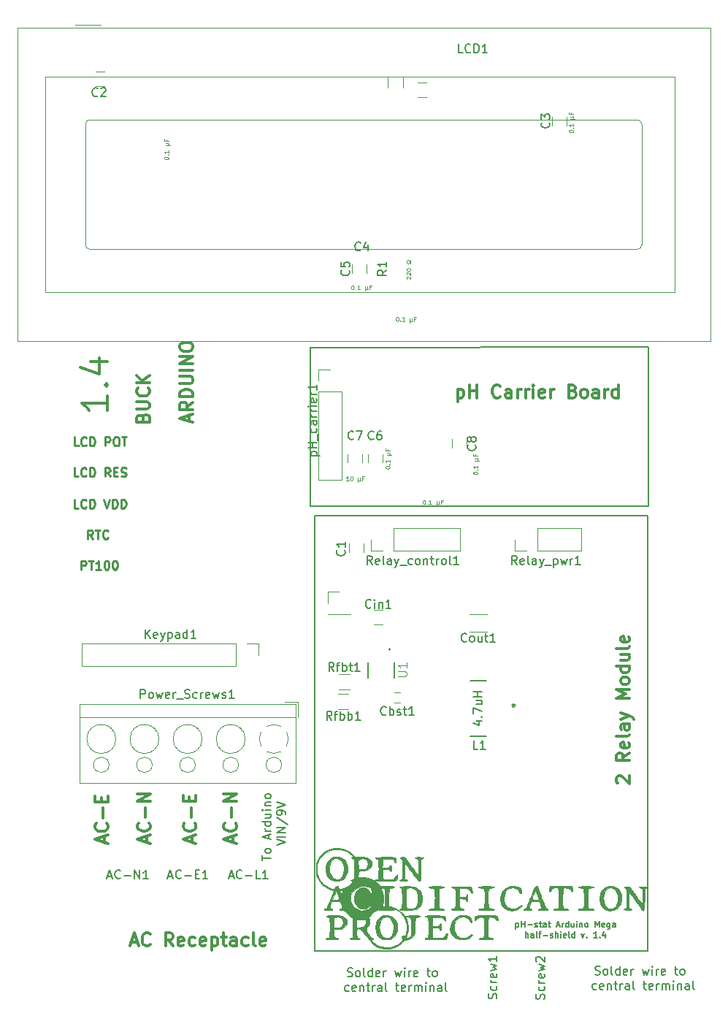
<source format=gbr>
G04 #@! TF.GenerationSoftware,KiCad,Pcbnew,5.0.2-bee76a0~70~ubuntu18.04.1*
G04 #@! TF.CreationDate,2019-04-06T15:38:10-07:00*
G04 #@! TF.ProjectId,Half_Shield,48616c66-5f53-4686-9965-6c642e6b6963,rev?*
G04 #@! TF.SameCoordinates,Original*
G04 #@! TF.FileFunction,Legend,Top*
G04 #@! TF.FilePolarity,Positive*
%FSLAX46Y46*%
G04 Gerber Fmt 4.6, Leading zero omitted, Abs format (unit mm)*
G04 Created by KiCad (PCBNEW 5.0.2-bee76a0~70~ubuntu18.04.1) date Sat 06 Apr 2019 03:38:10 PM PDT*
%MOMM*%
%LPD*%
G01*
G04 APERTURE LIST*
%ADD10C,0.300000*%
%ADD11C,0.250000*%
%ADD12C,0.175000*%
%ADD13C,0.125000*%
%ADD14C,0.100000*%
%ADD15C,0.200000*%
%ADD16C,0.127000*%
%ADD17C,0.120000*%
%ADD18C,0.152400*%
%ADD19C,0.010000*%
%ADD20C,0.150000*%
G04 APERTURE END LIST*
D10*
X121204800Y-78536228D02*
X121204800Y-77821942D01*
X121633371Y-78679085D02*
X120133371Y-78179085D01*
X121633371Y-77679085D01*
X121633371Y-76321942D02*
X120919085Y-76821942D01*
X121633371Y-77179085D02*
X120133371Y-77179085D01*
X120133371Y-76607657D01*
X120204800Y-76464800D01*
X120276228Y-76393371D01*
X120419085Y-76321942D01*
X120633371Y-76321942D01*
X120776228Y-76393371D01*
X120847657Y-76464800D01*
X120919085Y-76607657D01*
X120919085Y-77179085D01*
X121633371Y-75679085D02*
X120133371Y-75679085D01*
X120133371Y-75321942D01*
X120204800Y-75107657D01*
X120347657Y-74964800D01*
X120490514Y-74893371D01*
X120776228Y-74821942D01*
X120990514Y-74821942D01*
X121276228Y-74893371D01*
X121419085Y-74964800D01*
X121561942Y-75107657D01*
X121633371Y-75321942D01*
X121633371Y-75679085D01*
X120133371Y-74179085D02*
X121347657Y-74179085D01*
X121490514Y-74107657D01*
X121561942Y-74036228D01*
X121633371Y-73893371D01*
X121633371Y-73607657D01*
X121561942Y-73464800D01*
X121490514Y-73393371D01*
X121347657Y-73321942D01*
X120133371Y-73321942D01*
X121633371Y-72607657D02*
X120133371Y-72607657D01*
X121633371Y-71893371D02*
X120133371Y-71893371D01*
X121633371Y-71036228D01*
X120133371Y-71036228D01*
X120133371Y-70036228D02*
X120133371Y-69750514D01*
X120204800Y-69607657D01*
X120347657Y-69464800D01*
X120633371Y-69393371D01*
X121133371Y-69393371D01*
X121419085Y-69464800D01*
X121561942Y-69607657D01*
X121633371Y-69750514D01*
X121633371Y-70036228D01*
X121561942Y-70179085D01*
X121419085Y-70321942D01*
X121133371Y-70393371D01*
X120633371Y-70393371D01*
X120347657Y-70321942D01*
X120204800Y-70179085D01*
X120133371Y-70036228D01*
X115818457Y-78124571D02*
X115889885Y-77910285D01*
X115961314Y-77838857D01*
X116104171Y-77767428D01*
X116318457Y-77767428D01*
X116461314Y-77838857D01*
X116532742Y-77910285D01*
X116604171Y-78053142D01*
X116604171Y-78624571D01*
X115104171Y-78624571D01*
X115104171Y-78124571D01*
X115175600Y-77981714D01*
X115247028Y-77910285D01*
X115389885Y-77838857D01*
X115532742Y-77838857D01*
X115675600Y-77910285D01*
X115747028Y-77981714D01*
X115818457Y-78124571D01*
X115818457Y-78624571D01*
X115104171Y-77124571D02*
X116318457Y-77124571D01*
X116461314Y-77053142D01*
X116532742Y-76981714D01*
X116604171Y-76838857D01*
X116604171Y-76553142D01*
X116532742Y-76410285D01*
X116461314Y-76338857D01*
X116318457Y-76267428D01*
X115104171Y-76267428D01*
X116461314Y-74696000D02*
X116532742Y-74767428D01*
X116604171Y-74981714D01*
X116604171Y-75124571D01*
X116532742Y-75338857D01*
X116389885Y-75481714D01*
X116247028Y-75553142D01*
X115961314Y-75624571D01*
X115747028Y-75624571D01*
X115461314Y-75553142D01*
X115318457Y-75481714D01*
X115175600Y-75338857D01*
X115104171Y-75124571D01*
X115104171Y-74981714D01*
X115175600Y-74767428D01*
X115247028Y-74696000D01*
X116604171Y-74053142D02*
X115104171Y-74053142D01*
X116604171Y-73196000D02*
X115747028Y-73838857D01*
X115104171Y-73196000D02*
X115961314Y-74053142D01*
D11*
X108672571Y-95702380D02*
X108672571Y-94702380D01*
X109053523Y-94702380D01*
X109148761Y-94750000D01*
X109196380Y-94797619D01*
X109244000Y-94892857D01*
X109244000Y-95035714D01*
X109196380Y-95130952D01*
X109148761Y-95178571D01*
X109053523Y-95226190D01*
X108672571Y-95226190D01*
X109529714Y-94702380D02*
X110101142Y-94702380D01*
X109815428Y-95702380D02*
X109815428Y-94702380D01*
X110958285Y-95702380D02*
X110386857Y-95702380D01*
X110672571Y-95702380D02*
X110672571Y-94702380D01*
X110577333Y-94845238D01*
X110482095Y-94940476D01*
X110386857Y-94988095D01*
X111577333Y-94702380D02*
X111672571Y-94702380D01*
X111767809Y-94750000D01*
X111815428Y-94797619D01*
X111863047Y-94892857D01*
X111910666Y-95083333D01*
X111910666Y-95321428D01*
X111863047Y-95511904D01*
X111815428Y-95607142D01*
X111767809Y-95654761D01*
X111672571Y-95702380D01*
X111577333Y-95702380D01*
X111482095Y-95654761D01*
X111434476Y-95607142D01*
X111386857Y-95511904D01*
X111339238Y-95321428D01*
X111339238Y-95083333D01*
X111386857Y-94892857D01*
X111434476Y-94797619D01*
X111482095Y-94750000D01*
X111577333Y-94702380D01*
X112529714Y-94702380D02*
X112624952Y-94702380D01*
X112720190Y-94750000D01*
X112767809Y-94797619D01*
X112815428Y-94892857D01*
X112863047Y-95083333D01*
X112863047Y-95321428D01*
X112815428Y-95511904D01*
X112767809Y-95607142D01*
X112720190Y-95654761D01*
X112624952Y-95702380D01*
X112529714Y-95702380D01*
X112434476Y-95654761D01*
X112386857Y-95607142D01*
X112339238Y-95511904D01*
X112291619Y-95321428D01*
X112291619Y-95083333D01*
X112339238Y-94892857D01*
X112386857Y-94797619D01*
X112434476Y-94750000D01*
X112529714Y-94702380D01*
X110020171Y-92146380D02*
X109686838Y-91670190D01*
X109448742Y-92146380D02*
X109448742Y-91146380D01*
X109829695Y-91146380D01*
X109924933Y-91194000D01*
X109972552Y-91241619D01*
X110020171Y-91336857D01*
X110020171Y-91479714D01*
X109972552Y-91574952D01*
X109924933Y-91622571D01*
X109829695Y-91670190D01*
X109448742Y-91670190D01*
X110305885Y-91146380D02*
X110877314Y-91146380D01*
X110591600Y-92146380D02*
X110591600Y-91146380D01*
X111782076Y-92051142D02*
X111734457Y-92098761D01*
X111591600Y-92146380D01*
X111496361Y-92146380D01*
X111353504Y-92098761D01*
X111258266Y-92003523D01*
X111210647Y-91908285D01*
X111163028Y-91717809D01*
X111163028Y-91574952D01*
X111210647Y-91384476D01*
X111258266Y-91289238D01*
X111353504Y-91194000D01*
X111496361Y-91146380D01*
X111591600Y-91146380D01*
X111734457Y-91194000D01*
X111782076Y-91241619D01*
X108345600Y-84932780D02*
X107869409Y-84932780D01*
X107869409Y-83932780D01*
X109250361Y-84837542D02*
X109202742Y-84885161D01*
X109059885Y-84932780D01*
X108964647Y-84932780D01*
X108821790Y-84885161D01*
X108726552Y-84789923D01*
X108678933Y-84694685D01*
X108631314Y-84504209D01*
X108631314Y-84361352D01*
X108678933Y-84170876D01*
X108726552Y-84075638D01*
X108821790Y-83980400D01*
X108964647Y-83932780D01*
X109059885Y-83932780D01*
X109202742Y-83980400D01*
X109250361Y-84028019D01*
X109678933Y-84932780D02*
X109678933Y-83932780D01*
X109917028Y-83932780D01*
X110059885Y-83980400D01*
X110155123Y-84075638D01*
X110202742Y-84170876D01*
X110250361Y-84361352D01*
X110250361Y-84504209D01*
X110202742Y-84694685D01*
X110155123Y-84789923D01*
X110059885Y-84885161D01*
X109917028Y-84932780D01*
X109678933Y-84932780D01*
X112012266Y-84932780D02*
X111678933Y-84456590D01*
X111440838Y-84932780D02*
X111440838Y-83932780D01*
X111821790Y-83932780D01*
X111917028Y-83980400D01*
X111964647Y-84028019D01*
X112012266Y-84123257D01*
X112012266Y-84266114D01*
X111964647Y-84361352D01*
X111917028Y-84408971D01*
X111821790Y-84456590D01*
X111440838Y-84456590D01*
X112440838Y-84408971D02*
X112774171Y-84408971D01*
X112917028Y-84932780D02*
X112440838Y-84932780D01*
X112440838Y-83932780D01*
X112917028Y-83932780D01*
X113297980Y-84885161D02*
X113440838Y-84932780D01*
X113678933Y-84932780D01*
X113774171Y-84885161D01*
X113821790Y-84837542D01*
X113869409Y-84742304D01*
X113869409Y-84647066D01*
X113821790Y-84551828D01*
X113774171Y-84504209D01*
X113678933Y-84456590D01*
X113488457Y-84408971D01*
X113393219Y-84361352D01*
X113345600Y-84313733D01*
X113297980Y-84218495D01*
X113297980Y-84123257D01*
X113345600Y-84028019D01*
X113393219Y-83980400D01*
X113488457Y-83932780D01*
X113726552Y-83932780D01*
X113869409Y-83980400D01*
X108369409Y-81376780D02*
X107893219Y-81376780D01*
X107893219Y-80376780D01*
X109274171Y-81281542D02*
X109226552Y-81329161D01*
X109083695Y-81376780D01*
X108988457Y-81376780D01*
X108845600Y-81329161D01*
X108750361Y-81233923D01*
X108702742Y-81138685D01*
X108655123Y-80948209D01*
X108655123Y-80805352D01*
X108702742Y-80614876D01*
X108750361Y-80519638D01*
X108845600Y-80424400D01*
X108988457Y-80376780D01*
X109083695Y-80376780D01*
X109226552Y-80424400D01*
X109274171Y-80472019D01*
X109702742Y-81376780D02*
X109702742Y-80376780D01*
X109940838Y-80376780D01*
X110083695Y-80424400D01*
X110178933Y-80519638D01*
X110226552Y-80614876D01*
X110274171Y-80805352D01*
X110274171Y-80948209D01*
X110226552Y-81138685D01*
X110178933Y-81233923D01*
X110083695Y-81329161D01*
X109940838Y-81376780D01*
X109702742Y-81376780D01*
X111464647Y-81376780D02*
X111464647Y-80376780D01*
X111845600Y-80376780D01*
X111940838Y-80424400D01*
X111988457Y-80472019D01*
X112036076Y-80567257D01*
X112036076Y-80710114D01*
X111988457Y-80805352D01*
X111940838Y-80852971D01*
X111845600Y-80900590D01*
X111464647Y-80900590D01*
X112655123Y-80376780D02*
X112845600Y-80376780D01*
X112940838Y-80424400D01*
X113036076Y-80519638D01*
X113083695Y-80710114D01*
X113083695Y-81043447D01*
X113036076Y-81233923D01*
X112940838Y-81329161D01*
X112845600Y-81376780D01*
X112655123Y-81376780D01*
X112559885Y-81329161D01*
X112464647Y-81233923D01*
X112417028Y-81043447D01*
X112417028Y-80710114D01*
X112464647Y-80519638D01*
X112559885Y-80424400D01*
X112655123Y-80376780D01*
X113369409Y-80376780D02*
X113940838Y-80376780D01*
X113655123Y-81376780D02*
X113655123Y-80376780D01*
X108345600Y-88590380D02*
X107869409Y-88590380D01*
X107869409Y-87590380D01*
X109250361Y-88495142D02*
X109202742Y-88542761D01*
X109059885Y-88590380D01*
X108964647Y-88590380D01*
X108821790Y-88542761D01*
X108726552Y-88447523D01*
X108678933Y-88352285D01*
X108631314Y-88161809D01*
X108631314Y-88018952D01*
X108678933Y-87828476D01*
X108726552Y-87733238D01*
X108821790Y-87638000D01*
X108964647Y-87590380D01*
X109059885Y-87590380D01*
X109202742Y-87638000D01*
X109250361Y-87685619D01*
X109678933Y-88590380D02*
X109678933Y-87590380D01*
X109917028Y-87590380D01*
X110059885Y-87638000D01*
X110155123Y-87733238D01*
X110202742Y-87828476D01*
X110250361Y-88018952D01*
X110250361Y-88161809D01*
X110202742Y-88352285D01*
X110155123Y-88447523D01*
X110059885Y-88542761D01*
X109917028Y-88590380D01*
X109678933Y-88590380D01*
X111297980Y-87590380D02*
X111631314Y-88590380D01*
X111964647Y-87590380D01*
X112297980Y-88590380D02*
X112297980Y-87590380D01*
X112536076Y-87590380D01*
X112678933Y-87638000D01*
X112774171Y-87733238D01*
X112821790Y-87828476D01*
X112869409Y-88018952D01*
X112869409Y-88161809D01*
X112821790Y-88352285D01*
X112774171Y-88447523D01*
X112678933Y-88542761D01*
X112536076Y-88590380D01*
X112297980Y-88590380D01*
X113297980Y-88590380D02*
X113297980Y-87590380D01*
X113536076Y-87590380D01*
X113678933Y-87638000D01*
X113774171Y-87733238D01*
X113821790Y-87828476D01*
X113869409Y-88018952D01*
X113869409Y-88161809D01*
X113821790Y-88352285D01*
X113774171Y-88447523D01*
X113678933Y-88542761D01*
X113536076Y-88590380D01*
X113297980Y-88590380D01*
D12*
X159079333Y-136702300D02*
X159079333Y-137402300D01*
X159079333Y-136735633D02*
X159146000Y-136702300D01*
X159279333Y-136702300D01*
X159346000Y-136735633D01*
X159379333Y-136768966D01*
X159412666Y-136835633D01*
X159412666Y-137035633D01*
X159379333Y-137102300D01*
X159346000Y-137135633D01*
X159279333Y-137168966D01*
X159146000Y-137168966D01*
X159079333Y-137135633D01*
X159712666Y-137168966D02*
X159712666Y-136468966D01*
X159712666Y-136802300D02*
X160112666Y-136802300D01*
X160112666Y-137168966D02*
X160112666Y-136468966D01*
X160446000Y-136902300D02*
X160979333Y-136902300D01*
X161279333Y-137135633D02*
X161346000Y-137168966D01*
X161479333Y-137168966D01*
X161546000Y-137135633D01*
X161579333Y-137068966D01*
X161579333Y-137035633D01*
X161546000Y-136968966D01*
X161479333Y-136935633D01*
X161379333Y-136935633D01*
X161312666Y-136902300D01*
X161279333Y-136835633D01*
X161279333Y-136802300D01*
X161312666Y-136735633D01*
X161379333Y-136702300D01*
X161479333Y-136702300D01*
X161546000Y-136735633D01*
X161779333Y-136702300D02*
X162046000Y-136702300D01*
X161879333Y-136468966D02*
X161879333Y-137068966D01*
X161912666Y-137135633D01*
X161979333Y-137168966D01*
X162046000Y-137168966D01*
X162579333Y-137168966D02*
X162579333Y-136802300D01*
X162546000Y-136735633D01*
X162479333Y-136702300D01*
X162346000Y-136702300D01*
X162279333Y-136735633D01*
X162579333Y-137135633D02*
X162512666Y-137168966D01*
X162346000Y-137168966D01*
X162279333Y-137135633D01*
X162246000Y-137068966D01*
X162246000Y-137002300D01*
X162279333Y-136935633D01*
X162346000Y-136902300D01*
X162512666Y-136902300D01*
X162579333Y-136868966D01*
X162812666Y-136702300D02*
X163079333Y-136702300D01*
X162912666Y-136468966D02*
X162912666Y-137068966D01*
X162946000Y-137135633D01*
X163012666Y-137168966D01*
X163079333Y-137168966D01*
X163812666Y-136968966D02*
X164146000Y-136968966D01*
X163746000Y-137168966D02*
X163979333Y-136468966D01*
X164212666Y-137168966D01*
X164446000Y-137168966D02*
X164446000Y-136702300D01*
X164446000Y-136835633D02*
X164479333Y-136768966D01*
X164512666Y-136735633D01*
X164579333Y-136702300D01*
X164646000Y-136702300D01*
X165179333Y-137168966D02*
X165179333Y-136468966D01*
X165179333Y-137135633D02*
X165112666Y-137168966D01*
X164979333Y-137168966D01*
X164912666Y-137135633D01*
X164879333Y-137102300D01*
X164846000Y-137035633D01*
X164846000Y-136835633D01*
X164879333Y-136768966D01*
X164912666Y-136735633D01*
X164979333Y-136702300D01*
X165112666Y-136702300D01*
X165179333Y-136735633D01*
X165812666Y-136702300D02*
X165812666Y-137168966D01*
X165512666Y-136702300D02*
X165512666Y-137068966D01*
X165546000Y-137135633D01*
X165612666Y-137168966D01*
X165712666Y-137168966D01*
X165779333Y-137135633D01*
X165812666Y-137102300D01*
X166146000Y-137168966D02*
X166146000Y-136702300D01*
X166146000Y-136468966D02*
X166112666Y-136502300D01*
X166146000Y-136535633D01*
X166179333Y-136502300D01*
X166146000Y-136468966D01*
X166146000Y-136535633D01*
X166479333Y-136702300D02*
X166479333Y-137168966D01*
X166479333Y-136768966D02*
X166512666Y-136735633D01*
X166579333Y-136702300D01*
X166679333Y-136702300D01*
X166746000Y-136735633D01*
X166779333Y-136802300D01*
X166779333Y-137168966D01*
X167212666Y-137168966D02*
X167146000Y-137135633D01*
X167112666Y-137102300D01*
X167079333Y-137035633D01*
X167079333Y-136835633D01*
X167112666Y-136768966D01*
X167146000Y-136735633D01*
X167212666Y-136702300D01*
X167312666Y-136702300D01*
X167379333Y-136735633D01*
X167412666Y-136768966D01*
X167446000Y-136835633D01*
X167446000Y-137035633D01*
X167412666Y-137102300D01*
X167379333Y-137135633D01*
X167312666Y-137168966D01*
X167212666Y-137168966D01*
X168279333Y-137168966D02*
X168279333Y-136468966D01*
X168512666Y-136968966D01*
X168746000Y-136468966D01*
X168746000Y-137168966D01*
X169346000Y-137135633D02*
X169279333Y-137168966D01*
X169146000Y-137168966D01*
X169079333Y-137135633D01*
X169046000Y-137068966D01*
X169046000Y-136802300D01*
X169079333Y-136735633D01*
X169146000Y-136702300D01*
X169279333Y-136702300D01*
X169346000Y-136735633D01*
X169379333Y-136802300D01*
X169379333Y-136868966D01*
X169046000Y-136935633D01*
X169979333Y-136702300D02*
X169979333Y-137268966D01*
X169946000Y-137335633D01*
X169912666Y-137368966D01*
X169846000Y-137402300D01*
X169746000Y-137402300D01*
X169679333Y-137368966D01*
X169979333Y-137135633D02*
X169912666Y-137168966D01*
X169779333Y-137168966D01*
X169712666Y-137135633D01*
X169679333Y-137102300D01*
X169646000Y-137035633D01*
X169646000Y-136835633D01*
X169679333Y-136768966D01*
X169712666Y-136735633D01*
X169779333Y-136702300D01*
X169912666Y-136702300D01*
X169979333Y-136735633D01*
X170612666Y-137168966D02*
X170612666Y-136802300D01*
X170579333Y-136735633D01*
X170512666Y-136702300D01*
X170379333Y-136702300D01*
X170312666Y-136735633D01*
X170612666Y-137135633D02*
X170546000Y-137168966D01*
X170379333Y-137168966D01*
X170312666Y-137135633D01*
X170279333Y-137068966D01*
X170279333Y-137002300D01*
X170312666Y-136935633D01*
X170379333Y-136902300D01*
X170546000Y-136902300D01*
X170612666Y-136868966D01*
X160196000Y-138393966D02*
X160196000Y-137693966D01*
X160496000Y-138393966D02*
X160496000Y-138027300D01*
X160462666Y-137960633D01*
X160396000Y-137927300D01*
X160296000Y-137927300D01*
X160229333Y-137960633D01*
X160196000Y-137993966D01*
X161129333Y-138393966D02*
X161129333Y-138027300D01*
X161096000Y-137960633D01*
X161029333Y-137927300D01*
X160896000Y-137927300D01*
X160829333Y-137960633D01*
X161129333Y-138360633D02*
X161062666Y-138393966D01*
X160896000Y-138393966D01*
X160829333Y-138360633D01*
X160796000Y-138293966D01*
X160796000Y-138227300D01*
X160829333Y-138160633D01*
X160896000Y-138127300D01*
X161062666Y-138127300D01*
X161129333Y-138093966D01*
X161562666Y-138393966D02*
X161496000Y-138360633D01*
X161462666Y-138293966D01*
X161462666Y-137693966D01*
X161729333Y-137927300D02*
X161996000Y-137927300D01*
X161829333Y-138393966D02*
X161829333Y-137793966D01*
X161862666Y-137727300D01*
X161929333Y-137693966D01*
X161996000Y-137693966D01*
X162229333Y-138127300D02*
X162762666Y-138127300D01*
X163062666Y-138360633D02*
X163129333Y-138393966D01*
X163262666Y-138393966D01*
X163329333Y-138360633D01*
X163362666Y-138293966D01*
X163362666Y-138260633D01*
X163329333Y-138193966D01*
X163262666Y-138160633D01*
X163162666Y-138160633D01*
X163096000Y-138127300D01*
X163062666Y-138060633D01*
X163062666Y-138027300D01*
X163096000Y-137960633D01*
X163162666Y-137927300D01*
X163262666Y-137927300D01*
X163329333Y-137960633D01*
X163662666Y-138393966D02*
X163662666Y-137693966D01*
X163962666Y-138393966D02*
X163962666Y-138027300D01*
X163929333Y-137960633D01*
X163862666Y-137927300D01*
X163762666Y-137927300D01*
X163696000Y-137960633D01*
X163662666Y-137993966D01*
X164296000Y-138393966D02*
X164296000Y-137927300D01*
X164296000Y-137693966D02*
X164262666Y-137727300D01*
X164296000Y-137760633D01*
X164329333Y-137727300D01*
X164296000Y-137693966D01*
X164296000Y-137760633D01*
X164896000Y-138360633D02*
X164829333Y-138393966D01*
X164696000Y-138393966D01*
X164629333Y-138360633D01*
X164596000Y-138293966D01*
X164596000Y-138027300D01*
X164629333Y-137960633D01*
X164696000Y-137927300D01*
X164829333Y-137927300D01*
X164896000Y-137960633D01*
X164929333Y-138027300D01*
X164929333Y-138093966D01*
X164596000Y-138160633D01*
X165329333Y-138393966D02*
X165262666Y-138360633D01*
X165229333Y-138293966D01*
X165229333Y-137693966D01*
X165896000Y-138393966D02*
X165896000Y-137693966D01*
X165896000Y-138360633D02*
X165829333Y-138393966D01*
X165696000Y-138393966D01*
X165629333Y-138360633D01*
X165596000Y-138327300D01*
X165562666Y-138260633D01*
X165562666Y-138060633D01*
X165596000Y-137993966D01*
X165629333Y-137960633D01*
X165696000Y-137927300D01*
X165829333Y-137927300D01*
X165896000Y-137960633D01*
X166696000Y-137927300D02*
X166862666Y-138393966D01*
X167029333Y-137927300D01*
X167296000Y-138327300D02*
X167329333Y-138360633D01*
X167296000Y-138393966D01*
X167262666Y-138360633D01*
X167296000Y-138327300D01*
X167296000Y-138393966D01*
X168529333Y-138393966D02*
X168129333Y-138393966D01*
X168329333Y-138393966D02*
X168329333Y-137693966D01*
X168262666Y-137793966D01*
X168196000Y-137860633D01*
X168129333Y-137893966D01*
X168829333Y-138327300D02*
X168862666Y-138360633D01*
X168829333Y-138393966D01*
X168796000Y-138360633D01*
X168829333Y-138327300D01*
X168829333Y-138393966D01*
X169462666Y-137927300D02*
X169462666Y-138393966D01*
X169296000Y-137660633D02*
X169129333Y-138160633D01*
X169562666Y-138160633D01*
D13*
X154158190Y-84562819D02*
X154158190Y-84515200D01*
X154182000Y-84467580D01*
X154205809Y-84443771D01*
X154253428Y-84419961D01*
X154348666Y-84396152D01*
X154467714Y-84396152D01*
X154562952Y-84419961D01*
X154610571Y-84443771D01*
X154634380Y-84467580D01*
X154658190Y-84515200D01*
X154658190Y-84562819D01*
X154634380Y-84610438D01*
X154610571Y-84634247D01*
X154562952Y-84658057D01*
X154467714Y-84681866D01*
X154348666Y-84681866D01*
X154253428Y-84658057D01*
X154205809Y-84634247D01*
X154182000Y-84610438D01*
X154158190Y-84562819D01*
X154610571Y-84181866D02*
X154634380Y-84158057D01*
X154658190Y-84181866D01*
X154634380Y-84205676D01*
X154610571Y-84181866D01*
X154658190Y-84181866D01*
X154658190Y-83681866D02*
X154658190Y-83967580D01*
X154658190Y-83824723D02*
X154158190Y-83824723D01*
X154229619Y-83872342D01*
X154277238Y-83919961D01*
X154301047Y-83967580D01*
X154324857Y-83086628D02*
X154824857Y-83086628D01*
X154586761Y-82848533D02*
X154634380Y-82824723D01*
X154658190Y-82777104D01*
X154586761Y-83086628D02*
X154634380Y-83062819D01*
X154658190Y-83015200D01*
X154658190Y-82919961D01*
X154634380Y-82872342D01*
X154586761Y-82848533D01*
X154324857Y-82848533D01*
X154396285Y-82396152D02*
X154396285Y-82562819D01*
X154658190Y-82562819D02*
X154158190Y-82562819D01*
X154158190Y-82324723D01*
D14*
X165232590Y-44938819D02*
X165232590Y-44891200D01*
X165256400Y-44843580D01*
X165280209Y-44819771D01*
X165327828Y-44795961D01*
X165423066Y-44772152D01*
X165542114Y-44772152D01*
X165637352Y-44795961D01*
X165684971Y-44819771D01*
X165708780Y-44843580D01*
X165732590Y-44891200D01*
X165732590Y-44938819D01*
X165708780Y-44986438D01*
X165684971Y-45010247D01*
X165637352Y-45034057D01*
X165542114Y-45057866D01*
X165423066Y-45057866D01*
X165327828Y-45034057D01*
X165280209Y-45010247D01*
X165256400Y-44986438D01*
X165232590Y-44938819D01*
X165684971Y-44557866D02*
X165708780Y-44534057D01*
X165732590Y-44557866D01*
X165708780Y-44581676D01*
X165684971Y-44557866D01*
X165732590Y-44557866D01*
X165732590Y-44057866D02*
X165732590Y-44343580D01*
X165732590Y-44200723D02*
X165232590Y-44200723D01*
X165304019Y-44248342D01*
X165351638Y-44295961D01*
X165375447Y-44343580D01*
X165399257Y-43462628D02*
X165899257Y-43462628D01*
X165661161Y-43224533D02*
X165708780Y-43200723D01*
X165732590Y-43153104D01*
X165661161Y-43462628D02*
X165708780Y-43438819D01*
X165732590Y-43391200D01*
X165732590Y-43295961D01*
X165708780Y-43248342D01*
X165661161Y-43224533D01*
X165399257Y-43224533D01*
X165470685Y-42772152D02*
X165470685Y-42938819D01*
X165732590Y-42938819D02*
X165232590Y-42938819D01*
X165232590Y-42700723D01*
D15*
X140244533Y-80570342D02*
X140196914Y-80617961D01*
X140054057Y-80665580D01*
X139958819Y-80665580D01*
X139815961Y-80617961D01*
X139720723Y-80522723D01*
X139673104Y-80427485D01*
X139625485Y-80237009D01*
X139625485Y-80094152D01*
X139673104Y-79903676D01*
X139720723Y-79808438D01*
X139815961Y-79713200D01*
X139958819Y-79665580D01*
X140054057Y-79665580D01*
X140196914Y-79713200D01*
X140244533Y-79760819D01*
X140577866Y-79665580D02*
X141244533Y-79665580D01*
X140815961Y-80665580D01*
X142581333Y-80570342D02*
X142533714Y-80617961D01*
X142390857Y-80665580D01*
X142295619Y-80665580D01*
X142152761Y-80617961D01*
X142057523Y-80522723D01*
X142009904Y-80427485D01*
X141962285Y-80237009D01*
X141962285Y-80094152D01*
X142009904Y-79903676D01*
X142057523Y-79808438D01*
X142152761Y-79713200D01*
X142295619Y-79665580D01*
X142390857Y-79665580D01*
X142533714Y-79713200D01*
X142581333Y-79760819D01*
X143438476Y-79665580D02*
X143248000Y-79665580D01*
X143152761Y-79713200D01*
X143105142Y-79760819D01*
X143009904Y-79903676D01*
X142962285Y-80094152D01*
X142962285Y-80475104D01*
X143009904Y-80570342D01*
X143057523Y-80617961D01*
X143152761Y-80665580D01*
X143343238Y-80665580D01*
X143438476Y-80617961D01*
X143486095Y-80570342D01*
X143533714Y-80475104D01*
X143533714Y-80237009D01*
X143486095Y-80141771D01*
X143438476Y-80094152D01*
X143343238Y-80046533D01*
X143152761Y-80046533D01*
X143057523Y-80094152D01*
X143009904Y-80141771D01*
X142962285Y-80237009D01*
D14*
X139700095Y-85417790D02*
X139414380Y-85417790D01*
X139557238Y-85417790D02*
X139557238Y-84917790D01*
X139509619Y-84989219D01*
X139462000Y-85036838D01*
X139414380Y-85060647D01*
X140009619Y-84917790D02*
X140057238Y-84917790D01*
X140104857Y-84941600D01*
X140128666Y-84965409D01*
X140152476Y-85013028D01*
X140176285Y-85108266D01*
X140176285Y-85227314D01*
X140152476Y-85322552D01*
X140128666Y-85370171D01*
X140104857Y-85393980D01*
X140057238Y-85417790D01*
X140009619Y-85417790D01*
X139962000Y-85393980D01*
X139938190Y-85370171D01*
X139914380Y-85322552D01*
X139890571Y-85227314D01*
X139890571Y-85108266D01*
X139914380Y-85013028D01*
X139938190Y-84965409D01*
X139962000Y-84941600D01*
X140009619Y-84917790D01*
X140771523Y-85084457D02*
X140771523Y-85584457D01*
X141009619Y-85346361D02*
X141033428Y-85393980D01*
X141081047Y-85417790D01*
X140771523Y-85346361D02*
X140795333Y-85393980D01*
X140842952Y-85417790D01*
X140938190Y-85417790D01*
X140985809Y-85393980D01*
X141009619Y-85346361D01*
X141009619Y-85084457D01*
X141462000Y-85155885D02*
X141295333Y-85155885D01*
X141295333Y-85417790D02*
X141295333Y-84917790D01*
X141533428Y-84917790D01*
D15*
X139193542Y-93486266D02*
X139241161Y-93533885D01*
X139288780Y-93676742D01*
X139288780Y-93771980D01*
X139241161Y-93914838D01*
X139145923Y-94010076D01*
X139050685Y-94057695D01*
X138860209Y-94105314D01*
X138717352Y-94105314D01*
X138526876Y-94057695D01*
X138431638Y-94010076D01*
X138336400Y-93914838D01*
X138288780Y-93771980D01*
X138288780Y-93676742D01*
X138336400Y-93533885D01*
X138384019Y-93486266D01*
X139288780Y-92533885D02*
X139288780Y-93105314D01*
X139288780Y-92819600D02*
X138288780Y-92819600D01*
X138431638Y-92914838D01*
X138526876Y-93010076D01*
X138574495Y-93105314D01*
D10*
X111745542Y-75606114D02*
X111745542Y-77320400D01*
X111745542Y-76463257D02*
X108745542Y-76463257D01*
X109174114Y-76748971D01*
X109459828Y-77034685D01*
X109602685Y-77320400D01*
X111459828Y-74320400D02*
X111602685Y-74177542D01*
X111745542Y-74320400D01*
X111602685Y-74463257D01*
X111459828Y-74320400D01*
X111745542Y-74320400D01*
X109745542Y-71606114D02*
X111745542Y-71606114D01*
X108602685Y-72320400D02*
X110745542Y-73034685D01*
X110745542Y-71177542D01*
D14*
X118293390Y-48037619D02*
X118293390Y-47990000D01*
X118317200Y-47942380D01*
X118341009Y-47918571D01*
X118388628Y-47894761D01*
X118483866Y-47870952D01*
X118602914Y-47870952D01*
X118698152Y-47894761D01*
X118745771Y-47918571D01*
X118769580Y-47942380D01*
X118793390Y-47990000D01*
X118793390Y-48037619D01*
X118769580Y-48085238D01*
X118745771Y-48109047D01*
X118698152Y-48132857D01*
X118602914Y-48156666D01*
X118483866Y-48156666D01*
X118388628Y-48132857D01*
X118341009Y-48109047D01*
X118317200Y-48085238D01*
X118293390Y-48037619D01*
X118745771Y-47656666D02*
X118769580Y-47632857D01*
X118793390Y-47656666D01*
X118769580Y-47680476D01*
X118745771Y-47656666D01*
X118793390Y-47656666D01*
X118793390Y-47156666D02*
X118793390Y-47442380D01*
X118793390Y-47299523D02*
X118293390Y-47299523D01*
X118364819Y-47347142D01*
X118412438Y-47394761D01*
X118436247Y-47442380D01*
X118460057Y-46561428D02*
X118960057Y-46561428D01*
X118721961Y-46323333D02*
X118769580Y-46299523D01*
X118793390Y-46251904D01*
X118721961Y-46561428D02*
X118769580Y-46537619D01*
X118793390Y-46490000D01*
X118793390Y-46394761D01*
X118769580Y-46347142D01*
X118721961Y-46323333D01*
X118460057Y-46323333D01*
X118531485Y-45870952D02*
X118531485Y-46037619D01*
X118793390Y-46037619D02*
X118293390Y-46037619D01*
X118293390Y-45799523D01*
X140125580Y-62768990D02*
X140173200Y-62768990D01*
X140220819Y-62792800D01*
X140244628Y-62816609D01*
X140268438Y-62864228D01*
X140292247Y-62959466D01*
X140292247Y-63078514D01*
X140268438Y-63173752D01*
X140244628Y-63221371D01*
X140220819Y-63245180D01*
X140173200Y-63268990D01*
X140125580Y-63268990D01*
X140077961Y-63245180D01*
X140054152Y-63221371D01*
X140030342Y-63173752D01*
X140006533Y-63078514D01*
X140006533Y-62959466D01*
X140030342Y-62864228D01*
X140054152Y-62816609D01*
X140077961Y-62792800D01*
X140125580Y-62768990D01*
X140506533Y-63221371D02*
X140530342Y-63245180D01*
X140506533Y-63268990D01*
X140482723Y-63245180D01*
X140506533Y-63221371D01*
X140506533Y-63268990D01*
X141006533Y-63268990D02*
X140720819Y-63268990D01*
X140863676Y-63268990D02*
X140863676Y-62768990D01*
X140816057Y-62840419D01*
X140768438Y-62888038D01*
X140720819Y-62911847D01*
X141601771Y-62935657D02*
X141601771Y-63435657D01*
X141839866Y-63197561D02*
X141863676Y-63245180D01*
X141911295Y-63268990D01*
X141601771Y-63197561D02*
X141625580Y-63245180D01*
X141673200Y-63268990D01*
X141768438Y-63268990D01*
X141816057Y-63245180D01*
X141839866Y-63197561D01*
X141839866Y-62935657D01*
X142292247Y-63007085D02*
X142125580Y-63007085D01*
X142125580Y-63268990D02*
X142125580Y-62768990D01*
X142363676Y-62768990D01*
X148405980Y-87660990D02*
X148453600Y-87660990D01*
X148501219Y-87684800D01*
X148525028Y-87708609D01*
X148548838Y-87756228D01*
X148572647Y-87851466D01*
X148572647Y-87970514D01*
X148548838Y-88065752D01*
X148525028Y-88113371D01*
X148501219Y-88137180D01*
X148453600Y-88160990D01*
X148405980Y-88160990D01*
X148358361Y-88137180D01*
X148334552Y-88113371D01*
X148310742Y-88065752D01*
X148286933Y-87970514D01*
X148286933Y-87851466D01*
X148310742Y-87756228D01*
X148334552Y-87708609D01*
X148358361Y-87684800D01*
X148405980Y-87660990D01*
X148786933Y-88113371D02*
X148810742Y-88137180D01*
X148786933Y-88160990D01*
X148763123Y-88137180D01*
X148786933Y-88113371D01*
X148786933Y-88160990D01*
X149286933Y-88160990D02*
X149001219Y-88160990D01*
X149144076Y-88160990D02*
X149144076Y-87660990D01*
X149096457Y-87732419D01*
X149048838Y-87780038D01*
X149001219Y-87803847D01*
X149882171Y-87827657D02*
X149882171Y-88327657D01*
X150120266Y-88089561D02*
X150144076Y-88137180D01*
X150191695Y-88160990D01*
X149882171Y-88089561D02*
X149905980Y-88137180D01*
X149953600Y-88160990D01*
X150048838Y-88160990D01*
X150096457Y-88137180D01*
X150120266Y-88089561D01*
X150120266Y-87827657D01*
X150572647Y-87899085D02*
X150405980Y-87899085D01*
X150405980Y-88160990D02*
X150405980Y-87660990D01*
X150644076Y-87660990D01*
X143947390Y-83902419D02*
X143947390Y-83854800D01*
X143971200Y-83807180D01*
X143995009Y-83783371D01*
X144042628Y-83759561D01*
X144137866Y-83735752D01*
X144256914Y-83735752D01*
X144352152Y-83759561D01*
X144399771Y-83783371D01*
X144423580Y-83807180D01*
X144447390Y-83854800D01*
X144447390Y-83902419D01*
X144423580Y-83950038D01*
X144399771Y-83973847D01*
X144352152Y-83997657D01*
X144256914Y-84021466D01*
X144137866Y-84021466D01*
X144042628Y-83997657D01*
X143995009Y-83973847D01*
X143971200Y-83950038D01*
X143947390Y-83902419D01*
X144399771Y-83521466D02*
X144423580Y-83497657D01*
X144447390Y-83521466D01*
X144423580Y-83545276D01*
X144399771Y-83521466D01*
X144447390Y-83521466D01*
X144447390Y-83021466D02*
X144447390Y-83307180D01*
X144447390Y-83164323D02*
X143947390Y-83164323D01*
X144018819Y-83211942D01*
X144066438Y-83259561D01*
X144090247Y-83307180D01*
X144114057Y-82426228D02*
X144614057Y-82426228D01*
X144375961Y-82188133D02*
X144423580Y-82164323D01*
X144447390Y-82116704D01*
X144375961Y-82426228D02*
X144423580Y-82402419D01*
X144447390Y-82354800D01*
X144447390Y-82259561D01*
X144423580Y-82211942D01*
X144375961Y-82188133D01*
X144114057Y-82188133D01*
X144185485Y-81735752D02*
X144185485Y-81902419D01*
X144447390Y-81902419D02*
X143947390Y-81902419D01*
X143947390Y-81664323D01*
D15*
X141057333Y-58675542D02*
X141009714Y-58723161D01*
X140866857Y-58770780D01*
X140771619Y-58770780D01*
X140628761Y-58723161D01*
X140533523Y-58627923D01*
X140485904Y-58532685D01*
X140438285Y-58342209D01*
X140438285Y-58199352D01*
X140485904Y-58008876D01*
X140533523Y-57913638D01*
X140628761Y-57818400D01*
X140771619Y-57770780D01*
X140866857Y-57770780D01*
X141009714Y-57818400D01*
X141057333Y-57866019D01*
X141914476Y-58104114D02*
X141914476Y-58770780D01*
X141676380Y-57723161D02*
X141438285Y-58437447D01*
X142057333Y-58437447D01*
X144063980Y-61025066D02*
X143587790Y-61358400D01*
X144063980Y-61596495D02*
X143063980Y-61596495D01*
X143063980Y-61215542D01*
X143111600Y-61120304D01*
X143159219Y-61072685D01*
X143254457Y-61025066D01*
X143397314Y-61025066D01*
X143492552Y-61072685D01*
X143540171Y-61120304D01*
X143587790Y-61215542D01*
X143587790Y-61596495D01*
X144063980Y-60072685D02*
X144063980Y-60644114D01*
X144063980Y-60358400D02*
X143063980Y-60358400D01*
X143206838Y-60453638D01*
X143302076Y-60548876D01*
X143349695Y-60644114D01*
D14*
X145307180Y-66426590D02*
X145354800Y-66426590D01*
X145402419Y-66450400D01*
X145426228Y-66474209D01*
X145450038Y-66521828D01*
X145473847Y-66617066D01*
X145473847Y-66736114D01*
X145450038Y-66831352D01*
X145426228Y-66878971D01*
X145402419Y-66902780D01*
X145354800Y-66926590D01*
X145307180Y-66926590D01*
X145259561Y-66902780D01*
X145235752Y-66878971D01*
X145211942Y-66831352D01*
X145188133Y-66736114D01*
X145188133Y-66617066D01*
X145211942Y-66521828D01*
X145235752Y-66474209D01*
X145259561Y-66450400D01*
X145307180Y-66426590D01*
X145688133Y-66878971D02*
X145711942Y-66902780D01*
X145688133Y-66926590D01*
X145664323Y-66902780D01*
X145688133Y-66878971D01*
X145688133Y-66926590D01*
X146188133Y-66926590D02*
X145902419Y-66926590D01*
X146045276Y-66926590D02*
X146045276Y-66426590D01*
X145997657Y-66498019D01*
X145950038Y-66545638D01*
X145902419Y-66569447D01*
X146783371Y-66593257D02*
X146783371Y-67093257D01*
X147021466Y-66855161D02*
X147045276Y-66902780D01*
X147092895Y-66926590D01*
X146783371Y-66855161D02*
X146807180Y-66902780D01*
X146854800Y-66926590D01*
X146950038Y-66926590D01*
X146997657Y-66902780D01*
X147021466Y-66855161D01*
X147021466Y-66593257D01*
X147473847Y-66664685D02*
X147307180Y-66664685D01*
X147307180Y-66926590D02*
X147307180Y-66426590D01*
X147545276Y-66426590D01*
X146433409Y-62055238D02*
X146409600Y-62031428D01*
X146385790Y-61983809D01*
X146385790Y-61864761D01*
X146409600Y-61817142D01*
X146433409Y-61793333D01*
X146481028Y-61769523D01*
X146528647Y-61769523D01*
X146600076Y-61793333D01*
X146885790Y-62079047D01*
X146885790Y-61769523D01*
X146433409Y-61579047D02*
X146409600Y-61555238D01*
X146385790Y-61507619D01*
X146385790Y-61388571D01*
X146409600Y-61340952D01*
X146433409Y-61317142D01*
X146481028Y-61293333D01*
X146528647Y-61293333D01*
X146600076Y-61317142D01*
X146885790Y-61602857D01*
X146885790Y-61293333D01*
X146385790Y-60983809D02*
X146385790Y-60936190D01*
X146409600Y-60888571D01*
X146433409Y-60864761D01*
X146481028Y-60840952D01*
X146576266Y-60817142D01*
X146695314Y-60817142D01*
X146790552Y-60840952D01*
X146838171Y-60864761D01*
X146861980Y-60888571D01*
X146885790Y-60936190D01*
X146885790Y-60983809D01*
X146861980Y-61031428D01*
X146838171Y-61055238D01*
X146790552Y-61079047D01*
X146695314Y-61102857D01*
X146576266Y-61102857D01*
X146481028Y-61079047D01*
X146433409Y-61055238D01*
X146409600Y-61031428D01*
X146385790Y-60983809D01*
X146885790Y-60245714D02*
X146885790Y-60126666D01*
X146790552Y-60126666D01*
X146766742Y-60174285D01*
X146719123Y-60221904D01*
X146647695Y-60245714D01*
X146528647Y-60245714D01*
X146457219Y-60221904D01*
X146409600Y-60174285D01*
X146385790Y-60102857D01*
X146385790Y-60007619D01*
X146409600Y-59936190D01*
X146457219Y-59888571D01*
X146528647Y-59864761D01*
X146647695Y-59864761D01*
X146719123Y-59888571D01*
X146766742Y-59936190D01*
X146790552Y-59983809D01*
X146885790Y-59983809D01*
X146885790Y-59864761D01*
D10*
X111349600Y-127377485D02*
X111349600Y-126663200D01*
X111778171Y-127520342D02*
X110278171Y-127020342D01*
X111778171Y-126520342D01*
X111635314Y-125163200D02*
X111706742Y-125234628D01*
X111778171Y-125448914D01*
X111778171Y-125591771D01*
X111706742Y-125806057D01*
X111563885Y-125948914D01*
X111421028Y-126020342D01*
X111135314Y-126091771D01*
X110921028Y-126091771D01*
X110635314Y-126020342D01*
X110492457Y-125948914D01*
X110349600Y-125806057D01*
X110278171Y-125591771D01*
X110278171Y-125448914D01*
X110349600Y-125234628D01*
X110421028Y-125163200D01*
X111206742Y-124520342D02*
X111206742Y-123377485D01*
X110992457Y-122663200D02*
X110992457Y-122163200D01*
X111778171Y-121948914D02*
X111778171Y-122663200D01*
X110278171Y-122663200D01*
X110278171Y-121948914D01*
X121560400Y-127326685D02*
X121560400Y-126612400D01*
X121988971Y-127469542D02*
X120488971Y-126969542D01*
X121988971Y-126469542D01*
X121846114Y-125112400D02*
X121917542Y-125183828D01*
X121988971Y-125398114D01*
X121988971Y-125540971D01*
X121917542Y-125755257D01*
X121774685Y-125898114D01*
X121631828Y-125969542D01*
X121346114Y-126040971D01*
X121131828Y-126040971D01*
X120846114Y-125969542D01*
X120703257Y-125898114D01*
X120560400Y-125755257D01*
X120488971Y-125540971D01*
X120488971Y-125398114D01*
X120560400Y-125183828D01*
X120631828Y-125112400D01*
X121417542Y-124469542D02*
X121417542Y-123326685D01*
X121203257Y-122612400D02*
X121203257Y-122112400D01*
X121988971Y-121898114D02*
X121988971Y-122612400D01*
X120488971Y-122612400D01*
X120488971Y-121898114D01*
X126284800Y-127332228D02*
X126284800Y-126617942D01*
X126713371Y-127475085D02*
X125213371Y-126975085D01*
X126713371Y-126475085D01*
X126570514Y-125117942D02*
X126641942Y-125189371D01*
X126713371Y-125403657D01*
X126713371Y-125546514D01*
X126641942Y-125760800D01*
X126499085Y-125903657D01*
X126356228Y-125975085D01*
X126070514Y-126046514D01*
X125856228Y-126046514D01*
X125570514Y-125975085D01*
X125427657Y-125903657D01*
X125284800Y-125760800D01*
X125213371Y-125546514D01*
X125213371Y-125403657D01*
X125284800Y-125189371D01*
X125356228Y-125117942D01*
X126141942Y-124475085D02*
X126141942Y-123332228D01*
X126713371Y-122617942D02*
X125213371Y-122617942D01*
X126713371Y-121760800D01*
X125213371Y-121760800D01*
X116277200Y-127332228D02*
X116277200Y-126617942D01*
X116705771Y-127475085D02*
X115205771Y-126975085D01*
X116705771Y-126475085D01*
X116562914Y-125117942D02*
X116634342Y-125189371D01*
X116705771Y-125403657D01*
X116705771Y-125546514D01*
X116634342Y-125760800D01*
X116491485Y-125903657D01*
X116348628Y-125975085D01*
X116062914Y-126046514D01*
X115848628Y-126046514D01*
X115562914Y-125975085D01*
X115420057Y-125903657D01*
X115277200Y-125760800D01*
X115205771Y-125546514D01*
X115205771Y-125403657D01*
X115277200Y-125189371D01*
X115348628Y-125117942D01*
X116134342Y-124475085D02*
X116134342Y-123332228D01*
X116705771Y-122617942D02*
X115205771Y-122617942D01*
X116705771Y-121760800D01*
X115205771Y-121760800D01*
D15*
X129666380Y-129456914D02*
X129666380Y-128885485D01*
X130666380Y-129171200D02*
X129666380Y-129171200D01*
X130666380Y-128409295D02*
X130618761Y-128504533D01*
X130571142Y-128552152D01*
X130475904Y-128599771D01*
X130190190Y-128599771D01*
X130094952Y-128552152D01*
X130047333Y-128504533D01*
X129999714Y-128409295D01*
X129999714Y-128266438D01*
X130047333Y-128171200D01*
X130094952Y-128123580D01*
X130190190Y-128075961D01*
X130475904Y-128075961D01*
X130571142Y-128123580D01*
X130618761Y-128171200D01*
X130666380Y-128266438D01*
X130666380Y-128409295D01*
X130380666Y-126933104D02*
X130380666Y-126456914D01*
X130666380Y-127028342D02*
X129666380Y-126695009D01*
X130666380Y-126361676D01*
X130666380Y-126028342D02*
X129999714Y-126028342D01*
X130190190Y-126028342D02*
X130094952Y-125980723D01*
X130047333Y-125933104D01*
X129999714Y-125837866D01*
X129999714Y-125742628D01*
X130666380Y-124980723D02*
X129666380Y-124980723D01*
X130618761Y-124980723D02*
X130666380Y-125075961D01*
X130666380Y-125266438D01*
X130618761Y-125361676D01*
X130571142Y-125409295D01*
X130475904Y-125456914D01*
X130190190Y-125456914D01*
X130094952Y-125409295D01*
X130047333Y-125361676D01*
X129999714Y-125266438D01*
X129999714Y-125075961D01*
X130047333Y-124980723D01*
X129999714Y-124075961D02*
X130666380Y-124075961D01*
X129999714Y-124504533D02*
X130523523Y-124504533D01*
X130618761Y-124456914D01*
X130666380Y-124361676D01*
X130666380Y-124218819D01*
X130618761Y-124123580D01*
X130571142Y-124075961D01*
X130666380Y-123599771D02*
X129999714Y-123599771D01*
X129666380Y-123599771D02*
X129714000Y-123647390D01*
X129761619Y-123599771D01*
X129714000Y-123552152D01*
X129666380Y-123599771D01*
X129761619Y-123599771D01*
X129999714Y-123123580D02*
X130666380Y-123123580D01*
X130094952Y-123123580D02*
X130047333Y-123075961D01*
X129999714Y-122980723D01*
X129999714Y-122837866D01*
X130047333Y-122742628D01*
X130142571Y-122695009D01*
X130666380Y-122695009D01*
X130666380Y-122075961D02*
X130618761Y-122171200D01*
X130571142Y-122218819D01*
X130475904Y-122266438D01*
X130190190Y-122266438D01*
X130094952Y-122218819D01*
X130047333Y-122171200D01*
X129999714Y-122075961D01*
X129999714Y-121933104D01*
X130047333Y-121837866D01*
X130094952Y-121790247D01*
X130190190Y-121742628D01*
X130475904Y-121742628D01*
X130571142Y-121790247D01*
X130618761Y-121837866D01*
X130666380Y-121933104D01*
X130666380Y-122075961D01*
X131366380Y-127695009D02*
X132366380Y-127361676D01*
X131366380Y-127028342D01*
X132366380Y-126695009D02*
X131366380Y-126695009D01*
X132366380Y-126218819D02*
X131366380Y-126218819D01*
X132366380Y-125647390D01*
X131366380Y-125647390D01*
X131318761Y-124456914D02*
X132604476Y-125314057D01*
X132366380Y-124075961D02*
X132366380Y-123885485D01*
X132318761Y-123790247D01*
X132271142Y-123742628D01*
X132128285Y-123647390D01*
X131937809Y-123599771D01*
X131556857Y-123599771D01*
X131461619Y-123647390D01*
X131414000Y-123695009D01*
X131366380Y-123790247D01*
X131366380Y-123980723D01*
X131414000Y-124075961D01*
X131461619Y-124123580D01*
X131556857Y-124171200D01*
X131794952Y-124171200D01*
X131890190Y-124123580D01*
X131937809Y-124075961D01*
X131985428Y-123980723D01*
X131985428Y-123790247D01*
X131937809Y-123695009D01*
X131890190Y-123647390D01*
X131794952Y-123599771D01*
X131366380Y-123314057D02*
X132366380Y-122980723D01*
X131366380Y-122647390D01*
X139564171Y-142861561D02*
X139707028Y-142909180D01*
X139945123Y-142909180D01*
X140040361Y-142861561D01*
X140087980Y-142813942D01*
X140135600Y-142718704D01*
X140135600Y-142623466D01*
X140087980Y-142528228D01*
X140040361Y-142480609D01*
X139945123Y-142432990D01*
X139754647Y-142385371D01*
X139659409Y-142337752D01*
X139611790Y-142290133D01*
X139564171Y-142194895D01*
X139564171Y-142099657D01*
X139611790Y-142004419D01*
X139659409Y-141956800D01*
X139754647Y-141909180D01*
X139992742Y-141909180D01*
X140135600Y-141956800D01*
X140707028Y-142909180D02*
X140611790Y-142861561D01*
X140564171Y-142813942D01*
X140516552Y-142718704D01*
X140516552Y-142432990D01*
X140564171Y-142337752D01*
X140611790Y-142290133D01*
X140707028Y-142242514D01*
X140849885Y-142242514D01*
X140945123Y-142290133D01*
X140992742Y-142337752D01*
X141040361Y-142432990D01*
X141040361Y-142718704D01*
X140992742Y-142813942D01*
X140945123Y-142861561D01*
X140849885Y-142909180D01*
X140707028Y-142909180D01*
X141611790Y-142909180D02*
X141516552Y-142861561D01*
X141468933Y-142766323D01*
X141468933Y-141909180D01*
X142421314Y-142909180D02*
X142421314Y-141909180D01*
X142421314Y-142861561D02*
X142326076Y-142909180D01*
X142135600Y-142909180D01*
X142040361Y-142861561D01*
X141992742Y-142813942D01*
X141945123Y-142718704D01*
X141945123Y-142432990D01*
X141992742Y-142337752D01*
X142040361Y-142290133D01*
X142135600Y-142242514D01*
X142326076Y-142242514D01*
X142421314Y-142290133D01*
X143278457Y-142861561D02*
X143183219Y-142909180D01*
X142992742Y-142909180D01*
X142897504Y-142861561D01*
X142849885Y-142766323D01*
X142849885Y-142385371D01*
X142897504Y-142290133D01*
X142992742Y-142242514D01*
X143183219Y-142242514D01*
X143278457Y-142290133D01*
X143326076Y-142385371D01*
X143326076Y-142480609D01*
X142849885Y-142575847D01*
X143754647Y-142909180D02*
X143754647Y-142242514D01*
X143754647Y-142432990D02*
X143802266Y-142337752D01*
X143849885Y-142290133D01*
X143945123Y-142242514D01*
X144040361Y-142242514D01*
X145040361Y-142242514D02*
X145230838Y-142909180D01*
X145421314Y-142432990D01*
X145611790Y-142909180D01*
X145802266Y-142242514D01*
X146183219Y-142909180D02*
X146183219Y-142242514D01*
X146183219Y-141909180D02*
X146135600Y-141956800D01*
X146183219Y-142004419D01*
X146230838Y-141956800D01*
X146183219Y-141909180D01*
X146183219Y-142004419D01*
X146659409Y-142909180D02*
X146659409Y-142242514D01*
X146659409Y-142432990D02*
X146707028Y-142337752D01*
X146754647Y-142290133D01*
X146849885Y-142242514D01*
X146945123Y-142242514D01*
X147659409Y-142861561D02*
X147564171Y-142909180D01*
X147373695Y-142909180D01*
X147278457Y-142861561D01*
X147230838Y-142766323D01*
X147230838Y-142385371D01*
X147278457Y-142290133D01*
X147373695Y-142242514D01*
X147564171Y-142242514D01*
X147659409Y-142290133D01*
X147707028Y-142385371D01*
X147707028Y-142480609D01*
X147230838Y-142575847D01*
X148754647Y-142242514D02*
X149135600Y-142242514D01*
X148897504Y-141909180D02*
X148897504Y-142766323D01*
X148945123Y-142861561D01*
X149040361Y-142909180D01*
X149135600Y-142909180D01*
X149611790Y-142909180D02*
X149516552Y-142861561D01*
X149468933Y-142813942D01*
X149421314Y-142718704D01*
X149421314Y-142432990D01*
X149468933Y-142337752D01*
X149516552Y-142290133D01*
X149611790Y-142242514D01*
X149754647Y-142242514D01*
X149849885Y-142290133D01*
X149897504Y-142337752D01*
X149945123Y-142432990D01*
X149945123Y-142718704D01*
X149897504Y-142813942D01*
X149849885Y-142861561D01*
X149754647Y-142909180D01*
X149611790Y-142909180D01*
X139707028Y-144561561D02*
X139611790Y-144609180D01*
X139421314Y-144609180D01*
X139326076Y-144561561D01*
X139278457Y-144513942D01*
X139230838Y-144418704D01*
X139230838Y-144132990D01*
X139278457Y-144037752D01*
X139326076Y-143990133D01*
X139421314Y-143942514D01*
X139611790Y-143942514D01*
X139707028Y-143990133D01*
X140516552Y-144561561D02*
X140421314Y-144609180D01*
X140230838Y-144609180D01*
X140135600Y-144561561D01*
X140087980Y-144466323D01*
X140087980Y-144085371D01*
X140135600Y-143990133D01*
X140230838Y-143942514D01*
X140421314Y-143942514D01*
X140516552Y-143990133D01*
X140564171Y-144085371D01*
X140564171Y-144180609D01*
X140087980Y-144275847D01*
X140992742Y-143942514D02*
X140992742Y-144609180D01*
X140992742Y-144037752D02*
X141040361Y-143990133D01*
X141135600Y-143942514D01*
X141278457Y-143942514D01*
X141373695Y-143990133D01*
X141421314Y-144085371D01*
X141421314Y-144609180D01*
X141754647Y-143942514D02*
X142135600Y-143942514D01*
X141897504Y-143609180D02*
X141897504Y-144466323D01*
X141945123Y-144561561D01*
X142040361Y-144609180D01*
X142135600Y-144609180D01*
X142468933Y-144609180D02*
X142468933Y-143942514D01*
X142468933Y-144132990D02*
X142516552Y-144037752D01*
X142564171Y-143990133D01*
X142659409Y-143942514D01*
X142754647Y-143942514D01*
X143516552Y-144609180D02*
X143516552Y-144085371D01*
X143468933Y-143990133D01*
X143373695Y-143942514D01*
X143183219Y-143942514D01*
X143087980Y-143990133D01*
X143516552Y-144561561D02*
X143421314Y-144609180D01*
X143183219Y-144609180D01*
X143087980Y-144561561D01*
X143040361Y-144466323D01*
X143040361Y-144371085D01*
X143087980Y-144275847D01*
X143183219Y-144228228D01*
X143421314Y-144228228D01*
X143516552Y-144180609D01*
X144135600Y-144609180D02*
X144040361Y-144561561D01*
X143992742Y-144466323D01*
X143992742Y-143609180D01*
X145135600Y-143942514D02*
X145516552Y-143942514D01*
X145278457Y-143609180D02*
X145278457Y-144466323D01*
X145326076Y-144561561D01*
X145421314Y-144609180D01*
X145516552Y-144609180D01*
X146230838Y-144561561D02*
X146135600Y-144609180D01*
X145945123Y-144609180D01*
X145849885Y-144561561D01*
X145802266Y-144466323D01*
X145802266Y-144085371D01*
X145849885Y-143990133D01*
X145945123Y-143942514D01*
X146135600Y-143942514D01*
X146230838Y-143990133D01*
X146278457Y-144085371D01*
X146278457Y-144180609D01*
X145802266Y-144275847D01*
X146707028Y-144609180D02*
X146707028Y-143942514D01*
X146707028Y-144132990D02*
X146754647Y-144037752D01*
X146802266Y-143990133D01*
X146897504Y-143942514D01*
X146992742Y-143942514D01*
X147326076Y-144609180D02*
X147326076Y-143942514D01*
X147326076Y-144037752D02*
X147373695Y-143990133D01*
X147468933Y-143942514D01*
X147611790Y-143942514D01*
X147707028Y-143990133D01*
X147754647Y-144085371D01*
X147754647Y-144609180D01*
X147754647Y-144085371D02*
X147802266Y-143990133D01*
X147897504Y-143942514D01*
X148040361Y-143942514D01*
X148135600Y-143990133D01*
X148183219Y-144085371D01*
X148183219Y-144609180D01*
X148659409Y-144609180D02*
X148659409Y-143942514D01*
X148659409Y-143609180D02*
X148611790Y-143656800D01*
X148659409Y-143704419D01*
X148707028Y-143656800D01*
X148659409Y-143609180D01*
X148659409Y-143704419D01*
X149135600Y-143942514D02*
X149135600Y-144609180D01*
X149135600Y-144037752D02*
X149183219Y-143990133D01*
X149278457Y-143942514D01*
X149421314Y-143942514D01*
X149516552Y-143990133D01*
X149564171Y-144085371D01*
X149564171Y-144609180D01*
X150468933Y-144609180D02*
X150468933Y-144085371D01*
X150421314Y-143990133D01*
X150326076Y-143942514D01*
X150135600Y-143942514D01*
X150040361Y-143990133D01*
X150468933Y-144561561D02*
X150373695Y-144609180D01*
X150135600Y-144609180D01*
X150040361Y-144561561D01*
X149992742Y-144466323D01*
X149992742Y-144371085D01*
X150040361Y-144275847D01*
X150135600Y-144228228D01*
X150373695Y-144228228D01*
X150468933Y-144180609D01*
X151087980Y-144609180D02*
X150992742Y-144561561D01*
X150945123Y-144466323D01*
X150945123Y-143609180D01*
X168266171Y-142658361D02*
X168409028Y-142705980D01*
X168647123Y-142705980D01*
X168742361Y-142658361D01*
X168789980Y-142610742D01*
X168837600Y-142515504D01*
X168837600Y-142420266D01*
X168789980Y-142325028D01*
X168742361Y-142277409D01*
X168647123Y-142229790D01*
X168456647Y-142182171D01*
X168361409Y-142134552D01*
X168313790Y-142086933D01*
X168266171Y-141991695D01*
X168266171Y-141896457D01*
X168313790Y-141801219D01*
X168361409Y-141753600D01*
X168456647Y-141705980D01*
X168694742Y-141705980D01*
X168837600Y-141753600D01*
X169409028Y-142705980D02*
X169313790Y-142658361D01*
X169266171Y-142610742D01*
X169218552Y-142515504D01*
X169218552Y-142229790D01*
X169266171Y-142134552D01*
X169313790Y-142086933D01*
X169409028Y-142039314D01*
X169551885Y-142039314D01*
X169647123Y-142086933D01*
X169694742Y-142134552D01*
X169742361Y-142229790D01*
X169742361Y-142515504D01*
X169694742Y-142610742D01*
X169647123Y-142658361D01*
X169551885Y-142705980D01*
X169409028Y-142705980D01*
X170313790Y-142705980D02*
X170218552Y-142658361D01*
X170170933Y-142563123D01*
X170170933Y-141705980D01*
X171123314Y-142705980D02*
X171123314Y-141705980D01*
X171123314Y-142658361D02*
X171028076Y-142705980D01*
X170837600Y-142705980D01*
X170742361Y-142658361D01*
X170694742Y-142610742D01*
X170647123Y-142515504D01*
X170647123Y-142229790D01*
X170694742Y-142134552D01*
X170742361Y-142086933D01*
X170837600Y-142039314D01*
X171028076Y-142039314D01*
X171123314Y-142086933D01*
X171980457Y-142658361D02*
X171885219Y-142705980D01*
X171694742Y-142705980D01*
X171599504Y-142658361D01*
X171551885Y-142563123D01*
X171551885Y-142182171D01*
X171599504Y-142086933D01*
X171694742Y-142039314D01*
X171885219Y-142039314D01*
X171980457Y-142086933D01*
X172028076Y-142182171D01*
X172028076Y-142277409D01*
X171551885Y-142372647D01*
X172456647Y-142705980D02*
X172456647Y-142039314D01*
X172456647Y-142229790D02*
X172504266Y-142134552D01*
X172551885Y-142086933D01*
X172647123Y-142039314D01*
X172742361Y-142039314D01*
X173742361Y-142039314D02*
X173932838Y-142705980D01*
X174123314Y-142229790D01*
X174313790Y-142705980D01*
X174504266Y-142039314D01*
X174885219Y-142705980D02*
X174885219Y-142039314D01*
X174885219Y-141705980D02*
X174837600Y-141753600D01*
X174885219Y-141801219D01*
X174932838Y-141753600D01*
X174885219Y-141705980D01*
X174885219Y-141801219D01*
X175361409Y-142705980D02*
X175361409Y-142039314D01*
X175361409Y-142229790D02*
X175409028Y-142134552D01*
X175456647Y-142086933D01*
X175551885Y-142039314D01*
X175647123Y-142039314D01*
X176361409Y-142658361D02*
X176266171Y-142705980D01*
X176075695Y-142705980D01*
X175980457Y-142658361D01*
X175932838Y-142563123D01*
X175932838Y-142182171D01*
X175980457Y-142086933D01*
X176075695Y-142039314D01*
X176266171Y-142039314D01*
X176361409Y-142086933D01*
X176409028Y-142182171D01*
X176409028Y-142277409D01*
X175932838Y-142372647D01*
X177456647Y-142039314D02*
X177837600Y-142039314D01*
X177599504Y-141705980D02*
X177599504Y-142563123D01*
X177647123Y-142658361D01*
X177742361Y-142705980D01*
X177837600Y-142705980D01*
X178313790Y-142705980D02*
X178218552Y-142658361D01*
X178170933Y-142610742D01*
X178123314Y-142515504D01*
X178123314Y-142229790D01*
X178170933Y-142134552D01*
X178218552Y-142086933D01*
X178313790Y-142039314D01*
X178456647Y-142039314D01*
X178551885Y-142086933D01*
X178599504Y-142134552D01*
X178647123Y-142229790D01*
X178647123Y-142515504D01*
X178599504Y-142610742D01*
X178551885Y-142658361D01*
X178456647Y-142705980D01*
X178313790Y-142705980D01*
X168409028Y-144358361D02*
X168313790Y-144405980D01*
X168123314Y-144405980D01*
X168028076Y-144358361D01*
X167980457Y-144310742D01*
X167932838Y-144215504D01*
X167932838Y-143929790D01*
X167980457Y-143834552D01*
X168028076Y-143786933D01*
X168123314Y-143739314D01*
X168313790Y-143739314D01*
X168409028Y-143786933D01*
X169218552Y-144358361D02*
X169123314Y-144405980D01*
X168932838Y-144405980D01*
X168837600Y-144358361D01*
X168789980Y-144263123D01*
X168789980Y-143882171D01*
X168837600Y-143786933D01*
X168932838Y-143739314D01*
X169123314Y-143739314D01*
X169218552Y-143786933D01*
X169266171Y-143882171D01*
X169266171Y-143977409D01*
X168789980Y-144072647D01*
X169694742Y-143739314D02*
X169694742Y-144405980D01*
X169694742Y-143834552D02*
X169742361Y-143786933D01*
X169837600Y-143739314D01*
X169980457Y-143739314D01*
X170075695Y-143786933D01*
X170123314Y-143882171D01*
X170123314Y-144405980D01*
X170456647Y-143739314D02*
X170837600Y-143739314D01*
X170599504Y-143405980D02*
X170599504Y-144263123D01*
X170647123Y-144358361D01*
X170742361Y-144405980D01*
X170837600Y-144405980D01*
X171170933Y-144405980D02*
X171170933Y-143739314D01*
X171170933Y-143929790D02*
X171218552Y-143834552D01*
X171266171Y-143786933D01*
X171361409Y-143739314D01*
X171456647Y-143739314D01*
X172218552Y-144405980D02*
X172218552Y-143882171D01*
X172170933Y-143786933D01*
X172075695Y-143739314D01*
X171885219Y-143739314D01*
X171789980Y-143786933D01*
X172218552Y-144358361D02*
X172123314Y-144405980D01*
X171885219Y-144405980D01*
X171789980Y-144358361D01*
X171742361Y-144263123D01*
X171742361Y-144167885D01*
X171789980Y-144072647D01*
X171885219Y-144025028D01*
X172123314Y-144025028D01*
X172218552Y-143977409D01*
X172837600Y-144405980D02*
X172742361Y-144358361D01*
X172694742Y-144263123D01*
X172694742Y-143405980D01*
X173837600Y-143739314D02*
X174218552Y-143739314D01*
X173980457Y-143405980D02*
X173980457Y-144263123D01*
X174028076Y-144358361D01*
X174123314Y-144405980D01*
X174218552Y-144405980D01*
X174932838Y-144358361D02*
X174837600Y-144405980D01*
X174647123Y-144405980D01*
X174551885Y-144358361D01*
X174504266Y-144263123D01*
X174504266Y-143882171D01*
X174551885Y-143786933D01*
X174647123Y-143739314D01*
X174837600Y-143739314D01*
X174932838Y-143786933D01*
X174980457Y-143882171D01*
X174980457Y-143977409D01*
X174504266Y-144072647D01*
X175409028Y-144405980D02*
X175409028Y-143739314D01*
X175409028Y-143929790D02*
X175456647Y-143834552D01*
X175504266Y-143786933D01*
X175599504Y-143739314D01*
X175694742Y-143739314D01*
X176028076Y-144405980D02*
X176028076Y-143739314D01*
X176028076Y-143834552D02*
X176075695Y-143786933D01*
X176170933Y-143739314D01*
X176313790Y-143739314D01*
X176409028Y-143786933D01*
X176456647Y-143882171D01*
X176456647Y-144405980D01*
X176456647Y-143882171D02*
X176504266Y-143786933D01*
X176599504Y-143739314D01*
X176742361Y-143739314D01*
X176837600Y-143786933D01*
X176885219Y-143882171D01*
X176885219Y-144405980D01*
X177361409Y-144405980D02*
X177361409Y-143739314D01*
X177361409Y-143405980D02*
X177313790Y-143453600D01*
X177361409Y-143501219D01*
X177409028Y-143453600D01*
X177361409Y-143405980D01*
X177361409Y-143501219D01*
X177837600Y-143739314D02*
X177837600Y-144405980D01*
X177837600Y-143834552D02*
X177885219Y-143786933D01*
X177980457Y-143739314D01*
X178123314Y-143739314D01*
X178218552Y-143786933D01*
X178266171Y-143882171D01*
X178266171Y-144405980D01*
X179170933Y-144405980D02*
X179170933Y-143882171D01*
X179123314Y-143786933D01*
X179028076Y-143739314D01*
X178837600Y-143739314D01*
X178742361Y-143786933D01*
X179170933Y-144358361D02*
X179075695Y-144405980D01*
X178837600Y-144405980D01*
X178742361Y-144358361D01*
X178694742Y-144263123D01*
X178694742Y-144167885D01*
X178742361Y-144072647D01*
X178837600Y-144025028D01*
X179075695Y-144025028D01*
X179170933Y-143977409D01*
X179789980Y-144405980D02*
X179694742Y-144358361D01*
X179647123Y-144263123D01*
X179647123Y-143405980D01*
D10*
X114454171Y-138934000D02*
X115168457Y-138934000D01*
X114311314Y-139362571D02*
X114811314Y-137862571D01*
X115311314Y-139362571D01*
X116668457Y-139219714D02*
X116597028Y-139291142D01*
X116382742Y-139362571D01*
X116239885Y-139362571D01*
X116025600Y-139291142D01*
X115882742Y-139148285D01*
X115811314Y-139005428D01*
X115739885Y-138719714D01*
X115739885Y-138505428D01*
X115811314Y-138219714D01*
X115882742Y-138076857D01*
X116025600Y-137934000D01*
X116239885Y-137862571D01*
X116382742Y-137862571D01*
X116597028Y-137934000D01*
X116668457Y-138005428D01*
X119311314Y-139362571D02*
X118811314Y-138648285D01*
X118454171Y-139362571D02*
X118454171Y-137862571D01*
X119025600Y-137862571D01*
X119168457Y-137934000D01*
X119239885Y-138005428D01*
X119311314Y-138148285D01*
X119311314Y-138362571D01*
X119239885Y-138505428D01*
X119168457Y-138576857D01*
X119025600Y-138648285D01*
X118454171Y-138648285D01*
X120525600Y-139291142D02*
X120382742Y-139362571D01*
X120097028Y-139362571D01*
X119954171Y-139291142D01*
X119882742Y-139148285D01*
X119882742Y-138576857D01*
X119954171Y-138434000D01*
X120097028Y-138362571D01*
X120382742Y-138362571D01*
X120525600Y-138434000D01*
X120597028Y-138576857D01*
X120597028Y-138719714D01*
X119882742Y-138862571D01*
X121882742Y-139291142D02*
X121739885Y-139362571D01*
X121454171Y-139362571D01*
X121311314Y-139291142D01*
X121239885Y-139219714D01*
X121168457Y-139076857D01*
X121168457Y-138648285D01*
X121239885Y-138505428D01*
X121311314Y-138434000D01*
X121454171Y-138362571D01*
X121739885Y-138362571D01*
X121882742Y-138434000D01*
X123097028Y-139291142D02*
X122954171Y-139362571D01*
X122668457Y-139362571D01*
X122525600Y-139291142D01*
X122454171Y-139148285D01*
X122454171Y-138576857D01*
X122525600Y-138434000D01*
X122668457Y-138362571D01*
X122954171Y-138362571D01*
X123097028Y-138434000D01*
X123168457Y-138576857D01*
X123168457Y-138719714D01*
X122454171Y-138862571D01*
X123811314Y-138362571D02*
X123811314Y-139862571D01*
X123811314Y-138434000D02*
X123954171Y-138362571D01*
X124239885Y-138362571D01*
X124382742Y-138434000D01*
X124454171Y-138505428D01*
X124525600Y-138648285D01*
X124525600Y-139076857D01*
X124454171Y-139219714D01*
X124382742Y-139291142D01*
X124239885Y-139362571D01*
X123954171Y-139362571D01*
X123811314Y-139291142D01*
X124954171Y-138362571D02*
X125525600Y-138362571D01*
X125168457Y-137862571D02*
X125168457Y-139148285D01*
X125239885Y-139291142D01*
X125382742Y-139362571D01*
X125525600Y-139362571D01*
X126668457Y-139362571D02*
X126668457Y-138576857D01*
X126597028Y-138434000D01*
X126454171Y-138362571D01*
X126168457Y-138362571D01*
X126025600Y-138434000D01*
X126668457Y-139291142D02*
X126525600Y-139362571D01*
X126168457Y-139362571D01*
X126025600Y-139291142D01*
X125954171Y-139148285D01*
X125954171Y-139005428D01*
X126025600Y-138862571D01*
X126168457Y-138791142D01*
X126525600Y-138791142D01*
X126668457Y-138719714D01*
X128025600Y-139291142D02*
X127882742Y-139362571D01*
X127597028Y-139362571D01*
X127454171Y-139291142D01*
X127382742Y-139219714D01*
X127311314Y-139076857D01*
X127311314Y-138648285D01*
X127382742Y-138505428D01*
X127454171Y-138434000D01*
X127597028Y-138362571D01*
X127882742Y-138362571D01*
X128025600Y-138434000D01*
X128882742Y-139362571D02*
X128739885Y-139291142D01*
X128668457Y-139148285D01*
X128668457Y-137862571D01*
X130025600Y-139291142D02*
X129882742Y-139362571D01*
X129597028Y-139362571D01*
X129454171Y-139291142D01*
X129382742Y-139148285D01*
X129382742Y-138576857D01*
X129454171Y-138434000D01*
X129597028Y-138362571D01*
X129882742Y-138362571D01*
X130025600Y-138434000D01*
X130097028Y-138576857D01*
X130097028Y-138719714D01*
X129382742Y-138862571D01*
X170873028Y-120498914D02*
X170801600Y-120427485D01*
X170730171Y-120284628D01*
X170730171Y-119927485D01*
X170801600Y-119784628D01*
X170873028Y-119713200D01*
X171015885Y-119641771D01*
X171158742Y-119641771D01*
X171373028Y-119713200D01*
X172230171Y-120570342D01*
X172230171Y-119641771D01*
X172230171Y-116998914D02*
X171515885Y-117498914D01*
X172230171Y-117856057D02*
X170730171Y-117856057D01*
X170730171Y-117284628D01*
X170801600Y-117141771D01*
X170873028Y-117070342D01*
X171015885Y-116998914D01*
X171230171Y-116998914D01*
X171373028Y-117070342D01*
X171444457Y-117141771D01*
X171515885Y-117284628D01*
X171515885Y-117856057D01*
X172158742Y-115784628D02*
X172230171Y-115927485D01*
X172230171Y-116213200D01*
X172158742Y-116356057D01*
X172015885Y-116427485D01*
X171444457Y-116427485D01*
X171301600Y-116356057D01*
X171230171Y-116213200D01*
X171230171Y-115927485D01*
X171301600Y-115784628D01*
X171444457Y-115713200D01*
X171587314Y-115713200D01*
X171730171Y-116427485D01*
X172230171Y-114856057D02*
X172158742Y-114998914D01*
X172015885Y-115070342D01*
X170730171Y-115070342D01*
X172230171Y-113641771D02*
X171444457Y-113641771D01*
X171301600Y-113713200D01*
X171230171Y-113856057D01*
X171230171Y-114141771D01*
X171301600Y-114284628D01*
X172158742Y-113641771D02*
X172230171Y-113784628D01*
X172230171Y-114141771D01*
X172158742Y-114284628D01*
X172015885Y-114356057D01*
X171873028Y-114356057D01*
X171730171Y-114284628D01*
X171658742Y-114141771D01*
X171658742Y-113784628D01*
X171587314Y-113641771D01*
X171230171Y-113070342D02*
X172230171Y-112713200D01*
X171230171Y-112356057D02*
X172230171Y-112713200D01*
X172587314Y-112856057D01*
X172658742Y-112927485D01*
X172730171Y-113070342D01*
X172230171Y-110641771D02*
X170730171Y-110641771D01*
X171801600Y-110141771D01*
X170730171Y-109641771D01*
X172230171Y-109641771D01*
X172230171Y-108713200D02*
X172158742Y-108856057D01*
X172087314Y-108927485D01*
X171944457Y-108998914D01*
X171515885Y-108998914D01*
X171373028Y-108927485D01*
X171301600Y-108856057D01*
X171230171Y-108713200D01*
X171230171Y-108498914D01*
X171301600Y-108356057D01*
X171373028Y-108284628D01*
X171515885Y-108213200D01*
X171944457Y-108213200D01*
X172087314Y-108284628D01*
X172158742Y-108356057D01*
X172230171Y-108498914D01*
X172230171Y-108713200D01*
X172230171Y-106927485D02*
X170730171Y-106927485D01*
X172158742Y-106927485D02*
X172230171Y-107070342D01*
X172230171Y-107356057D01*
X172158742Y-107498914D01*
X172087314Y-107570342D01*
X171944457Y-107641771D01*
X171515885Y-107641771D01*
X171373028Y-107570342D01*
X171301600Y-107498914D01*
X171230171Y-107356057D01*
X171230171Y-107070342D01*
X171301600Y-106927485D01*
X171230171Y-105570342D02*
X172230171Y-105570342D01*
X171230171Y-106213200D02*
X172015885Y-106213200D01*
X172158742Y-106141771D01*
X172230171Y-105998914D01*
X172230171Y-105784628D01*
X172158742Y-105641771D01*
X172087314Y-105570342D01*
X172230171Y-104641771D02*
X172158742Y-104784628D01*
X172015885Y-104856057D01*
X170730171Y-104856057D01*
X172158742Y-103498914D02*
X172230171Y-103641771D01*
X172230171Y-103927485D01*
X172158742Y-104070342D01*
X172015885Y-104141771D01*
X171444457Y-104141771D01*
X171301600Y-104070342D01*
X171230171Y-103927485D01*
X171230171Y-103641771D01*
X171301600Y-103498914D01*
X171444457Y-103427485D01*
X171587314Y-103427485D01*
X171730171Y-104141771D01*
D15*
X135788400Y-139954000D02*
X135788400Y-89509600D01*
X174345600Y-139954000D02*
X135788400Y-139954000D01*
X174396400Y-89509600D02*
X174345600Y-139954000D01*
X135737600Y-89509600D02*
X174396400Y-89509600D01*
D10*
X152324171Y-74811771D02*
X152324171Y-76311771D01*
X152324171Y-74883200D02*
X152467028Y-74811771D01*
X152752742Y-74811771D01*
X152895600Y-74883200D01*
X152967028Y-74954628D01*
X153038457Y-75097485D01*
X153038457Y-75526057D01*
X152967028Y-75668914D01*
X152895600Y-75740342D01*
X152752742Y-75811771D01*
X152467028Y-75811771D01*
X152324171Y-75740342D01*
X153681314Y-75811771D02*
X153681314Y-74311771D01*
X153681314Y-75026057D02*
X154538457Y-75026057D01*
X154538457Y-75811771D02*
X154538457Y-74311771D01*
X157252742Y-75668914D02*
X157181314Y-75740342D01*
X156967028Y-75811771D01*
X156824171Y-75811771D01*
X156609885Y-75740342D01*
X156467028Y-75597485D01*
X156395600Y-75454628D01*
X156324171Y-75168914D01*
X156324171Y-74954628D01*
X156395600Y-74668914D01*
X156467028Y-74526057D01*
X156609885Y-74383200D01*
X156824171Y-74311771D01*
X156967028Y-74311771D01*
X157181314Y-74383200D01*
X157252742Y-74454628D01*
X158538457Y-75811771D02*
X158538457Y-75026057D01*
X158467028Y-74883200D01*
X158324171Y-74811771D01*
X158038457Y-74811771D01*
X157895600Y-74883200D01*
X158538457Y-75740342D02*
X158395600Y-75811771D01*
X158038457Y-75811771D01*
X157895600Y-75740342D01*
X157824171Y-75597485D01*
X157824171Y-75454628D01*
X157895600Y-75311771D01*
X158038457Y-75240342D01*
X158395600Y-75240342D01*
X158538457Y-75168914D01*
X159252742Y-75811771D02*
X159252742Y-74811771D01*
X159252742Y-75097485D02*
X159324171Y-74954628D01*
X159395600Y-74883200D01*
X159538457Y-74811771D01*
X159681314Y-74811771D01*
X160181314Y-75811771D02*
X160181314Y-74811771D01*
X160181314Y-75097485D02*
X160252742Y-74954628D01*
X160324171Y-74883200D01*
X160467028Y-74811771D01*
X160609885Y-74811771D01*
X161109885Y-75811771D02*
X161109885Y-74811771D01*
X161109885Y-74311771D02*
X161038457Y-74383200D01*
X161109885Y-74454628D01*
X161181314Y-74383200D01*
X161109885Y-74311771D01*
X161109885Y-74454628D01*
X162395600Y-75740342D02*
X162252742Y-75811771D01*
X161967028Y-75811771D01*
X161824171Y-75740342D01*
X161752742Y-75597485D01*
X161752742Y-75026057D01*
X161824171Y-74883200D01*
X161967028Y-74811771D01*
X162252742Y-74811771D01*
X162395600Y-74883200D01*
X162467028Y-75026057D01*
X162467028Y-75168914D01*
X161752742Y-75311771D01*
X163109885Y-75811771D02*
X163109885Y-74811771D01*
X163109885Y-75097485D02*
X163181314Y-74954628D01*
X163252742Y-74883200D01*
X163395600Y-74811771D01*
X163538457Y-74811771D01*
X165681314Y-75026057D02*
X165895600Y-75097485D01*
X165967028Y-75168914D01*
X166038457Y-75311771D01*
X166038457Y-75526057D01*
X165967028Y-75668914D01*
X165895600Y-75740342D01*
X165752742Y-75811771D01*
X165181314Y-75811771D01*
X165181314Y-74311771D01*
X165681314Y-74311771D01*
X165824171Y-74383200D01*
X165895600Y-74454628D01*
X165967028Y-74597485D01*
X165967028Y-74740342D01*
X165895600Y-74883200D01*
X165824171Y-74954628D01*
X165681314Y-75026057D01*
X165181314Y-75026057D01*
X166895600Y-75811771D02*
X166752742Y-75740342D01*
X166681314Y-75668914D01*
X166609885Y-75526057D01*
X166609885Y-75097485D01*
X166681314Y-74954628D01*
X166752742Y-74883200D01*
X166895600Y-74811771D01*
X167109885Y-74811771D01*
X167252742Y-74883200D01*
X167324171Y-74954628D01*
X167395600Y-75097485D01*
X167395600Y-75526057D01*
X167324171Y-75668914D01*
X167252742Y-75740342D01*
X167109885Y-75811771D01*
X166895600Y-75811771D01*
X168681314Y-75811771D02*
X168681314Y-75026057D01*
X168609885Y-74883200D01*
X168467028Y-74811771D01*
X168181314Y-74811771D01*
X168038457Y-74883200D01*
X168681314Y-75740342D02*
X168538457Y-75811771D01*
X168181314Y-75811771D01*
X168038457Y-75740342D01*
X167967028Y-75597485D01*
X167967028Y-75454628D01*
X168038457Y-75311771D01*
X168181314Y-75240342D01*
X168538457Y-75240342D01*
X168681314Y-75168914D01*
X169395600Y-75811771D02*
X169395600Y-74811771D01*
X169395600Y-75097485D02*
X169467028Y-74954628D01*
X169538457Y-74883200D01*
X169681314Y-74811771D01*
X169824171Y-74811771D01*
X170967028Y-75811771D02*
X170967028Y-74311771D01*
X170967028Y-75740342D02*
X170824171Y-75811771D01*
X170538457Y-75811771D01*
X170395600Y-75740342D01*
X170324171Y-75668914D01*
X170252742Y-75526057D01*
X170252742Y-75097485D01*
X170324171Y-74954628D01*
X170395600Y-74883200D01*
X170538457Y-74811771D01*
X170824171Y-74811771D01*
X170967028Y-74883200D01*
D15*
X135229600Y-88341200D02*
X135229600Y-69951600D01*
X174447200Y-88392000D02*
X135229600Y-88341200D01*
X174447200Y-69951600D02*
X174447200Y-88392000D01*
X135229600Y-70002400D02*
X174447200Y-69951600D01*
G04 #@! TO.C,U1*
X144523600Y-104976200D02*
G75*
G03X144523600Y-104976200I-100000J0D01*
G01*
D16*
X141893600Y-106496200D02*
X141893600Y-108256200D01*
X144953600Y-108256200D02*
X144953600Y-106496200D01*
D17*
G04 #@! TO.C,A_Buck_9V1*
X137252400Y-98288800D02*
X138582400Y-98288800D01*
X137252400Y-99618800D02*
X137252400Y-98288800D01*
X137252400Y-100888800D02*
X139912400Y-100888800D01*
X139912400Y-100888800D02*
X139912400Y-100948800D01*
X137252400Y-100888800D02*
X137252400Y-100948800D01*
X137252400Y-100948800D02*
X139912400Y-100948800D01*
G04 #@! TO.C,LCD1*
X101334000Y-69238100D02*
X181614000Y-69238100D01*
X181614000Y-69238100D02*
X181614000Y-32958100D01*
X181614000Y-32958100D02*
X102134000Y-32958100D01*
X101334000Y-32958100D02*
X101334000Y-69238100D01*
X101344000Y-32958100D02*
X102134000Y-32958100D01*
X107974000Y-32598100D02*
X110974000Y-32598100D01*
X109674000Y-43598100D02*
X173174000Y-43598100D01*
X109174280Y-58097420D02*
X109174280Y-44098100D01*
X173174660Y-58598100D02*
X109674000Y-58598100D01*
X173674000Y-44098100D02*
X173674000Y-58098100D01*
X173674000Y-44098100D02*
G75*
G03X173174000Y-43598100I-500000J0D01*
G01*
X173174660Y-58597800D02*
G75*
G03X173675040Y-58097420I0J500380D01*
G01*
X109174280Y-58097420D02*
G75*
G03X109674660Y-58597800I500380J0D01*
G01*
X109674660Y-43596560D02*
G75*
G03X109174280Y-44096940I0J-500380D01*
G01*
X104474000Y-38598100D02*
X177474000Y-38598100D01*
X177474000Y-38598100D02*
X177474000Y-63598100D01*
X177474000Y-63598100D02*
X104474000Y-63598100D01*
X104474000Y-63598100D02*
X104474000Y-38598100D01*
G04 #@! TO.C,Keypad1*
X129193600Y-104283200D02*
X129193600Y-105613200D01*
X127863600Y-104283200D02*
X129193600Y-104283200D01*
X126593600Y-104283200D02*
X126593600Y-106943200D01*
X126593600Y-106943200D02*
X108753600Y-106943200D01*
X126593600Y-104283200D02*
X108753600Y-104283200D01*
X108753600Y-104283200D02*
X108753600Y-106943200D01*
G04 #@! TO.C,pH_carrier1*
X136185600Y-72520500D02*
X137515600Y-72520500D01*
X136185600Y-73850500D02*
X136185600Y-72520500D01*
X138845600Y-75120500D02*
X136185600Y-75120500D01*
X138845600Y-85340500D02*
X138845600Y-75120500D01*
X136185600Y-85340500D02*
X138845600Y-85340500D01*
X136185600Y-75120500D02*
X136185600Y-85340500D01*
G04 #@! TO.C,Relay_control1*
X142281600Y-93582800D02*
X142281600Y-92252800D01*
X143611600Y-93582800D02*
X142281600Y-93582800D01*
X144881600Y-93582800D02*
X144881600Y-90922800D01*
X144881600Y-90922800D02*
X152561600Y-90922800D01*
X144881600Y-93582800D02*
X152561600Y-93582800D01*
X152561600Y-93582800D02*
X152561600Y-90922800D01*
G04 #@! TO.C,Relay_pwr1*
X166684000Y-93582800D02*
X166684000Y-90922800D01*
X161544000Y-93582800D02*
X166684000Y-93582800D01*
X161544000Y-90922800D02*
X166684000Y-90922800D01*
X161544000Y-93582800D02*
X161544000Y-90922800D01*
X160274000Y-93582800D02*
X158944000Y-93582800D01*
X158944000Y-93582800D02*
X158944000Y-92252800D01*
G04 #@! TO.C,R1*
X144204800Y-39883600D02*
X144204800Y-38683600D01*
X145964800Y-38683600D02*
X145964800Y-39883600D01*
G04 #@! TO.C,C1*
X139713600Y-92718000D02*
X139713600Y-93718000D01*
X141413600Y-93718000D02*
X141413600Y-92718000D01*
G04 #@! TO.C,C2*
X110361600Y-39712000D02*
X111361600Y-39712000D01*
X111361600Y-38012000D02*
X110361600Y-38012000D01*
G04 #@! TO.C,C3*
X163284800Y-43254800D02*
X163284800Y-44254800D01*
X164984800Y-44254800D02*
X164984800Y-43254800D01*
G04 #@! TO.C,C4*
X148718400Y-39282000D02*
X147718400Y-39282000D01*
X147718400Y-40982000D02*
X148718400Y-40982000D01*
G04 #@! TO.C,C5*
X141769200Y-61358400D02*
X141769200Y-60358400D01*
X140069200Y-60358400D02*
X140069200Y-61358400D01*
G04 #@! TO.C,C6*
X143659661Y-83331708D02*
X143659661Y-82331708D01*
X141959661Y-82331708D02*
X141959661Y-83331708D01*
G04 #@! TO.C,C7*
X141272061Y-83327708D02*
X141272061Y-82327708D01*
X139572061Y-82327708D02*
X139572061Y-83327708D01*
G04 #@! TO.C,Power_Screws1*
X133813200Y-111066800D02*
X132313200Y-111066800D01*
X133813200Y-112806800D02*
X133813200Y-111066800D01*
X112193200Y-114390800D02*
X112287200Y-114297800D01*
X109943200Y-116641800D02*
X110002200Y-116582800D01*
X112023200Y-114150800D02*
X112082200Y-114092800D01*
X109738200Y-116435800D02*
X109832200Y-116342800D01*
X117193200Y-114390800D02*
X117287200Y-114297800D01*
X114943200Y-116641800D02*
X115002200Y-116582800D01*
X117023200Y-114150800D02*
X117082200Y-114092800D01*
X114738200Y-116435800D02*
X114832200Y-116342800D01*
X122193200Y-114390800D02*
X122287200Y-114297800D01*
X119943200Y-116641800D02*
X120002200Y-116582800D01*
X122023200Y-114150800D02*
X122082200Y-114092800D01*
X119738200Y-116435800D02*
X119832200Y-116342800D01*
X127193200Y-114390800D02*
X127287200Y-114297800D01*
X124943200Y-116641800D02*
X125002200Y-116582800D01*
X127023200Y-114150800D02*
X127082200Y-114092800D01*
X124738200Y-116435800D02*
X124832200Y-116342800D01*
X108453200Y-120426800D02*
X133573200Y-120426800D01*
X108453200Y-111306800D02*
X108453200Y-120426800D01*
X133573200Y-111306800D02*
X108453200Y-111306800D01*
X133573200Y-120426800D02*
X133573200Y-111306800D01*
X133573200Y-112866800D02*
X108453200Y-112866800D01*
X111913200Y-118366800D02*
G75*
G03X111913200Y-118366800I-900000J0D01*
G01*
X112693200Y-115366800D02*
G75*
G03X112693200Y-115366800I-1680000J0D01*
G01*
X116913200Y-118366800D02*
G75*
G03X116913200Y-118366800I-900000J0D01*
G01*
X117693200Y-115366800D02*
G75*
G03X117693200Y-115366800I-1680000J0D01*
G01*
X121913200Y-118366800D02*
G75*
G03X121913200Y-118366800I-900000J0D01*
G01*
X122693200Y-115366800D02*
G75*
G03X122693200Y-115366800I-1680000J0D01*
G01*
X126913200Y-118366800D02*
G75*
G03X126913200Y-118366800I-900000J0D01*
G01*
X127693200Y-115366800D02*
G75*
G03X127693200Y-115366800I-1680000J0D01*
G01*
X131913200Y-118366800D02*
G75*
G03X131913200Y-118366800I-900000J0D01*
G01*
X130983817Y-113686350D02*
G75*
G02X131802200Y-113882800I29383J-1680450D01*
G01*
X132497153Y-114577712D02*
G75*
G02X132497200Y-116155800I-1483953J-789088D01*
G01*
X131802288Y-116850753D02*
G75*
G02X130224200Y-116850800I-789088J1483953D01*
G01*
X129529247Y-116155888D02*
G75*
G02X129529200Y-114577800I1483953J789088D01*
G01*
X130224488Y-113883448D02*
G75*
G02X131013200Y-113686800I788712J-1483352D01*
G01*
G04 #@! TO.C,C8*
X151651600Y-80627600D02*
X151651600Y-81627600D01*
X153351600Y-81627600D02*
X153351600Y-80627600D01*
G04 #@! TO.C,Cbst1*
X145700800Y-111140800D02*
X145000800Y-111140800D01*
X145000800Y-109940800D02*
X145700800Y-109940800D01*
D18*
G04 #@! TO.C,L1*
X155625319Y-108585000D02*
X153797481Y-108585000D01*
X153797481Y-115036600D02*
X155625319Y-115036600D01*
D17*
G04 #@! TO.C,Cin1*
X142619600Y-102094400D02*
X143619600Y-102094400D01*
X143619600Y-100394400D02*
X142619600Y-100394400D01*
G04 #@! TO.C,Cout1*
X155710000Y-100884800D02*
X153710000Y-100884800D01*
X153710000Y-102924800D02*
X155710000Y-102924800D01*
G04 #@! TO.C,Rfbb1*
X139690400Y-111928800D02*
X138490400Y-111928800D01*
X138490400Y-110168800D02*
X139690400Y-110168800D01*
G04 #@! TO.C,Rfbt1*
X139776800Y-109592000D02*
X138576800Y-109592000D01*
X138576800Y-107832000D02*
X139776800Y-107832000D01*
D19*
G04 #@! TO.C,G\002A\002A\002A*
G36*
X138595005Y-129045990D02*
X138911078Y-129171682D01*
X139185872Y-129378941D01*
X139398612Y-129663179D01*
X139506792Y-129930640D01*
X139563193Y-130308810D01*
X139536031Y-130700454D01*
X139433216Y-131071559D01*
X139262656Y-131388108D01*
X139133627Y-131535348D01*
X138839457Y-131731040D01*
X138492354Y-131836807D01*
X138125911Y-131848478D01*
X137773722Y-131761881D01*
X137676240Y-131716313D01*
X137473021Y-131574803D01*
X137281954Y-131387988D01*
X137226896Y-131317765D01*
X137080230Y-131012977D01*
X137011600Y-130650541D01*
X137013140Y-130570809D01*
X137442473Y-130570809D01*
X137461830Y-130764085D01*
X137518768Y-130949080D01*
X137578844Y-131088258D01*
X137766278Y-131392966D01*
X138000098Y-131586224D01*
X138283795Y-131670606D01*
X138375175Y-131675078D01*
X138549972Y-131654797D01*
X138693045Y-131576066D01*
X138812399Y-131462427D01*
X138985719Y-131202892D01*
X139090276Y-130884418D01*
X139128744Y-130533686D01*
X139103792Y-130177377D01*
X139018092Y-129842173D01*
X138874316Y-129554754D01*
X138675135Y-129341803D01*
X138594989Y-129290955D01*
X138312375Y-129192807D01*
X138056054Y-129207865D01*
X137834138Y-129328881D01*
X137654736Y-129548601D01*
X137525960Y-129859777D01*
X137455920Y-130255156D01*
X137451495Y-130313239D01*
X137442473Y-130570809D01*
X137013140Y-130570809D01*
X137019053Y-130264689D01*
X137100636Y-129889655D01*
X137254394Y-129559671D01*
X137333443Y-129450651D01*
X137606873Y-129204194D01*
X137922127Y-129057657D01*
X138258430Y-129006452D01*
X138595005Y-129045990D01*
X138595005Y-129045990D01*
G37*
X138595005Y-129045990D02*
X138911078Y-129171682D01*
X139185872Y-129378941D01*
X139398612Y-129663179D01*
X139506792Y-129930640D01*
X139563193Y-130308810D01*
X139536031Y-130700454D01*
X139433216Y-131071559D01*
X139262656Y-131388108D01*
X139133627Y-131535348D01*
X138839457Y-131731040D01*
X138492354Y-131836807D01*
X138125911Y-131848478D01*
X137773722Y-131761881D01*
X137676240Y-131716313D01*
X137473021Y-131574803D01*
X137281954Y-131387988D01*
X137226896Y-131317765D01*
X137080230Y-131012977D01*
X137011600Y-130650541D01*
X137013140Y-130570809D01*
X137442473Y-130570809D01*
X137461830Y-130764085D01*
X137518768Y-130949080D01*
X137578844Y-131088258D01*
X137766278Y-131392966D01*
X138000098Y-131586224D01*
X138283795Y-131670606D01*
X138375175Y-131675078D01*
X138549972Y-131654797D01*
X138693045Y-131576066D01*
X138812399Y-131462427D01*
X138985719Y-131202892D01*
X139090276Y-130884418D01*
X139128744Y-130533686D01*
X139103792Y-130177377D01*
X139018092Y-129842173D01*
X138874316Y-129554754D01*
X138675135Y-129341803D01*
X138594989Y-129290955D01*
X138312375Y-129192807D01*
X138056054Y-129207865D01*
X137834138Y-129328881D01*
X137654736Y-129548601D01*
X137525960Y-129859777D01*
X137455920Y-130255156D01*
X137451495Y-130313239D01*
X137442473Y-130570809D01*
X137013140Y-130570809D01*
X137019053Y-130264689D01*
X137100636Y-129889655D01*
X137254394Y-129559671D01*
X137333443Y-129450651D01*
X137606873Y-129204194D01*
X137922127Y-129057657D01*
X138258430Y-129006452D01*
X138595005Y-129045990D01*
G36*
X144475981Y-135853517D02*
X144798045Y-136019980D01*
X145059605Y-136271176D01*
X145180424Y-136465160D01*
X145286123Y-136779230D01*
X145331232Y-137139588D01*
X145315353Y-137501419D01*
X145238085Y-137819909D01*
X145193369Y-137918711D01*
X144998057Y-138205774D01*
X144761451Y-138431668D01*
X144545668Y-138554404D01*
X144333635Y-138600290D01*
X144061699Y-138614648D01*
X143783668Y-138598585D01*
X143553349Y-138553208D01*
X143498914Y-138532858D01*
X143202738Y-138336714D01*
X142984481Y-138051484D01*
X142848358Y-137685078D01*
X142798583Y-137245406D01*
X142798435Y-137218163D01*
X142801790Y-137187776D01*
X143227489Y-137187776D01*
X143265979Y-137610096D01*
X143384780Y-137949558D01*
X143588882Y-138219053D01*
X143647198Y-138271471D01*
X143881122Y-138400642D01*
X144144018Y-138440413D01*
X144394975Y-138388680D01*
X144518465Y-138316291D01*
X144714488Y-138093732D01*
X144837784Y-137787618D01*
X144891413Y-137389504D01*
X144894260Y-137279143D01*
X144859791Y-136869690D01*
X144754933Y-136522509D01*
X144588324Y-136250315D01*
X144368599Y-136065823D01*
X144104395Y-135981748D01*
X144010603Y-135978161D01*
X143745172Y-136041377D01*
X143526608Y-136208234D01*
X143362462Y-136467068D01*
X143260285Y-136806217D01*
X143227489Y-137187776D01*
X142801790Y-137187776D01*
X142846772Y-136780422D01*
X142987759Y-136409855D01*
X143215355Y-136115289D01*
X143523521Y-135905551D01*
X143753994Y-135821561D01*
X144119326Y-135783480D01*
X144475981Y-135853517D01*
X144475981Y-135853517D01*
G37*
X144475981Y-135853517D02*
X144798045Y-136019980D01*
X145059605Y-136271176D01*
X145180424Y-136465160D01*
X145286123Y-136779230D01*
X145331232Y-137139588D01*
X145315353Y-137501419D01*
X145238085Y-137819909D01*
X145193369Y-137918711D01*
X144998057Y-138205774D01*
X144761451Y-138431668D01*
X144545668Y-138554404D01*
X144333635Y-138600290D01*
X144061699Y-138614648D01*
X143783668Y-138598585D01*
X143553349Y-138553208D01*
X143498914Y-138532858D01*
X143202738Y-138336714D01*
X142984481Y-138051484D01*
X142848358Y-137685078D01*
X142798583Y-137245406D01*
X142798435Y-137218163D01*
X142801790Y-137187776D01*
X143227489Y-137187776D01*
X143265979Y-137610096D01*
X143384780Y-137949558D01*
X143588882Y-138219053D01*
X143647198Y-138271471D01*
X143881122Y-138400642D01*
X144144018Y-138440413D01*
X144394975Y-138388680D01*
X144518465Y-138316291D01*
X144714488Y-138093732D01*
X144837784Y-137787618D01*
X144891413Y-137389504D01*
X144894260Y-137279143D01*
X144859791Y-136869690D01*
X144754933Y-136522509D01*
X144588324Y-136250315D01*
X144368599Y-136065823D01*
X144104395Y-135981748D01*
X144010603Y-135978161D01*
X143745172Y-136041377D01*
X143526608Y-136208234D01*
X143362462Y-136467068D01*
X143260285Y-136806217D01*
X143227489Y-137187776D01*
X142801790Y-137187776D01*
X142846772Y-136780422D01*
X142987759Y-136409855D01*
X143215355Y-136115289D01*
X143523521Y-135905551D01*
X143753994Y-135821561D01*
X144119326Y-135783480D01*
X144475981Y-135853517D01*
G36*
X148123039Y-129065962D02*
X148288801Y-129094187D01*
X148342655Y-129138850D01*
X148280978Y-129198003D01*
X148189082Y-129238855D01*
X148036804Y-129296751D01*
X148036804Y-130481047D01*
X148034966Y-130853787D01*
X148029849Y-131188498D01*
X148022045Y-131464627D01*
X148012148Y-131661621D01*
X148000752Y-131758928D01*
X147999831Y-131761691D01*
X147955071Y-131835421D01*
X147891653Y-131852990D01*
X147801572Y-131806826D01*
X147676821Y-131689356D01*
X147509397Y-131493009D01*
X147291293Y-131210212D01*
X147014504Y-130833393D01*
X147005994Y-130821639D01*
X146779689Y-130510868D01*
X146575612Y-130234166D01*
X146405115Y-130006636D01*
X146279548Y-129843381D01*
X146210261Y-129759504D01*
X146202179Y-129752097D01*
X146183404Y-129795940D01*
X146168723Y-129936413D01*
X146158236Y-130148392D01*
X146152042Y-130406750D01*
X146150239Y-130686361D01*
X146152926Y-130962100D01*
X146160204Y-131208840D01*
X146172170Y-131401456D01*
X146188924Y-131514822D01*
X146195171Y-131530046D01*
X146284848Y-131600611D01*
X146380325Y-131641809D01*
X146479504Y-131697885D01*
X146499210Y-131750199D01*
X146433346Y-131785016D01*
X146286782Y-131808600D01*
X146095769Y-131820507D01*
X145896559Y-131820292D01*
X145725406Y-131807511D01*
X145618562Y-131781720D01*
X145600330Y-131761222D01*
X145649831Y-131689823D01*
X145752631Y-131625478D01*
X145904909Y-131556095D01*
X145904909Y-129363486D01*
X145752631Y-129263710D01*
X145630437Y-129165796D01*
X145619390Y-129101381D01*
X145722386Y-129066916D01*
X145920137Y-129058610D01*
X146239921Y-129061099D01*
X146968913Y-130094102D01*
X147189304Y-130403297D01*
X147387548Y-130675536D01*
X147552570Y-130896089D01*
X147673296Y-131050225D01*
X147738650Y-131123215D01*
X147745531Y-131127104D01*
X147762758Y-131069855D01*
X147777210Y-130912735D01*
X147787643Y-130677688D01*
X147792817Y-130386654D01*
X147793159Y-130285989D01*
X147789477Y-129907586D01*
X147775467Y-129633393D01*
X147746682Y-129445940D01*
X147698678Y-129327757D01*
X147627007Y-129261373D01*
X147527225Y-129229318D01*
X147524106Y-129228766D01*
X147414555Y-129176861D01*
X147381979Y-129132260D01*
X147402171Y-129092344D01*
X147505393Y-129068211D01*
X147707024Y-129057355D01*
X147848994Y-129056121D01*
X148123039Y-129065962D01*
X148123039Y-129065962D01*
G37*
X148123039Y-129065962D02*
X148288801Y-129094187D01*
X148342655Y-129138850D01*
X148280978Y-129198003D01*
X148189082Y-129238855D01*
X148036804Y-129296751D01*
X148036804Y-130481047D01*
X148034966Y-130853787D01*
X148029849Y-131188498D01*
X148022045Y-131464627D01*
X148012148Y-131661621D01*
X148000752Y-131758928D01*
X147999831Y-131761691D01*
X147955071Y-131835421D01*
X147891653Y-131852990D01*
X147801572Y-131806826D01*
X147676821Y-131689356D01*
X147509397Y-131493009D01*
X147291293Y-131210212D01*
X147014504Y-130833393D01*
X147005994Y-130821639D01*
X146779689Y-130510868D01*
X146575612Y-130234166D01*
X146405115Y-130006636D01*
X146279548Y-129843381D01*
X146210261Y-129759504D01*
X146202179Y-129752097D01*
X146183404Y-129795940D01*
X146168723Y-129936413D01*
X146158236Y-130148392D01*
X146152042Y-130406750D01*
X146150239Y-130686361D01*
X146152926Y-130962100D01*
X146160204Y-131208840D01*
X146172170Y-131401456D01*
X146188924Y-131514822D01*
X146195171Y-131530046D01*
X146284848Y-131600611D01*
X146380325Y-131641809D01*
X146479504Y-131697885D01*
X146499210Y-131750199D01*
X146433346Y-131785016D01*
X146286782Y-131808600D01*
X146095769Y-131820507D01*
X145896559Y-131820292D01*
X145725406Y-131807511D01*
X145618562Y-131781720D01*
X145600330Y-131761222D01*
X145649831Y-131689823D01*
X145752631Y-131625478D01*
X145904909Y-131556095D01*
X145904909Y-129363486D01*
X145752631Y-129263710D01*
X145630437Y-129165796D01*
X145619390Y-129101381D01*
X145722386Y-129066916D01*
X145920137Y-129058610D01*
X146239921Y-129061099D01*
X146968913Y-130094102D01*
X147189304Y-130403297D01*
X147387548Y-130675536D01*
X147552570Y-130896089D01*
X147673296Y-131050225D01*
X147738650Y-131123215D01*
X147745531Y-131127104D01*
X147762758Y-131069855D01*
X147777210Y-130912735D01*
X147787643Y-130677688D01*
X147792817Y-130386654D01*
X147793159Y-130285989D01*
X147789477Y-129907586D01*
X147775467Y-129633393D01*
X147746682Y-129445940D01*
X147698678Y-129327757D01*
X147627007Y-129261373D01*
X147527225Y-129229318D01*
X147524106Y-129228766D01*
X147414555Y-129176861D01*
X147381979Y-129132260D01*
X147402171Y-129092344D01*
X147505393Y-129068211D01*
X147707024Y-129057355D01*
X147848994Y-129056121D01*
X148123039Y-129065962D01*
G36*
X144329644Y-129056743D02*
X144633052Y-129059617D01*
X144846242Y-129066257D01*
X144985015Y-129078174D01*
X145065173Y-129096883D01*
X145102516Y-129123895D01*
X145112846Y-129160724D01*
X145113063Y-129170330D01*
X145124926Y-129312298D01*
X145151132Y-129474886D01*
X145164956Y-129609808D01*
X145125296Y-129661255D01*
X145090221Y-129665234D01*
X145004559Y-129625251D01*
X144991240Y-129585353D01*
X144952602Y-129486501D01*
X144864970Y-129369936D01*
X144794518Y-129305715D01*
X144710455Y-129267089D01*
X144583807Y-129249065D01*
X144385603Y-129246650D01*
X144179718Y-129251856D01*
X143620737Y-129269311D01*
X143603045Y-129771829D01*
X143585354Y-130274347D01*
X143948934Y-130274347D01*
X144228185Y-130249167D01*
X144415509Y-130176843D01*
X144500111Y-130062201D01*
X144503950Y-130026351D01*
X144550432Y-129971404D01*
X144564861Y-129969790D01*
X144596691Y-130025731D01*
X144618484Y-130173920D01*
X144625773Y-130365714D01*
X144615703Y-130610596D01*
X144585329Y-130735668D01*
X144534405Y-130741277D01*
X144462687Y-130627773D01*
X144454122Y-130609359D01*
X144405758Y-130526758D01*
X144334140Y-130480963D01*
X144206552Y-130461296D01*
X143990279Y-130457081D01*
X143590281Y-130457081D01*
X143590281Y-131003139D01*
X143596097Y-131296555D01*
X143625859Y-131489309D01*
X143698039Y-131602438D01*
X143831108Y-131656980D01*
X144043537Y-131673972D01*
X144180162Y-131674966D01*
X144531813Y-131658253D01*
X144786987Y-131603210D01*
X144967330Y-131501311D01*
X145094484Y-131344031D01*
X145114560Y-131306904D01*
X145219961Y-131132527D01*
X145296091Y-131069934D01*
X145335587Y-131118486D01*
X145331085Y-131277544D01*
X145323837Y-131325066D01*
X145298157Y-131487128D01*
X145272370Y-131608366D01*
X145230185Y-131694811D01*
X145155309Y-131752492D01*
X145031451Y-131787441D01*
X144842320Y-131805689D01*
X144571624Y-131813265D01*
X144203071Y-131816200D01*
X143993032Y-131817678D01*
X143622901Y-131819487D01*
X143296241Y-131818732D01*
X143031905Y-131815648D01*
X142848746Y-131810475D01*
X142765615Y-131803448D01*
X142762892Y-131802204D01*
X142739335Y-131725690D01*
X142814209Y-131678798D01*
X142854995Y-131675306D01*
X142959545Y-131665204D01*
X143037668Y-131624758D01*
X143093137Y-131538760D01*
X143129723Y-131392001D01*
X143151198Y-131169273D01*
X143161333Y-130855366D01*
X143163902Y-130435074D01*
X143163902Y-130429732D01*
X143162546Y-130028509D01*
X143155951Y-129732210D01*
X143140330Y-129523945D01*
X143111895Y-129386825D01*
X143066856Y-129303961D01*
X143001426Y-129258462D01*
X142911817Y-129233439D01*
X142894849Y-129230182D01*
X142785318Y-129177107D01*
X142752723Y-129132260D01*
X142769996Y-129105012D01*
X142850664Y-129084667D01*
X143007061Y-129070421D01*
X143251524Y-129061469D01*
X143596388Y-129057006D01*
X143920217Y-129056121D01*
X144329644Y-129056743D01*
X144329644Y-129056743D01*
G37*
X144329644Y-129056743D02*
X144633052Y-129059617D01*
X144846242Y-129066257D01*
X144985015Y-129078174D01*
X145065173Y-129096883D01*
X145102516Y-129123895D01*
X145112846Y-129160724D01*
X145113063Y-129170330D01*
X145124926Y-129312298D01*
X145151132Y-129474886D01*
X145164956Y-129609808D01*
X145125296Y-129661255D01*
X145090221Y-129665234D01*
X145004559Y-129625251D01*
X144991240Y-129585353D01*
X144952602Y-129486501D01*
X144864970Y-129369936D01*
X144794518Y-129305715D01*
X144710455Y-129267089D01*
X144583807Y-129249065D01*
X144385603Y-129246650D01*
X144179718Y-129251856D01*
X143620737Y-129269311D01*
X143603045Y-129771829D01*
X143585354Y-130274347D01*
X143948934Y-130274347D01*
X144228185Y-130249167D01*
X144415509Y-130176843D01*
X144500111Y-130062201D01*
X144503950Y-130026351D01*
X144550432Y-129971404D01*
X144564861Y-129969790D01*
X144596691Y-130025731D01*
X144618484Y-130173920D01*
X144625773Y-130365714D01*
X144615703Y-130610596D01*
X144585329Y-130735668D01*
X144534405Y-130741277D01*
X144462687Y-130627773D01*
X144454122Y-130609359D01*
X144405758Y-130526758D01*
X144334140Y-130480963D01*
X144206552Y-130461296D01*
X143990279Y-130457081D01*
X143590281Y-130457081D01*
X143590281Y-131003139D01*
X143596097Y-131296555D01*
X143625859Y-131489309D01*
X143698039Y-131602438D01*
X143831108Y-131656980D01*
X144043537Y-131673972D01*
X144180162Y-131674966D01*
X144531813Y-131658253D01*
X144786987Y-131603210D01*
X144967330Y-131501311D01*
X145094484Y-131344031D01*
X145114560Y-131306904D01*
X145219961Y-131132527D01*
X145296091Y-131069934D01*
X145335587Y-131118486D01*
X145331085Y-131277544D01*
X145323837Y-131325066D01*
X145298157Y-131487128D01*
X145272370Y-131608366D01*
X145230185Y-131694811D01*
X145155309Y-131752492D01*
X145031451Y-131787441D01*
X144842320Y-131805689D01*
X144571624Y-131813265D01*
X144203071Y-131816200D01*
X143993032Y-131817678D01*
X143622901Y-131819487D01*
X143296241Y-131818732D01*
X143031905Y-131815648D01*
X142848746Y-131810475D01*
X142765615Y-131803448D01*
X142762892Y-131802204D01*
X142739335Y-131725690D01*
X142814209Y-131678798D01*
X142854995Y-131675306D01*
X142959545Y-131665204D01*
X143037668Y-131624758D01*
X143093137Y-131538760D01*
X143129723Y-131392001D01*
X143151198Y-131169273D01*
X143161333Y-130855366D01*
X143163902Y-130435074D01*
X143163902Y-130429732D01*
X143162546Y-130028509D01*
X143155951Y-129732210D01*
X143140330Y-129523945D01*
X143111895Y-129386825D01*
X143066856Y-129303961D01*
X143001426Y-129258462D01*
X142911817Y-129233439D01*
X142894849Y-129230182D01*
X142785318Y-129177107D01*
X142752723Y-129132260D01*
X142769996Y-129105012D01*
X142850664Y-129084667D01*
X143007061Y-129070421D01*
X143251524Y-129061469D01*
X143596388Y-129057006D01*
X143920217Y-129056121D01*
X144329644Y-129056743D01*
G36*
X167573064Y-132443117D02*
X167818883Y-132455199D01*
X168006155Y-132473397D01*
X168109139Y-132497640D01*
X168120723Y-132508120D01*
X168079465Y-132552513D01*
X167950668Y-132594183D01*
X167856555Y-132610927D01*
X167667998Y-132648344D01*
X167524157Y-132697267D01*
X167488872Y-132718335D01*
X167457120Y-132804212D01*
X167432322Y-132986863D01*
X167414533Y-133241491D01*
X167403807Y-133543298D01*
X167400201Y-133867486D01*
X167403768Y-134189256D01*
X167414563Y-134483811D01*
X167432642Y-134726352D01*
X167458060Y-134892080D01*
X167483922Y-134952868D01*
X167589702Y-134996785D01*
X167761995Y-135029826D01*
X167829428Y-135036466D01*
X167997512Y-135064022D01*
X168105718Y-135110605D01*
X168122637Y-135132021D01*
X168104807Y-135162585D01*
X168019040Y-135184328D01*
X167851803Y-135198402D01*
X167589562Y-135205962D01*
X167228930Y-135208160D01*
X166870218Y-135206515D01*
X166616406Y-135200463D01*
X166450604Y-135188321D01*
X166355919Y-135168412D01*
X166315461Y-135139055D01*
X166310185Y-135116793D01*
X166347006Y-135055818D01*
X166471532Y-135028620D01*
X166576828Y-135025426D01*
X166765089Y-135006541D01*
X166894608Y-134958042D01*
X166913275Y-134941316D01*
X166941378Y-134852705D01*
X166959815Y-134662522D01*
X166968852Y-134364862D01*
X166968758Y-133953820D01*
X166966416Y-133768774D01*
X166949753Y-132680342D01*
X166629969Y-132626092D01*
X166451806Y-132584126D01*
X166335714Y-132534255D01*
X166310185Y-132503074D01*
X166366716Y-132476955D01*
X166519149Y-132457382D01*
X166741741Y-132444283D01*
X167008752Y-132437587D01*
X167294440Y-132437223D01*
X167573064Y-132443117D01*
X167573064Y-132443117D01*
G37*
X167573064Y-132443117D02*
X167818883Y-132455199D01*
X168006155Y-132473397D01*
X168109139Y-132497640D01*
X168120723Y-132508120D01*
X168079465Y-132552513D01*
X167950668Y-132594183D01*
X167856555Y-132610927D01*
X167667998Y-132648344D01*
X167524157Y-132697267D01*
X167488872Y-132718335D01*
X167457120Y-132804212D01*
X167432322Y-132986863D01*
X167414533Y-133241491D01*
X167403807Y-133543298D01*
X167400201Y-133867486D01*
X167403768Y-134189256D01*
X167414563Y-134483811D01*
X167432642Y-134726352D01*
X167458060Y-134892080D01*
X167483922Y-134952868D01*
X167589702Y-134996785D01*
X167761995Y-135029826D01*
X167829428Y-135036466D01*
X167997512Y-135064022D01*
X168105718Y-135110605D01*
X168122637Y-135132021D01*
X168104807Y-135162585D01*
X168019040Y-135184328D01*
X167851803Y-135198402D01*
X167589562Y-135205962D01*
X167228930Y-135208160D01*
X166870218Y-135206515D01*
X166616406Y-135200463D01*
X166450604Y-135188321D01*
X166355919Y-135168412D01*
X166315461Y-135139055D01*
X166310185Y-135116793D01*
X166347006Y-135055818D01*
X166471532Y-135028620D01*
X166576828Y-135025426D01*
X166765089Y-135006541D01*
X166894608Y-134958042D01*
X166913275Y-134941316D01*
X166941378Y-134852705D01*
X166959815Y-134662522D01*
X166968852Y-134364862D01*
X166968758Y-133953820D01*
X166966416Y-133768774D01*
X166949753Y-132680342D01*
X166629969Y-132626092D01*
X166451806Y-132584126D01*
X166335714Y-132534255D01*
X166310185Y-132503074D01*
X166366716Y-132476955D01*
X166519149Y-132457382D01*
X166741741Y-132444283D01*
X167008752Y-132437587D01*
X167294440Y-132437223D01*
X167573064Y-132443117D01*
G36*
X164304117Y-132433317D02*
X165576114Y-132435106D01*
X165615740Y-132699354D01*
X165626859Y-132890538D01*
X165601437Y-133014576D01*
X165549998Y-133055277D01*
X165483060Y-132996447D01*
X165456009Y-132945198D01*
X165329202Y-132770979D01*
X165126691Y-132662662D01*
X164927114Y-132618451D01*
X164785708Y-132601848D01*
X164680731Y-132609275D01*
X164606350Y-132655849D01*
X164556729Y-132756688D01*
X164526037Y-132926909D01*
X164508439Y-133181628D01*
X164498103Y-133535962D01*
X164494106Y-133740546D01*
X164490309Y-134173354D01*
X164496288Y-134515364D01*
X164511653Y-134756785D01*
X164536015Y-134887828D01*
X164540065Y-134896703D01*
X164642579Y-134990924D01*
X164834598Y-135035133D01*
X164859084Y-135037165D01*
X165022381Y-135065415D01*
X165124918Y-135113550D01*
X165137985Y-135132021D01*
X165119996Y-135163511D01*
X165032728Y-135185596D01*
X164862348Y-135199540D01*
X164595025Y-135206607D01*
X164305189Y-135208160D01*
X163960109Y-135206346D01*
X163719405Y-135199670D01*
X163565670Y-135186277D01*
X163481495Y-135164312D01*
X163449472Y-135131922D01*
X163447355Y-135116793D01*
X163488880Y-135052348D01*
X163625454Y-135026634D01*
X163683542Y-135025426D01*
X163854358Y-135005000D01*
X163975611Y-134954549D01*
X163989534Y-134941316D01*
X164017725Y-134852402D01*
X164036178Y-134661643D01*
X164045160Y-134363185D01*
X164044936Y-133951171D01*
X164042675Y-133775343D01*
X164034924Y-133358142D01*
X164022644Y-133048200D01*
X164000317Y-132830960D01*
X163962425Y-132691864D01*
X163903448Y-132616352D01*
X163817869Y-132589867D01*
X163700169Y-132597849D01*
X163602771Y-132614823D01*
X163385455Y-132695566D01*
X163195797Y-132834306D01*
X163078280Y-132997554D01*
X163072063Y-133014371D01*
X163013132Y-133067006D01*
X162980142Y-133058217D01*
X162946621Y-132973728D01*
X162962603Y-132787293D01*
X162974080Y-132725064D01*
X163032120Y-132431527D01*
X164304117Y-132433317D01*
X164304117Y-132433317D01*
G37*
X164304117Y-132433317D02*
X165576114Y-132435106D01*
X165615740Y-132699354D01*
X165626859Y-132890538D01*
X165601437Y-133014576D01*
X165549998Y-133055277D01*
X165483060Y-132996447D01*
X165456009Y-132945198D01*
X165329202Y-132770979D01*
X165126691Y-132662662D01*
X164927114Y-132618451D01*
X164785708Y-132601848D01*
X164680731Y-132609275D01*
X164606350Y-132655849D01*
X164556729Y-132756688D01*
X164526037Y-132926909D01*
X164508439Y-133181628D01*
X164498103Y-133535962D01*
X164494106Y-133740546D01*
X164490309Y-134173354D01*
X164496288Y-134515364D01*
X164511653Y-134756785D01*
X164536015Y-134887828D01*
X164540065Y-134896703D01*
X164642579Y-134990924D01*
X164834598Y-135035133D01*
X164859084Y-135037165D01*
X165022381Y-135065415D01*
X165124918Y-135113550D01*
X165137985Y-135132021D01*
X165119996Y-135163511D01*
X165032728Y-135185596D01*
X164862348Y-135199540D01*
X164595025Y-135206607D01*
X164305189Y-135208160D01*
X163960109Y-135206346D01*
X163719405Y-135199670D01*
X163565670Y-135186277D01*
X163481495Y-135164312D01*
X163449472Y-135131922D01*
X163447355Y-135116793D01*
X163488880Y-135052348D01*
X163625454Y-135026634D01*
X163683542Y-135025426D01*
X163854358Y-135005000D01*
X163975611Y-134954549D01*
X163989534Y-134941316D01*
X164017725Y-134852402D01*
X164036178Y-134661643D01*
X164045160Y-134363185D01*
X164044936Y-133951171D01*
X164042675Y-133775343D01*
X164034924Y-133358142D01*
X164022644Y-133048200D01*
X164000317Y-132830960D01*
X163962425Y-132691864D01*
X163903448Y-132616352D01*
X163817869Y-132589867D01*
X163700169Y-132597849D01*
X163602771Y-132614823D01*
X163385455Y-132695566D01*
X163195797Y-132834306D01*
X163078280Y-132997554D01*
X163072063Y-133014371D01*
X163013132Y-133067006D01*
X162980142Y-133058217D01*
X162946621Y-132973728D01*
X162962603Y-132787293D01*
X162974080Y-132725064D01*
X163032120Y-132431527D01*
X164304117Y-132433317D01*
G36*
X161544651Y-132432394D02*
X161571667Y-132493059D01*
X161635341Y-132650908D01*
X161729119Y-132889226D01*
X161846442Y-133191299D01*
X161980756Y-133540410D01*
X162039452Y-133693887D01*
X162208919Y-134131161D01*
X162344545Y-134464864D01*
X162451797Y-134706732D01*
X162536141Y-134868500D01*
X162603043Y-134961905D01*
X162645132Y-134994186D01*
X162747971Y-135069684D01*
X162777331Y-135131237D01*
X162739873Y-135170557D01*
X162617893Y-135194998D01*
X162396984Y-135206562D01*
X162224054Y-135208160D01*
X161949288Y-135203726D01*
X161780819Y-135188961D01*
X161703396Y-135161665D01*
X161695778Y-135132021D01*
X161768677Y-135068951D01*
X161883588Y-135036608D01*
X161991578Y-135005494D01*
X162038363Y-134931571D01*
X162025755Y-134794528D01*
X161955567Y-134574058D01*
X161930812Y-134507680D01*
X161815328Y-134203124D01*
X161328138Y-134185536D01*
X160840949Y-134167948D01*
X160712648Y-134547868D01*
X160643372Y-134774341D01*
X160626233Y-134913585D01*
X160665292Y-134990307D01*
X160764609Y-135029214D01*
X160792668Y-135034741D01*
X160902208Y-135087286D01*
X160934794Y-135132021D01*
X160914602Y-135171937D01*
X160811380Y-135196070D01*
X160609749Y-135206926D01*
X160467779Y-135208160D01*
X160216269Y-135203928D01*
X160064809Y-135188567D01*
X159991836Y-135158074D01*
X159975413Y-135116793D01*
X160025696Y-135041223D01*
X160089777Y-135025426D01*
X160217713Y-134987945D01*
X160264100Y-134949287D01*
X160303454Y-134871724D01*
X160379156Y-134698512D01*
X160483728Y-134447669D01*
X160609694Y-134137213D01*
X160687461Y-133941496D01*
X160949993Y-133941496D01*
X161005525Y-133966281D01*
X161150692Y-133983745D01*
X161341662Y-133989934D01*
X161733330Y-133989934D01*
X161551230Y-133490969D01*
X161464663Y-133258383D01*
X161390702Y-133068031D01*
X161341295Y-132950355D01*
X161331438Y-132931017D01*
X161300908Y-132962069D01*
X161243894Y-133079580D01*
X161171501Y-133254130D01*
X161094835Y-133456299D01*
X161025002Y-133656668D01*
X160973108Y-133825816D01*
X160950257Y-133934324D01*
X160949993Y-133941496D01*
X160687461Y-133941496D01*
X160749580Y-133785162D01*
X160792217Y-133676492D01*
X160956253Y-133262326D01*
X161085469Y-132949567D01*
X161186302Y-132725001D01*
X161265190Y-132575412D01*
X161328571Y-132487584D01*
X161382880Y-132448303D01*
X161391853Y-132445455D01*
X161504143Y-132426575D01*
X161544651Y-132432394D01*
X161544651Y-132432394D01*
G37*
X161544651Y-132432394D02*
X161571667Y-132493059D01*
X161635341Y-132650908D01*
X161729119Y-132889226D01*
X161846442Y-133191299D01*
X161980756Y-133540410D01*
X162039452Y-133693887D01*
X162208919Y-134131161D01*
X162344545Y-134464864D01*
X162451797Y-134706732D01*
X162536141Y-134868500D01*
X162603043Y-134961905D01*
X162645132Y-134994186D01*
X162747971Y-135069684D01*
X162777331Y-135131237D01*
X162739873Y-135170557D01*
X162617893Y-135194998D01*
X162396984Y-135206562D01*
X162224054Y-135208160D01*
X161949288Y-135203726D01*
X161780819Y-135188961D01*
X161703396Y-135161665D01*
X161695778Y-135132021D01*
X161768677Y-135068951D01*
X161883588Y-135036608D01*
X161991578Y-135005494D01*
X162038363Y-134931571D01*
X162025755Y-134794528D01*
X161955567Y-134574058D01*
X161930812Y-134507680D01*
X161815328Y-134203124D01*
X161328138Y-134185536D01*
X160840949Y-134167948D01*
X160712648Y-134547868D01*
X160643372Y-134774341D01*
X160626233Y-134913585D01*
X160665292Y-134990307D01*
X160764609Y-135029214D01*
X160792668Y-135034741D01*
X160902208Y-135087286D01*
X160934794Y-135132021D01*
X160914602Y-135171937D01*
X160811380Y-135196070D01*
X160609749Y-135206926D01*
X160467779Y-135208160D01*
X160216269Y-135203928D01*
X160064809Y-135188567D01*
X159991836Y-135158074D01*
X159975413Y-135116793D01*
X160025696Y-135041223D01*
X160089777Y-135025426D01*
X160217713Y-134987945D01*
X160264100Y-134949287D01*
X160303454Y-134871724D01*
X160379156Y-134698512D01*
X160483728Y-134447669D01*
X160609694Y-134137213D01*
X160687461Y-133941496D01*
X160949993Y-133941496D01*
X161005525Y-133966281D01*
X161150692Y-133983745D01*
X161341662Y-133989934D01*
X161733330Y-133989934D01*
X161551230Y-133490969D01*
X161464663Y-133258383D01*
X161390702Y-133068031D01*
X161341295Y-132950355D01*
X161331438Y-132931017D01*
X161300908Y-132962069D01*
X161243894Y-133079580D01*
X161171501Y-133254130D01*
X161094835Y-133456299D01*
X161025002Y-133656668D01*
X160973108Y-133825816D01*
X160950257Y-133934324D01*
X160949993Y-133941496D01*
X160687461Y-133941496D01*
X160749580Y-133785162D01*
X160792217Y-133676492D01*
X160956253Y-133262326D01*
X161085469Y-132949567D01*
X161186302Y-132725001D01*
X161265190Y-132575412D01*
X161328571Y-132487584D01*
X161382880Y-132448303D01*
X161391853Y-132445455D01*
X161504143Y-132426575D01*
X161544651Y-132432394D01*
G36*
X156037747Y-132439990D02*
X156312088Y-132450329D01*
X156482699Y-132468404D01*
X156558543Y-132494908D01*
X156564382Y-132507120D01*
X156509705Y-132554549D01*
X156369697Y-132599328D01*
X156255942Y-132619965D01*
X156062720Y-132656657D01*
X155954078Y-132712171D01*
X155892782Y-132806954D01*
X155886482Y-132822880D01*
X155867129Y-132934854D01*
X155853794Y-133135856D01*
X155846172Y-133400746D01*
X155843958Y-133704388D01*
X155846848Y-134021643D01*
X155854538Y-134327373D01*
X155866722Y-134596439D01*
X155883097Y-134803704D01*
X155903358Y-134924029D01*
X155912146Y-134941862D01*
X155997465Y-134977239D01*
X156157381Y-135011101D01*
X156242288Y-135022910D01*
X156414768Y-135057506D01*
X156528311Y-135107309D01*
X156549360Y-135132021D01*
X156531601Y-135162583D01*
X156445921Y-135184324D01*
X156278786Y-135198399D01*
X156016661Y-135205959D01*
X155655789Y-135208160D01*
X155297076Y-135206515D01*
X155043265Y-135200463D01*
X154877462Y-135188321D01*
X154782778Y-135168412D01*
X154742319Y-135139055D01*
X154737044Y-135116793D01*
X154775336Y-135054767D01*
X154903703Y-135027413D01*
X154995917Y-135024493D01*
X155158561Y-135020475D01*
X155275327Y-134998102D01*
X155354390Y-134939856D01*
X155403927Y-134828223D01*
X155432113Y-134645686D01*
X155447124Y-134374729D01*
X155456182Y-134038401D01*
X155460013Y-133702134D01*
X155456211Y-133388751D01*
X155445648Y-133128609D01*
X155429198Y-132952068D01*
X155424147Y-132923987D01*
X155386489Y-132780886D01*
X155329326Y-132701504D01*
X155217077Y-132657178D01*
X155054340Y-132626092D01*
X154876985Y-132584148D01*
X154761823Y-132534614D01*
X154737044Y-132504269D01*
X154788354Y-132474827D01*
X154945627Y-132454007D01*
X155213879Y-132441437D01*
X155598124Y-132436748D01*
X155650713Y-132436697D01*
X156037747Y-132439990D01*
X156037747Y-132439990D01*
G37*
X156037747Y-132439990D02*
X156312088Y-132450329D01*
X156482699Y-132468404D01*
X156558543Y-132494908D01*
X156564382Y-132507120D01*
X156509705Y-132554549D01*
X156369697Y-132599328D01*
X156255942Y-132619965D01*
X156062720Y-132656657D01*
X155954078Y-132712171D01*
X155892782Y-132806954D01*
X155886482Y-132822880D01*
X155867129Y-132934854D01*
X155853794Y-133135856D01*
X155846172Y-133400746D01*
X155843958Y-133704388D01*
X155846848Y-134021643D01*
X155854538Y-134327373D01*
X155866722Y-134596439D01*
X155883097Y-134803704D01*
X155903358Y-134924029D01*
X155912146Y-134941862D01*
X155997465Y-134977239D01*
X156157381Y-135011101D01*
X156242288Y-135022910D01*
X156414768Y-135057506D01*
X156528311Y-135107309D01*
X156549360Y-135132021D01*
X156531601Y-135162583D01*
X156445921Y-135184324D01*
X156278786Y-135198399D01*
X156016661Y-135205959D01*
X155655789Y-135208160D01*
X155297076Y-135206515D01*
X155043265Y-135200463D01*
X154877462Y-135188321D01*
X154782778Y-135168412D01*
X154742319Y-135139055D01*
X154737044Y-135116793D01*
X154775336Y-135054767D01*
X154903703Y-135027413D01*
X154995917Y-135024493D01*
X155158561Y-135020475D01*
X155275327Y-134998102D01*
X155354390Y-134939856D01*
X155403927Y-134828223D01*
X155432113Y-134645686D01*
X155447124Y-134374729D01*
X155456182Y-134038401D01*
X155460013Y-133702134D01*
X155456211Y-133388751D01*
X155445648Y-133128609D01*
X155429198Y-132952068D01*
X155424147Y-132923987D01*
X155386489Y-132780886D01*
X155329326Y-132701504D01*
X155217077Y-132657178D01*
X155054340Y-132626092D01*
X154876985Y-132584148D01*
X154761823Y-132534614D01*
X154737044Y-132504269D01*
X154788354Y-132474827D01*
X154945627Y-132454007D01*
X155213879Y-132441437D01*
X155598124Y-132436748D01*
X155650713Y-132436697D01*
X156037747Y-132439990D01*
G36*
X152558536Y-132448277D02*
X152742168Y-132450073D01*
X153914741Y-132463449D01*
X153980796Y-132861224D01*
X154012593Y-133079544D01*
X154016480Y-133202444D01*
X153991612Y-133253284D01*
X153966385Y-133258999D01*
X153892151Y-133208018D01*
X153812954Y-133082475D01*
X153800171Y-133053770D01*
X153691751Y-132860303D01*
X153544100Y-132737014D01*
X153331819Y-132671168D01*
X153029510Y-132650031D01*
X152994623Y-132649886D01*
X152770658Y-132653919D01*
X152624377Y-132680287D01*
X152539167Y-132750393D01*
X152498412Y-132885644D01*
X152485495Y-133107441D01*
X152484158Y-133307465D01*
X152483327Y-133690944D01*
X152894478Y-133672933D01*
X153114474Y-133659548D01*
X153240729Y-133636852D01*
X153301321Y-133594735D01*
X153324329Y-133523085D01*
X153325093Y-133517872D01*
X153356105Y-133393545D01*
X153392327Y-133375820D01*
X153426291Y-133450140D01*
X153450528Y-133601947D01*
X153457907Y-133776745D01*
X153448684Y-134021991D01*
X153420770Y-134147427D01*
X153373794Y-134153678D01*
X153307386Y-134041369D01*
X153304845Y-134035618D01*
X153254214Y-133958002D01*
X153166501Y-133913055D01*
X153009317Y-133889375D01*
X152864022Y-133880433D01*
X152483327Y-133862299D01*
X152489398Y-134276356D01*
X152499543Y-134583951D01*
X152525186Y-134790600D01*
X152575200Y-134917002D01*
X152658457Y-134983855D01*
X152783827Y-135011854D01*
X152805516Y-135013875D01*
X152973780Y-135050363D01*
X153031528Y-135120470D01*
X153010599Y-135158539D01*
X152935786Y-135184166D01*
X152789046Y-135199516D01*
X152552340Y-135206753D01*
X152300593Y-135208160D01*
X151985455Y-135205869D01*
X151773445Y-135197443D01*
X151645924Y-135180554D01*
X151584257Y-135152870D01*
X151569658Y-135116793D01*
X151623773Y-135044038D01*
X151744933Y-135025426D01*
X151864963Y-135015069D01*
X151953769Y-134973312D01*
X152016534Y-134884125D01*
X152058443Y-134731476D01*
X152084679Y-134499337D01*
X152100427Y-134171676D01*
X152107391Y-133904572D01*
X152113233Y-133486305D01*
X152107341Y-133173360D01*
X152085650Y-132949479D01*
X152044094Y-132798402D01*
X151978608Y-132703871D01*
X151885126Y-132649627D01*
X151787246Y-132624275D01*
X151644838Y-132579549D01*
X151572063Y-132521478D01*
X151569626Y-132510076D01*
X151601552Y-132483452D01*
X151704977Y-132464545D01*
X151891330Y-132452770D01*
X152172040Y-132447542D01*
X152558536Y-132448277D01*
X152558536Y-132448277D01*
G37*
X152558536Y-132448277D02*
X152742168Y-132450073D01*
X153914741Y-132463449D01*
X153980796Y-132861224D01*
X154012593Y-133079544D01*
X154016480Y-133202444D01*
X153991612Y-133253284D01*
X153966385Y-133258999D01*
X153892151Y-133208018D01*
X153812954Y-133082475D01*
X153800171Y-133053770D01*
X153691751Y-132860303D01*
X153544100Y-132737014D01*
X153331819Y-132671168D01*
X153029510Y-132650031D01*
X152994623Y-132649886D01*
X152770658Y-132653919D01*
X152624377Y-132680287D01*
X152539167Y-132750393D01*
X152498412Y-132885644D01*
X152485495Y-133107441D01*
X152484158Y-133307465D01*
X152483327Y-133690944D01*
X152894478Y-133672933D01*
X153114474Y-133659548D01*
X153240729Y-133636852D01*
X153301321Y-133594735D01*
X153324329Y-133523085D01*
X153325093Y-133517872D01*
X153356105Y-133393545D01*
X153392327Y-133375820D01*
X153426291Y-133450140D01*
X153450528Y-133601947D01*
X153457907Y-133776745D01*
X153448684Y-134021991D01*
X153420770Y-134147427D01*
X153373794Y-134153678D01*
X153307386Y-134041369D01*
X153304845Y-134035618D01*
X153254214Y-133958002D01*
X153166501Y-133913055D01*
X153009317Y-133889375D01*
X152864022Y-133880433D01*
X152483327Y-133862299D01*
X152489398Y-134276356D01*
X152499543Y-134583951D01*
X152525186Y-134790600D01*
X152575200Y-134917002D01*
X152658457Y-134983855D01*
X152783827Y-135011854D01*
X152805516Y-135013875D01*
X152973780Y-135050363D01*
X153031528Y-135120470D01*
X153010599Y-135158539D01*
X152935786Y-135184166D01*
X152789046Y-135199516D01*
X152552340Y-135206753D01*
X152300593Y-135208160D01*
X151985455Y-135205869D01*
X151773445Y-135197443D01*
X151645924Y-135180554D01*
X151584257Y-135152870D01*
X151569658Y-135116793D01*
X151623773Y-135044038D01*
X151744933Y-135025426D01*
X151864963Y-135015069D01*
X151953769Y-134973312D01*
X152016534Y-134884125D01*
X152058443Y-134731476D01*
X152084679Y-134499337D01*
X152100427Y-134171676D01*
X152107391Y-133904572D01*
X152113233Y-133486305D01*
X152107341Y-133173360D01*
X152085650Y-132949479D01*
X152044094Y-132798402D01*
X151978608Y-132703871D01*
X151885126Y-132649627D01*
X151787246Y-132624275D01*
X151644838Y-132579549D01*
X151572063Y-132521478D01*
X151569626Y-132510076D01*
X151601552Y-132483452D01*
X151704977Y-132464545D01*
X151891330Y-132452770D01*
X152172040Y-132447542D01*
X152558536Y-132448277D01*
G36*
X150262240Y-132440492D02*
X150543759Y-132452123D01*
X150713715Y-132471962D01*
X150777123Y-132500380D01*
X150777811Y-132504269D01*
X150723219Y-132551176D01*
X150582905Y-132599511D01*
X150458027Y-132626092D01*
X150138243Y-132680342D01*
X150121599Y-133802731D01*
X150117428Y-134224844D01*
X150119635Y-134538638D01*
X150128915Y-134757485D01*
X150145964Y-134894755D01*
X150171476Y-134963821D01*
X150182510Y-134974340D01*
X150289153Y-135005484D01*
X150460583Y-135023102D01*
X150518938Y-135024493D01*
X150694286Y-135038640D01*
X150770480Y-135084220D01*
X150777811Y-135116793D01*
X150761277Y-135152466D01*
X150700412Y-135177707D01*
X150578327Y-135194195D01*
X150378129Y-135203612D01*
X150082927Y-135207635D01*
X149859066Y-135208160D01*
X149491017Y-135205849D01*
X149231185Y-135198149D01*
X149066034Y-135183906D01*
X148982034Y-135161967D01*
X148965359Y-135132021D01*
X149036066Y-135082128D01*
X149184865Y-135045694D01*
X149259763Y-135037796D01*
X149462552Y-135001444D01*
X149594036Y-134932265D01*
X149605269Y-134919559D01*
X149632818Y-134823085D01*
X149654575Y-134630912D01*
X149670345Y-134369036D01*
X149679931Y-134063450D01*
X149683137Y-133740151D01*
X149679765Y-133425132D01*
X149669621Y-133144390D01*
X149652506Y-132923919D01*
X149628225Y-132789714D01*
X149621486Y-132773556D01*
X149505133Y-132681133D01*
X149272330Y-132621885D01*
X149256018Y-132619567D01*
X149082165Y-132583059D01*
X148971491Y-132535613D01*
X148950473Y-132507120D01*
X148993193Y-132477288D01*
X149127330Y-132456143D01*
X149361847Y-132442993D01*
X149705707Y-132437147D01*
X149864142Y-132436697D01*
X150262240Y-132440492D01*
X150262240Y-132440492D01*
G37*
X150262240Y-132440492D02*
X150543759Y-132452123D01*
X150713715Y-132471962D01*
X150777123Y-132500380D01*
X150777811Y-132504269D01*
X150723219Y-132551176D01*
X150582905Y-132599511D01*
X150458027Y-132626092D01*
X150138243Y-132680342D01*
X150121599Y-133802731D01*
X150117428Y-134224844D01*
X150119635Y-134538638D01*
X150128915Y-134757485D01*
X150145964Y-134894755D01*
X150171476Y-134963821D01*
X150182510Y-134974340D01*
X150289153Y-135005484D01*
X150460583Y-135023102D01*
X150518938Y-135024493D01*
X150694286Y-135038640D01*
X150770480Y-135084220D01*
X150777811Y-135116793D01*
X150761277Y-135152466D01*
X150700412Y-135177707D01*
X150578327Y-135194195D01*
X150378129Y-135203612D01*
X150082927Y-135207635D01*
X149859066Y-135208160D01*
X149491017Y-135205849D01*
X149231185Y-135198149D01*
X149066034Y-135183906D01*
X148982034Y-135161967D01*
X148965359Y-135132021D01*
X149036066Y-135082128D01*
X149184865Y-135045694D01*
X149259763Y-135037796D01*
X149462552Y-135001444D01*
X149594036Y-134932265D01*
X149605269Y-134919559D01*
X149632818Y-134823085D01*
X149654575Y-134630912D01*
X149670345Y-134369036D01*
X149679931Y-134063450D01*
X149683137Y-133740151D01*
X149679765Y-133425132D01*
X149669621Y-133144390D01*
X149652506Y-132923919D01*
X149628225Y-132789714D01*
X149621486Y-132773556D01*
X149505133Y-132681133D01*
X149272330Y-132621885D01*
X149256018Y-132619567D01*
X149082165Y-132583059D01*
X148971491Y-132535613D01*
X148950473Y-132507120D01*
X148993193Y-132477288D01*
X149127330Y-132456143D01*
X149361847Y-132442993D01*
X149705707Y-132437147D01*
X149864142Y-132436697D01*
X150262240Y-132440492D01*
G36*
X146785697Y-132444696D02*
X147037536Y-132454275D01*
X147219254Y-132472875D01*
X147356687Y-132503755D01*
X147475674Y-132550173D01*
X147534218Y-132579134D01*
X147731442Y-132715140D01*
X147906093Y-132889988D01*
X147944328Y-132941841D01*
X148102568Y-133280091D01*
X148181862Y-133672706D01*
X148180003Y-134079431D01*
X148094780Y-134460014D01*
X148035281Y-134599047D01*
X147908204Y-134810633D01*
X147756943Y-134968866D01*
X147563065Y-135080716D01*
X147308137Y-135153156D01*
X146973723Y-135193155D01*
X146541391Y-135207687D01*
X146424612Y-135208160D01*
X146084661Y-135206017D01*
X145849375Y-135198383D01*
X145701651Y-135183451D01*
X145624384Y-135159412D01*
X145600473Y-135124458D01*
X145600353Y-135121029D01*
X145652203Y-135045542D01*
X145737403Y-135014434D01*
X145784968Y-135004804D01*
X145820017Y-134980442D01*
X145844460Y-134924941D01*
X145860210Y-134821892D01*
X145869176Y-134654888D01*
X145873269Y-134407520D01*
X145874401Y-134063379D01*
X145874454Y-133837656D01*
X145874035Y-133435658D01*
X145871505Y-133138496D01*
X145864951Y-132929180D01*
X145852460Y-132790724D01*
X145832515Y-132707782D01*
X146331288Y-132707782D01*
X146331288Y-133793511D01*
X146334525Y-134237700D01*
X146344573Y-134568292D01*
X146361941Y-134793347D01*
X146387137Y-134920926D01*
X146404382Y-134952332D01*
X146520978Y-135002293D01*
X146714512Y-135024351D01*
X146943656Y-135019825D01*
X147167082Y-134990030D01*
X147343461Y-134936284D01*
X147371625Y-134921507D01*
X147533636Y-134789533D01*
X147642691Y-134605579D01*
X147705833Y-134349416D01*
X147730104Y-134000808D01*
X147730910Y-133889362D01*
X147706651Y-133461719D01*
X147630785Y-133135289D01*
X147495082Y-132897447D01*
X147291312Y-132735569D01*
X147011247Y-132637030D01*
X146901112Y-132616328D01*
X146699188Y-132608230D01*
X146516230Y-132637449D01*
X146498794Y-132643533D01*
X146331288Y-132707782D01*
X145832515Y-132707782D01*
X145832120Y-132706141D01*
X145802020Y-132658442D01*
X145760245Y-132630640D01*
X145737403Y-132620215D01*
X145619929Y-132555834D01*
X145601552Y-132507004D01*
X145687107Y-132472488D01*
X145881433Y-132451046D01*
X146189366Y-132441442D01*
X146437898Y-132440880D01*
X146785697Y-132444696D01*
X146785697Y-132444696D01*
G37*
X146785697Y-132444696D02*
X147037536Y-132454275D01*
X147219254Y-132472875D01*
X147356687Y-132503755D01*
X147475674Y-132550173D01*
X147534218Y-132579134D01*
X147731442Y-132715140D01*
X147906093Y-132889988D01*
X147944328Y-132941841D01*
X148102568Y-133280091D01*
X148181862Y-133672706D01*
X148180003Y-134079431D01*
X148094780Y-134460014D01*
X148035281Y-134599047D01*
X147908204Y-134810633D01*
X147756943Y-134968866D01*
X147563065Y-135080716D01*
X147308137Y-135153156D01*
X146973723Y-135193155D01*
X146541391Y-135207687D01*
X146424612Y-135208160D01*
X146084661Y-135206017D01*
X145849375Y-135198383D01*
X145701651Y-135183451D01*
X145624384Y-135159412D01*
X145600473Y-135124458D01*
X145600353Y-135121029D01*
X145652203Y-135045542D01*
X145737403Y-135014434D01*
X145784968Y-135004804D01*
X145820017Y-134980442D01*
X145844460Y-134924941D01*
X145860210Y-134821892D01*
X145869176Y-134654888D01*
X145873269Y-134407520D01*
X145874401Y-134063379D01*
X145874454Y-133837656D01*
X145874035Y-133435658D01*
X145871505Y-133138496D01*
X145864951Y-132929180D01*
X145852460Y-132790724D01*
X145832515Y-132707782D01*
X146331288Y-132707782D01*
X146331288Y-133793511D01*
X146334525Y-134237700D01*
X146344573Y-134568292D01*
X146361941Y-134793347D01*
X146387137Y-134920926D01*
X146404382Y-134952332D01*
X146520978Y-135002293D01*
X146714512Y-135024351D01*
X146943656Y-135019825D01*
X147167082Y-134990030D01*
X147343461Y-134936284D01*
X147371625Y-134921507D01*
X147533636Y-134789533D01*
X147642691Y-134605579D01*
X147705833Y-134349416D01*
X147730104Y-134000808D01*
X147730910Y-133889362D01*
X147706651Y-133461719D01*
X147630785Y-133135289D01*
X147495082Y-132897447D01*
X147291312Y-132735569D01*
X147011247Y-132637030D01*
X146901112Y-132616328D01*
X146699188Y-132608230D01*
X146516230Y-132637449D01*
X146498794Y-132643533D01*
X146331288Y-132707782D01*
X145832515Y-132707782D01*
X145832120Y-132706141D01*
X145802020Y-132658442D01*
X145760245Y-132630640D01*
X145737403Y-132620215D01*
X145619929Y-132555834D01*
X145601552Y-132507004D01*
X145687107Y-132472488D01*
X145881433Y-132451046D01*
X146189366Y-132441442D01*
X146437898Y-132440880D01*
X146785697Y-132444696D01*
G36*
X174106274Y-132464978D02*
X174271309Y-132493210D01*
X174347130Y-132533453D01*
X174322578Y-132580136D01*
X174202522Y-132623787D01*
X174082798Y-132655786D01*
X174035039Y-132671717D01*
X174030216Y-132732291D01*
X174022934Y-132896666D01*
X174013832Y-133146858D01*
X174003550Y-133464887D01*
X173992730Y-133832769D01*
X173989356Y-133954522D01*
X173975534Y-134401862D01*
X173960259Y-134739983D01*
X173941336Y-134981485D01*
X173916572Y-135138970D01*
X173883771Y-135225038D01*
X173840741Y-135252290D01*
X173785286Y-135233328D01*
X173768583Y-135222397D01*
X173714562Y-135161275D01*
X173601368Y-135016917D01*
X173440883Y-134805043D01*
X173244990Y-134541370D01*
X173025571Y-134241618D01*
X172986900Y-134188361D01*
X172765212Y-133884791D01*
X172565547Y-133615336D01*
X172399651Y-133395525D01*
X172279268Y-133240890D01*
X172216142Y-133166961D01*
X172211860Y-133163480D01*
X172189994Y-133206814D01*
X172175384Y-133360786D01*
X172168546Y-133614396D01*
X172169995Y-133956646D01*
X172171240Y-134030262D01*
X172188123Y-134932582D01*
X172355629Y-135012783D01*
X172493531Y-135095369D01*
X172512016Y-135153892D01*
X172411091Y-135188348D01*
X172190762Y-135198734D01*
X172051072Y-135195494D01*
X171818700Y-135179417D01*
X171657613Y-135153478D01*
X171591349Y-135121705D01*
X171591020Y-135116793D01*
X171652975Y-135054646D01*
X171712843Y-135033607D01*
X171830497Y-134979581D01*
X171867406Y-134942240D01*
X171882178Y-134861050D01*
X171895006Y-134679494D01*
X171905010Y-134419025D01*
X171911311Y-134101095D01*
X171913089Y-133827509D01*
X171914022Y-132781870D01*
X171752457Y-132664177D01*
X171639481Y-132557668D01*
X171642128Y-132487875D01*
X171759614Y-132455599D01*
X171953873Y-132458606D01*
X172249034Y-132480515D01*
X172978069Y-133504683D01*
X173198628Y-133810092D01*
X173396993Y-134076366D01*
X173562065Y-134289287D01*
X173682746Y-134434640D01*
X173747936Y-134498208D01*
X173754688Y-134499443D01*
X173775530Y-134428335D01*
X173790137Y-134262956D01*
X173798695Y-134030689D01*
X173801392Y-133758917D01*
X173798413Y-133475024D01*
X173789943Y-133206391D01*
X173776169Y-132980401D01*
X173757278Y-132824438D01*
X173742967Y-132774711D01*
X173641055Y-132675771D01*
X173525450Y-132624191D01*
X173398374Y-132576327D01*
X173382002Y-132529861D01*
X173465289Y-132490349D01*
X173637187Y-132463347D01*
X173863183Y-132454329D01*
X174106274Y-132464978D01*
X174106274Y-132464978D01*
G37*
X174106274Y-132464978D02*
X174271309Y-132493210D01*
X174347130Y-132533453D01*
X174322578Y-132580136D01*
X174202522Y-132623787D01*
X174082798Y-132655786D01*
X174035039Y-132671717D01*
X174030216Y-132732291D01*
X174022934Y-132896666D01*
X174013832Y-133146858D01*
X174003550Y-133464887D01*
X173992730Y-133832769D01*
X173989356Y-133954522D01*
X173975534Y-134401862D01*
X173960259Y-134739983D01*
X173941336Y-134981485D01*
X173916572Y-135138970D01*
X173883771Y-135225038D01*
X173840741Y-135252290D01*
X173785286Y-135233328D01*
X173768583Y-135222397D01*
X173714562Y-135161275D01*
X173601368Y-135016917D01*
X173440883Y-134805043D01*
X173244990Y-134541370D01*
X173025571Y-134241618D01*
X172986900Y-134188361D01*
X172765212Y-133884791D01*
X172565547Y-133615336D01*
X172399651Y-133395525D01*
X172279268Y-133240890D01*
X172216142Y-133166961D01*
X172211860Y-133163480D01*
X172189994Y-133206814D01*
X172175384Y-133360786D01*
X172168546Y-133614396D01*
X172169995Y-133956646D01*
X172171240Y-134030262D01*
X172188123Y-134932582D01*
X172355629Y-135012783D01*
X172493531Y-135095369D01*
X172512016Y-135153892D01*
X172411091Y-135188348D01*
X172190762Y-135198734D01*
X172051072Y-135195494D01*
X171818700Y-135179417D01*
X171657613Y-135153478D01*
X171591349Y-135121705D01*
X171591020Y-135116793D01*
X171652975Y-135054646D01*
X171712843Y-135033607D01*
X171830497Y-134979581D01*
X171867406Y-134942240D01*
X171882178Y-134861050D01*
X171895006Y-134679494D01*
X171905010Y-134419025D01*
X171911311Y-134101095D01*
X171913089Y-133827509D01*
X171914022Y-132781870D01*
X171752457Y-132664177D01*
X171639481Y-132557668D01*
X171642128Y-132487875D01*
X171759614Y-132455599D01*
X171953873Y-132458606D01*
X172249034Y-132480515D01*
X172978069Y-133504683D01*
X173198628Y-133810092D01*
X173396993Y-134076366D01*
X173562065Y-134289287D01*
X173682746Y-134434640D01*
X173747936Y-134498208D01*
X173754688Y-134499443D01*
X173775530Y-134428335D01*
X173790137Y-134262956D01*
X173798695Y-134030689D01*
X173801392Y-133758917D01*
X173798413Y-133475024D01*
X173789943Y-133206391D01*
X173776169Y-132980401D01*
X173757278Y-132824438D01*
X173742967Y-132774711D01*
X173641055Y-132675771D01*
X173525450Y-132624191D01*
X173398374Y-132576327D01*
X173382002Y-132529861D01*
X173465289Y-132490349D01*
X173637187Y-132463347D01*
X173863183Y-132454329D01*
X174106274Y-132464978D01*
G36*
X170331337Y-132438891D02*
X170678276Y-132560176D01*
X170962767Y-132770992D01*
X171175514Y-133059278D01*
X171307220Y-133412971D01*
X171348588Y-133820010D01*
X171305179Y-134201827D01*
X171241786Y-134431105D01*
X171143579Y-134615800D01*
X170980675Y-134809687D01*
X170949112Y-134842578D01*
X170629504Y-135098610D01*
X170283765Y-135238812D01*
X169919869Y-135261047D01*
X169629849Y-135195578D01*
X169291058Y-135017764D01*
X169035097Y-134753764D01*
X168866294Y-134410546D01*
X168788973Y-133995076D01*
X168784325Y-133833672D01*
X168794070Y-133752428D01*
X169235264Y-133752428D01*
X169273125Y-134207862D01*
X169390058Y-134570641D01*
X169586075Y-134840796D01*
X169795417Y-134988019D01*
X170065418Y-135061895D01*
X170334956Y-135021481D01*
X170575997Y-134871147D01*
X170582074Y-134865387D01*
X170735633Y-134673369D01*
X170833218Y-134433238D01*
X170882391Y-134119836D01*
X170892066Y-133834218D01*
X170853463Y-133418245D01*
X170742171Y-133076119D01*
X170564972Y-132817506D01*
X170328645Y-132652072D01*
X170039970Y-132589482D01*
X170018759Y-132589203D01*
X169756932Y-132645072D01*
X169539060Y-132804735D01*
X169373759Y-133055401D01*
X169269643Y-133384278D01*
X169235264Y-133752428D01*
X168794070Y-133752428D01*
X168835750Y-133404967D01*
X168976642Y-133038695D01*
X169197675Y-132746360D01*
X169489521Y-132539466D01*
X169842851Y-132429517D01*
X169931246Y-132419200D01*
X170331337Y-132438891D01*
X170331337Y-132438891D01*
G37*
X170331337Y-132438891D02*
X170678276Y-132560176D01*
X170962767Y-132770992D01*
X171175514Y-133059278D01*
X171307220Y-133412971D01*
X171348588Y-133820010D01*
X171305179Y-134201827D01*
X171241786Y-134431105D01*
X171143579Y-134615800D01*
X170980675Y-134809687D01*
X170949112Y-134842578D01*
X170629504Y-135098610D01*
X170283765Y-135238812D01*
X169919869Y-135261047D01*
X169629849Y-135195578D01*
X169291058Y-135017764D01*
X169035097Y-134753764D01*
X168866294Y-134410546D01*
X168788973Y-133995076D01*
X168784325Y-133833672D01*
X168794070Y-133752428D01*
X169235264Y-133752428D01*
X169273125Y-134207862D01*
X169390058Y-134570641D01*
X169586075Y-134840796D01*
X169795417Y-134988019D01*
X170065418Y-135061895D01*
X170334956Y-135021481D01*
X170575997Y-134871147D01*
X170582074Y-134865387D01*
X170735633Y-134673369D01*
X170833218Y-134433238D01*
X170882391Y-134119836D01*
X170892066Y-133834218D01*
X170853463Y-133418245D01*
X170742171Y-133076119D01*
X170564972Y-132817506D01*
X170328645Y-132652072D01*
X170039970Y-132589482D01*
X170018759Y-132589203D01*
X169756932Y-132645072D01*
X169539060Y-132804735D01*
X169373759Y-133055401D01*
X169269643Y-133384278D01*
X169235264Y-133752428D01*
X168794070Y-133752428D01*
X168835750Y-133404967D01*
X168976642Y-133038695D01*
X169197675Y-132746360D01*
X169489521Y-132539466D01*
X169842851Y-132429517D01*
X169931246Y-132419200D01*
X170331337Y-132438891D01*
G36*
X159328018Y-132492712D02*
X159524704Y-132557191D01*
X159628911Y-132616887D01*
X159667617Y-132690893D01*
X159670857Y-132735341D01*
X159683136Y-132901668D01*
X159708926Y-133068651D01*
X159713933Y-133212432D01*
X159665406Y-133259886D01*
X159583351Y-133211811D01*
X159487770Y-133069005D01*
X159483124Y-133059654D01*
X159297958Y-132812574D01*
X159035707Y-132652416D01*
X158714028Y-132589518D01*
X158679230Y-132588975D01*
X158351254Y-132636138D01*
X158086558Y-132782946D01*
X157871761Y-133037375D01*
X157841198Y-133088483D01*
X157730417Y-133382216D01*
X157684158Y-133733500D01*
X157702710Y-134096376D01*
X157786362Y-134424884D01*
X157832159Y-134525297D01*
X158037991Y-134798388D01*
X158304136Y-134978023D01*
X158608956Y-135060882D01*
X158930812Y-135043646D01*
X159248066Y-134922996D01*
X159456652Y-134774501D01*
X159606065Y-134666696D01*
X159712721Y-134629266D01*
X159758035Y-134657638D01*
X159723422Y-134747237D01*
X159660210Y-134824590D01*
X159378973Y-135042925D01*
X159030968Y-135186279D01*
X158651470Y-135246212D01*
X158275755Y-135214287D01*
X158161584Y-135183127D01*
X157788700Y-135006722D01*
X157509677Y-134753789D01*
X157327776Y-134429237D01*
X157246256Y-134037974D01*
X157245006Y-133802697D01*
X157322315Y-133384672D01*
X157495157Y-133030392D01*
X157750712Y-132747917D01*
X158076161Y-132545311D01*
X158458684Y-132430635D01*
X158885462Y-132411952D01*
X159328018Y-132492712D01*
X159328018Y-132492712D01*
G37*
X159328018Y-132492712D02*
X159524704Y-132557191D01*
X159628911Y-132616887D01*
X159667617Y-132690893D01*
X159670857Y-132735341D01*
X159683136Y-132901668D01*
X159708926Y-133068651D01*
X159713933Y-133212432D01*
X159665406Y-133259886D01*
X159583351Y-133211811D01*
X159487770Y-133069005D01*
X159483124Y-133059654D01*
X159297958Y-132812574D01*
X159035707Y-132652416D01*
X158714028Y-132589518D01*
X158679230Y-132588975D01*
X158351254Y-132636138D01*
X158086558Y-132782946D01*
X157871761Y-133037375D01*
X157841198Y-133088483D01*
X157730417Y-133382216D01*
X157684158Y-133733500D01*
X157702710Y-134096376D01*
X157786362Y-134424884D01*
X157832159Y-134525297D01*
X158037991Y-134798388D01*
X158304136Y-134978023D01*
X158608956Y-135060882D01*
X158930812Y-135043646D01*
X159248066Y-134922996D01*
X159456652Y-134774501D01*
X159606065Y-134666696D01*
X159712721Y-134629266D01*
X159758035Y-134657638D01*
X159723422Y-134747237D01*
X159660210Y-134824590D01*
X159378973Y-135042925D01*
X159030968Y-135186279D01*
X158651470Y-135246212D01*
X158275755Y-135214287D01*
X158161584Y-135183127D01*
X157788700Y-135006722D01*
X157509677Y-134753789D01*
X157327776Y-134429237D01*
X157246256Y-134037974D01*
X157245006Y-133802697D01*
X157322315Y-133384672D01*
X157495157Y-133030392D01*
X157750712Y-132747917D01*
X158076161Y-132545311D01*
X158458684Y-132430635D01*
X158885462Y-132411952D01*
X159328018Y-132492712D01*
G36*
X155654817Y-135817272D02*
X156079934Y-135817831D01*
X156398522Y-135820422D01*
X156625870Y-135826413D01*
X156777271Y-135837174D01*
X156868015Y-135854076D01*
X156913393Y-135878488D01*
X156928696Y-135911779D01*
X156929849Y-135931481D01*
X156941713Y-136073449D01*
X156967919Y-136236037D01*
X156981399Y-136371803D01*
X156941121Y-136423087D01*
X156911112Y-136426385D01*
X156818143Y-136375542D01*
X156777359Y-136303894D01*
X156680298Y-136173424D01*
X156506219Y-136072160D01*
X156296092Y-136010960D01*
X156090887Y-136000684D01*
X155931573Y-136052188D01*
X155906540Y-136073100D01*
X155876799Y-136151020D01*
X155855196Y-136322181D01*
X155841221Y-136594622D01*
X155834367Y-136976382D01*
X155833447Y-137228271D01*
X155834281Y-137617227D01*
X155837995Y-137901987D01*
X155846400Y-138100170D01*
X155861309Y-138229397D01*
X155884536Y-138307288D01*
X155917893Y-138351465D01*
X155951265Y-138373403D01*
X156099014Y-138419886D01*
X156255821Y-138436457D01*
X156402636Y-138462517D01*
X156442559Y-138527824D01*
X156425212Y-138565259D01*
X156361349Y-138591133D01*
X156233241Y-138607417D01*
X156023157Y-138616079D01*
X155713366Y-138619090D01*
X155620257Y-138619191D01*
X155283339Y-138617263D01*
X155050472Y-138610168D01*
X154903923Y-138595933D01*
X154825963Y-138572591D01*
X154798862Y-138538169D01*
X154797955Y-138527824D01*
X154845215Y-138459597D01*
X154994998Y-138436521D01*
X155006794Y-138436457D01*
X155144045Y-138429677D01*
X155245814Y-138398832D01*
X155317374Y-138328161D01*
X155363999Y-138201904D01*
X155390963Y-138004303D01*
X155403541Y-137719598D01*
X155407004Y-137332028D01*
X155407068Y-137240332D01*
X155403279Y-136874245D01*
X155392685Y-136557599D01*
X155376448Y-136311059D01*
X155355728Y-136155285D01*
X155344013Y-136117824D01*
X155234258Y-136028413D01*
X155060567Y-136000427D01*
X154859329Y-136026179D01*
X154666929Y-136097983D01*
X154519754Y-136208153D01*
X154463155Y-136303894D01*
X154393475Y-136403065D01*
X154332176Y-136426385D01*
X154272770Y-136398688D01*
X154268026Y-136296887D01*
X154279917Y-136228423D01*
X154305188Y-136092157D01*
X154329358Y-135989676D01*
X154368399Y-135916205D01*
X154438280Y-135866967D01*
X154554975Y-135837186D01*
X154734455Y-135822086D01*
X154992690Y-135816891D01*
X155345654Y-135816825D01*
X155654817Y-135817272D01*
X155654817Y-135817272D01*
G37*
X155654817Y-135817272D02*
X156079934Y-135817831D01*
X156398522Y-135820422D01*
X156625870Y-135826413D01*
X156777271Y-135837174D01*
X156868015Y-135854076D01*
X156913393Y-135878488D01*
X156928696Y-135911779D01*
X156929849Y-135931481D01*
X156941713Y-136073449D01*
X156967919Y-136236037D01*
X156981399Y-136371803D01*
X156941121Y-136423087D01*
X156911112Y-136426385D01*
X156818143Y-136375542D01*
X156777359Y-136303894D01*
X156680298Y-136173424D01*
X156506219Y-136072160D01*
X156296092Y-136010960D01*
X156090887Y-136000684D01*
X155931573Y-136052188D01*
X155906540Y-136073100D01*
X155876799Y-136151020D01*
X155855196Y-136322181D01*
X155841221Y-136594622D01*
X155834367Y-136976382D01*
X155833447Y-137228271D01*
X155834281Y-137617227D01*
X155837995Y-137901987D01*
X155846400Y-138100170D01*
X155861309Y-138229397D01*
X155884536Y-138307288D01*
X155917893Y-138351465D01*
X155951265Y-138373403D01*
X156099014Y-138419886D01*
X156255821Y-138436457D01*
X156402636Y-138462517D01*
X156442559Y-138527824D01*
X156425212Y-138565259D01*
X156361349Y-138591133D01*
X156233241Y-138607417D01*
X156023157Y-138616079D01*
X155713366Y-138619090D01*
X155620257Y-138619191D01*
X155283339Y-138617263D01*
X155050472Y-138610168D01*
X154903923Y-138595933D01*
X154825963Y-138572591D01*
X154798862Y-138538169D01*
X154797955Y-138527824D01*
X154845215Y-138459597D01*
X154994998Y-138436521D01*
X155006794Y-138436457D01*
X155144045Y-138429677D01*
X155245814Y-138398832D01*
X155317374Y-138328161D01*
X155363999Y-138201904D01*
X155390963Y-138004303D01*
X155403541Y-137719598D01*
X155407004Y-137332028D01*
X155407068Y-137240332D01*
X155403279Y-136874245D01*
X155392685Y-136557599D01*
X155376448Y-136311059D01*
X155355728Y-136155285D01*
X155344013Y-136117824D01*
X155234258Y-136028413D01*
X155060567Y-136000427D01*
X154859329Y-136026179D01*
X154666929Y-136097983D01*
X154519754Y-136208153D01*
X154463155Y-136303894D01*
X154393475Y-136403065D01*
X154332176Y-136426385D01*
X154272770Y-136398688D01*
X154268026Y-136296887D01*
X154279917Y-136228423D01*
X154305188Y-136092157D01*
X154329358Y-135989676D01*
X154368399Y-135916205D01*
X154438280Y-135866967D01*
X154554975Y-135837186D01*
X154734455Y-135822086D01*
X154992690Y-135816891D01*
X155345654Y-135816825D01*
X155654817Y-135817272D01*
G36*
X153245105Y-135811657D02*
X153527559Y-135871875D01*
X153712217Y-135933406D01*
X153822389Y-136010791D01*
X153881379Y-136118574D01*
X153905317Y-136223587D01*
X153937392Y-136485118D01*
X153929568Y-136634457D01*
X153883023Y-136670474D01*
X153798936Y-136592035D01*
X153694236Y-136426391D01*
X153521663Y-136216473D01*
X153283570Y-136049169D01*
X153025203Y-135952356D01*
X152903381Y-135939095D01*
X152759721Y-135966292D01*
X152569496Y-136035109D01*
X152481256Y-136076145D01*
X152218295Y-136272573D01*
X152029259Y-136544264D01*
X151917010Y-136867535D01*
X151884410Y-137218700D01*
X151934320Y-137574077D01*
X152069602Y-137909979D01*
X152232052Y-138138544D01*
X152372098Y-138285381D01*
X152492367Y-138366367D01*
X152642842Y-138405397D01*
X152827224Y-138423103D01*
X153173976Y-138406051D01*
X153482327Y-138310752D01*
X153720314Y-138148088D01*
X153758769Y-138105897D01*
X153856728Y-138031314D01*
X153954345Y-138011888D01*
X154005321Y-138055167D01*
X154006108Y-138065575D01*
X153958581Y-138146342D01*
X153837569Y-138261665D01*
X153675424Y-138385773D01*
X153504498Y-138492897D01*
X153414180Y-138537054D01*
X153168192Y-138598157D01*
X152860838Y-138616505D01*
X152544307Y-138593460D01*
X152270788Y-138530384D01*
X152208703Y-138505592D01*
X151931075Y-138325016D01*
X151690231Y-138068987D01*
X151524896Y-137780211D01*
X151507540Y-137732321D01*
X151455782Y-137421534D01*
X151476300Y-137068541D01*
X151562753Y-136724196D01*
X151659323Y-136515160D01*
X151915012Y-136193382D01*
X152243702Y-135958460D01*
X152624456Y-135819681D01*
X153036341Y-135786332D01*
X153245105Y-135811657D01*
X153245105Y-135811657D01*
G37*
X153245105Y-135811657D02*
X153527559Y-135871875D01*
X153712217Y-135933406D01*
X153822389Y-136010791D01*
X153881379Y-136118574D01*
X153905317Y-136223587D01*
X153937392Y-136485118D01*
X153929568Y-136634457D01*
X153883023Y-136670474D01*
X153798936Y-136592035D01*
X153694236Y-136426391D01*
X153521663Y-136216473D01*
X153283570Y-136049169D01*
X153025203Y-135952356D01*
X152903381Y-135939095D01*
X152759721Y-135966292D01*
X152569496Y-136035109D01*
X152481256Y-136076145D01*
X152218295Y-136272573D01*
X152029259Y-136544264D01*
X151917010Y-136867535D01*
X151884410Y-137218700D01*
X151934320Y-137574077D01*
X152069602Y-137909979D01*
X152232052Y-138138544D01*
X152372098Y-138285381D01*
X152492367Y-138366367D01*
X152642842Y-138405397D01*
X152827224Y-138423103D01*
X153173976Y-138406051D01*
X153482327Y-138310752D01*
X153720314Y-138148088D01*
X153758769Y-138105897D01*
X153856728Y-138031314D01*
X153954345Y-138011888D01*
X154005321Y-138055167D01*
X154006108Y-138065575D01*
X153958581Y-138146342D01*
X153837569Y-138261665D01*
X153675424Y-138385773D01*
X153504498Y-138492897D01*
X153414180Y-138537054D01*
X153168192Y-138598157D01*
X152860838Y-138616505D01*
X152544307Y-138593460D01*
X152270788Y-138530384D01*
X152208703Y-138505592D01*
X151931075Y-138325016D01*
X151690231Y-138068987D01*
X151524896Y-137780211D01*
X151507540Y-137732321D01*
X151455782Y-137421534D01*
X151476300Y-137068541D01*
X151562753Y-136724196D01*
X151659323Y-136515160D01*
X151915012Y-136193382D01*
X152243702Y-135958460D01*
X152624456Y-135819681D01*
X153036341Y-135786332D01*
X153245105Y-135811657D01*
G36*
X149473830Y-135828307D02*
X149695269Y-135831185D01*
X150866445Y-135847728D01*
X150916161Y-136144542D01*
X150938859Y-136351414D01*
X150925895Y-136466795D01*
X150881017Y-136481108D01*
X150816351Y-136399510D01*
X150723509Y-136268966D01*
X150610697Y-136138260D01*
X150534728Y-136069263D01*
X150448805Y-136028323D01*
X150322435Y-136009731D01*
X150125126Y-136007781D01*
X149940673Y-136012857D01*
X149407307Y-136030462D01*
X149371925Y-137035498D01*
X149771819Y-137035498D01*
X149989026Y-137031720D01*
X150116136Y-137013368D01*
X150184804Y-136969910D01*
X150226690Y-136890816D01*
X150229610Y-136883220D01*
X150296945Y-136753880D01*
X150352352Y-136740673D01*
X150391752Y-136838162D01*
X150411070Y-137040911D01*
X150412343Y-137126865D01*
X150400259Y-137353488D01*
X150367744Y-137490535D01*
X150320409Y-137528168D01*
X150263863Y-137456551D01*
X150247369Y-137416193D01*
X150190631Y-137312640D01*
X150096063Y-137252668D01*
X149934308Y-137225206D01*
X149724886Y-137219164D01*
X149372440Y-137218232D01*
X149389874Y-137812116D01*
X149407307Y-138406001D01*
X149938763Y-138423578D01*
X150297072Y-138420676D01*
X150556823Y-138379896D01*
X150737308Y-138294206D01*
X150857822Y-138156577D01*
X150898444Y-138073862D01*
X150974195Y-137946541D01*
X151054102Y-137888591D01*
X151059302Y-137888256D01*
X151113496Y-137894667D01*
X151135513Y-137931327D01*
X151125534Y-138024374D01*
X151083737Y-138199946D01*
X151062027Y-138284179D01*
X150983125Y-138588735D01*
X149753610Y-138605224D01*
X149332495Y-138609859D01*
X149018195Y-138610286D01*
X148795745Y-138605577D01*
X148650181Y-138594806D01*
X148566539Y-138577046D01*
X148529854Y-138551370D01*
X148524094Y-138529085D01*
X148576815Y-138454214D01*
X148674229Y-138436457D01*
X148820386Y-138390094D01*
X148887419Y-138318639D01*
X148910043Y-138216132D01*
X148928763Y-138013138D01*
X148942358Y-137730963D01*
X148949606Y-137390913D01*
X148950473Y-137218232D01*
X148946608Y-136858447D01*
X148935826Y-136546584D01*
X148919348Y-136303950D01*
X148898396Y-136151849D01*
X148887419Y-136117824D01*
X148777376Y-136022600D01*
X148674229Y-136000006D01*
X148552855Y-135967464D01*
X148524094Y-135907324D01*
X148537712Y-135875090D01*
X148588776Y-135851809D01*
X148692604Y-135836486D01*
X148864511Y-135828126D01*
X149119814Y-135825731D01*
X149473830Y-135828307D01*
X149473830Y-135828307D01*
G37*
X149473830Y-135828307D02*
X149695269Y-135831185D01*
X150866445Y-135847728D01*
X150916161Y-136144542D01*
X150938859Y-136351414D01*
X150925895Y-136466795D01*
X150881017Y-136481108D01*
X150816351Y-136399510D01*
X150723509Y-136268966D01*
X150610697Y-136138260D01*
X150534728Y-136069263D01*
X150448805Y-136028323D01*
X150322435Y-136009731D01*
X150125126Y-136007781D01*
X149940673Y-136012857D01*
X149407307Y-136030462D01*
X149371925Y-137035498D01*
X149771819Y-137035498D01*
X149989026Y-137031720D01*
X150116136Y-137013368D01*
X150184804Y-136969910D01*
X150226690Y-136890816D01*
X150229610Y-136883220D01*
X150296945Y-136753880D01*
X150352352Y-136740673D01*
X150391752Y-136838162D01*
X150411070Y-137040911D01*
X150412343Y-137126865D01*
X150400259Y-137353488D01*
X150367744Y-137490535D01*
X150320409Y-137528168D01*
X150263863Y-137456551D01*
X150247369Y-137416193D01*
X150190631Y-137312640D01*
X150096063Y-137252668D01*
X149934308Y-137225206D01*
X149724886Y-137219164D01*
X149372440Y-137218232D01*
X149389874Y-137812116D01*
X149407307Y-138406001D01*
X149938763Y-138423578D01*
X150297072Y-138420676D01*
X150556823Y-138379896D01*
X150737308Y-138294206D01*
X150857822Y-138156577D01*
X150898444Y-138073862D01*
X150974195Y-137946541D01*
X151054102Y-137888591D01*
X151059302Y-137888256D01*
X151113496Y-137894667D01*
X151135513Y-137931327D01*
X151125534Y-138024374D01*
X151083737Y-138199946D01*
X151062027Y-138284179D01*
X150983125Y-138588735D01*
X149753610Y-138605224D01*
X149332495Y-138609859D01*
X149018195Y-138610286D01*
X148795745Y-138605577D01*
X148650181Y-138594806D01*
X148566539Y-138577046D01*
X148529854Y-138551370D01*
X148524094Y-138529085D01*
X148576815Y-138454214D01*
X148674229Y-138436457D01*
X148820386Y-138390094D01*
X148887419Y-138318639D01*
X148910043Y-138216132D01*
X148928763Y-138013138D01*
X148942358Y-137730963D01*
X148949606Y-137390913D01*
X148950473Y-137218232D01*
X148946608Y-136858447D01*
X148935826Y-136546584D01*
X148919348Y-136303950D01*
X148898396Y-136151849D01*
X148887419Y-136117824D01*
X148777376Y-136022600D01*
X148674229Y-136000006D01*
X148552855Y-135967464D01*
X148524094Y-135907324D01*
X148537712Y-135875090D01*
X148588776Y-135851809D01*
X148692604Y-135836486D01*
X148864511Y-135828126D01*
X149119814Y-135825731D01*
X149473830Y-135828307D01*
G36*
X138305153Y-135821734D02*
X138572854Y-135831582D01*
X138768925Y-135850815D01*
X138918430Y-135882094D01*
X139046431Y-135928079D01*
X139069912Y-135938481D01*
X139300956Y-136099706D01*
X139439836Y-136315949D01*
X139487704Y-136563920D01*
X139445716Y-136820330D01*
X139315026Y-137061887D01*
X139096787Y-137265301D01*
X139001330Y-137322438D01*
X138790963Y-137391086D01*
X138488795Y-137418645D01*
X138367140Y-137419211D01*
X137925533Y-137414212D01*
X137925533Y-137830514D01*
X137930730Y-138060039D01*
X137952243Y-138201507D01*
X137998955Y-138288459D01*
X138060909Y-138341636D01*
X138216747Y-138415003D01*
X138335009Y-138436457D01*
X138447266Y-138470806D01*
X138473734Y-138527824D01*
X138454884Y-138568199D01*
X138385613Y-138594984D01*
X138246844Y-138610706D01*
X138019498Y-138617889D01*
X137783407Y-138619191D01*
X137504946Y-138615943D01*
X137273015Y-138607127D01*
X137113688Y-138594136D01*
X137054127Y-138580239D01*
X137038450Y-138506808D01*
X137112374Y-138449663D01*
X137193842Y-138436457D01*
X137297392Y-138426070D01*
X137374726Y-138384767D01*
X137429587Y-138297336D01*
X137465716Y-138148564D01*
X137486859Y-137923241D01*
X137496756Y-137606152D01*
X137499154Y-137195607D01*
X137497322Y-136785151D01*
X137494218Y-136667097D01*
X137925533Y-136667097D01*
X137932946Y-136967341D01*
X137955927Y-137155033D01*
X137995591Y-137238586D01*
X138001672Y-137242080D01*
X138102220Y-137257804D01*
X138277747Y-137261370D01*
X138407916Y-137256516D01*
X138623582Y-137231723D01*
X138764753Y-137176975D01*
X138878195Y-137073985D01*
X138879978Y-137071917D01*
X138977740Y-136915944D01*
X139018194Y-136719277D01*
X139021936Y-136602954D01*
X138983201Y-136320595D01*
X138864285Y-136129126D01*
X138661122Y-136024318D01*
X138442043Y-136000006D01*
X138215614Y-136008246D01*
X138067069Y-136046975D01*
X137980139Y-136137203D01*
X137938556Y-136299942D01*
X137926051Y-136556203D01*
X137925533Y-136667097D01*
X137494218Y-136667097D01*
X137489317Y-136480777D01*
X137471375Y-136266769D01*
X137439735Y-136127410D01*
X137390631Y-136046985D01*
X137320301Y-136009777D01*
X137224983Y-136000070D01*
X137212871Y-136000006D01*
X137099574Y-135965936D01*
X137072775Y-135908639D01*
X137089627Y-135872107D01*
X137151739Y-135846639D01*
X137276444Y-135830437D01*
X137481076Y-135821704D01*
X137782970Y-135818641D01*
X137940761Y-135818610D01*
X138305153Y-135821734D01*
X138305153Y-135821734D01*
G37*
X138305153Y-135821734D02*
X138572854Y-135831582D01*
X138768925Y-135850815D01*
X138918430Y-135882094D01*
X139046431Y-135928079D01*
X139069912Y-135938481D01*
X139300956Y-136099706D01*
X139439836Y-136315949D01*
X139487704Y-136563920D01*
X139445716Y-136820330D01*
X139315026Y-137061887D01*
X139096787Y-137265301D01*
X139001330Y-137322438D01*
X138790963Y-137391086D01*
X138488795Y-137418645D01*
X138367140Y-137419211D01*
X137925533Y-137414212D01*
X137925533Y-137830514D01*
X137930730Y-138060039D01*
X137952243Y-138201507D01*
X137998955Y-138288459D01*
X138060909Y-138341636D01*
X138216747Y-138415003D01*
X138335009Y-138436457D01*
X138447266Y-138470806D01*
X138473734Y-138527824D01*
X138454884Y-138568199D01*
X138385613Y-138594984D01*
X138246844Y-138610706D01*
X138019498Y-138617889D01*
X137783407Y-138619191D01*
X137504946Y-138615943D01*
X137273015Y-138607127D01*
X137113688Y-138594136D01*
X137054127Y-138580239D01*
X137038450Y-138506808D01*
X137112374Y-138449663D01*
X137193842Y-138436457D01*
X137297392Y-138426070D01*
X137374726Y-138384767D01*
X137429587Y-138297336D01*
X137465716Y-138148564D01*
X137486859Y-137923241D01*
X137496756Y-137606152D01*
X137499154Y-137195607D01*
X137497322Y-136785151D01*
X137494218Y-136667097D01*
X137925533Y-136667097D01*
X137932946Y-136967341D01*
X137955927Y-137155033D01*
X137995591Y-137238586D01*
X138001672Y-137242080D01*
X138102220Y-137257804D01*
X138277747Y-137261370D01*
X138407916Y-137256516D01*
X138623582Y-137231723D01*
X138764753Y-137176975D01*
X138878195Y-137073985D01*
X138879978Y-137071917D01*
X138977740Y-136915944D01*
X139018194Y-136719277D01*
X139021936Y-136602954D01*
X138983201Y-136320595D01*
X138864285Y-136129126D01*
X138661122Y-136024318D01*
X138442043Y-136000006D01*
X138215614Y-136008246D01*
X138067069Y-136046975D01*
X137980139Y-136137203D01*
X137938556Y-136299942D01*
X137926051Y-136556203D01*
X137925533Y-136667097D01*
X137494218Y-136667097D01*
X137489317Y-136480777D01*
X137471375Y-136266769D01*
X137439735Y-136127410D01*
X137390631Y-136046985D01*
X137320301Y-136009777D01*
X137224983Y-136000070D01*
X137212871Y-136000006D01*
X137099574Y-135965936D01*
X137072775Y-135908639D01*
X137089627Y-135872107D01*
X137151739Y-135846639D01*
X137276444Y-135830437D01*
X137481076Y-135821704D01*
X137782970Y-135818641D01*
X137940761Y-135818610D01*
X138305153Y-135821734D01*
G36*
X138982102Y-128077168D02*
X139465235Y-128260046D01*
X139897212Y-128532386D01*
X140178600Y-128797330D01*
X140407941Y-129056284D01*
X141076688Y-129049191D01*
X141411061Y-129050692D01*
X141652342Y-129065578D01*
X141828833Y-129096999D01*
X141968835Y-129148109D01*
X141970062Y-129148690D01*
X142201089Y-129317214D01*
X142331702Y-129553311D01*
X142359256Y-129851878D01*
X142355439Y-129892310D01*
X142268928Y-130187897D01*
X142085875Y-130411018D01*
X141809006Y-130559822D01*
X141441047Y-130632459D01*
X141254258Y-130639814D01*
X141028306Y-130647811D01*
X140890754Y-130687860D01*
X140819661Y-130784048D01*
X140793083Y-130960464D01*
X140789194Y-131150352D01*
X140788363Y-131386790D01*
X141040178Y-131353014D01*
X141501401Y-131349625D01*
X141974397Y-131453225D01*
X142434518Y-131654554D01*
X142857115Y-131944351D01*
X143026793Y-132099471D01*
X143364186Y-132436697D01*
X144177713Y-132433677D01*
X144540313Y-132436098D01*
X144790545Y-132447000D01*
X144937616Y-132467149D01*
X144990737Y-132497310D01*
X144991240Y-132501250D01*
X144936635Y-132549845D01*
X144796291Y-132599281D01*
X144671456Y-132626092D01*
X144351672Y-132680342D01*
X144335036Y-133723934D01*
X144318401Y-134767526D01*
X144590680Y-134808357D01*
X144952573Y-134909235D01*
X145330933Y-135094687D01*
X145684727Y-135341889D01*
X145885601Y-135528586D01*
X146187304Y-135847728D01*
X147081598Y-135830872D01*
X147433238Y-135825782D01*
X147680546Y-135826942D01*
X147840920Y-135835832D01*
X147931757Y-135853934D01*
X147970454Y-135882729D01*
X147975893Y-135907011D01*
X147930847Y-135975952D01*
X147785982Y-135999843D01*
X147767054Y-136000006D01*
X147621097Y-136008862D01*
X147515477Y-136046597D01*
X147443757Y-136129961D01*
X147399501Y-136275704D01*
X147376274Y-136500577D01*
X147367640Y-136821331D01*
X147366780Y-137041805D01*
X147360594Y-137472426D01*
X147341514Y-137791557D01*
X147308761Y-138008925D01*
X147282304Y-138094347D01*
X147117924Y-138336026D01*
X146865053Y-138508776D01*
X146543236Y-138599964D01*
X146491012Y-138605756D01*
X146310596Y-138631401D01*
X146171824Y-138684730D01*
X146032459Y-138788510D01*
X145880610Y-138934782D01*
X145481469Y-139259415D01*
X145016501Y-139507899D01*
X144577091Y-139647053D01*
X144180703Y-139704451D01*
X143817319Y-139690673D01*
X143474832Y-139619200D01*
X143113202Y-139495654D01*
X142782701Y-139321840D01*
X142467737Y-139084508D01*
X142152718Y-138770405D01*
X141822052Y-138366281D01*
X141538980Y-137973893D01*
X141359585Y-137724468D01*
X141221518Y-137560194D01*
X141104821Y-137460940D01*
X141025258Y-137423418D01*
X141725365Y-137423418D01*
X141735345Y-137475103D01*
X141802266Y-137655051D01*
X141921919Y-137873820D01*
X142070844Y-138097370D01*
X142225576Y-138291664D01*
X142362653Y-138422663D01*
X142407082Y-138449623D01*
X142529643Y-138527478D01*
X142539491Y-138588413D01*
X142437009Y-138618216D01*
X142402511Y-138619191D01*
X142286688Y-138635558D01*
X142263664Y-138690898D01*
X142336393Y-138794570D01*
X142507828Y-138955933D01*
X142509106Y-138957047D01*
X142944161Y-139258687D01*
X143424375Y-139453905D01*
X143931593Y-139540354D01*
X144447656Y-139515687D01*
X144954409Y-139377558D01*
X145137006Y-139296685D01*
X145376904Y-139157935D01*
X145611272Y-138989461D01*
X145748249Y-138867787D01*
X145881833Y-138726161D01*
X145940413Y-138638896D01*
X145935201Y-138574290D01*
X145877912Y-138501190D01*
X145798467Y-138360989D01*
X145831021Y-138255321D01*
X145967424Y-138198586D01*
X146052413Y-138192812D01*
X146195048Y-138180237D01*
X146273073Y-138119364D01*
X146329038Y-137975472D01*
X146332341Y-137964395D01*
X146430452Y-137433430D01*
X146414000Y-136909906D01*
X146287366Y-136409973D01*
X146080301Y-136000006D01*
X146274706Y-136000006D01*
X146403092Y-136289335D01*
X146509334Y-136634902D01*
X146562078Y-137042894D01*
X146559590Y-137465458D01*
X146500136Y-137854741D01*
X146464274Y-137978049D01*
X146404370Y-138174503D01*
X146370980Y-138324257D01*
X146370183Y-138389200D01*
X146461450Y-138436104D01*
X146602347Y-138420874D01*
X146743856Y-138352860D01*
X146793910Y-138308372D01*
X146837647Y-138247860D01*
X146869841Y-138164413D01*
X146892816Y-138038651D01*
X146908901Y-137851194D01*
X146920421Y-137582661D01*
X146929702Y-137213671D01*
X146930618Y-137169451D01*
X146937236Y-136765344D01*
X146934286Y-136466978D01*
X146915931Y-136258330D01*
X146876332Y-136123375D01*
X146809651Y-136046090D01*
X146710050Y-136010449D01*
X146571690Y-136000430D01*
X146504545Y-136000006D01*
X146274706Y-136000006D01*
X146080301Y-136000006D01*
X146054932Y-135949779D01*
X145721080Y-135545475D01*
X145660616Y-135488921D01*
X145456754Y-135321858D01*
X145267467Y-135196740D01*
X145114797Y-135125310D01*
X145020788Y-135119310D01*
X145004076Y-135139197D01*
X144936774Y-135168109D01*
X144774016Y-135189741D01*
X144541946Y-135204167D01*
X144266708Y-135211460D01*
X143974446Y-135211695D01*
X143691304Y-135204946D01*
X143443427Y-135191285D01*
X143256958Y-135170786D01*
X143158041Y-135143524D01*
X143149323Y-135133968D01*
X143089980Y-135115632D01*
X142965704Y-135166162D01*
X142799060Y-135269661D01*
X142612613Y-135410229D01*
X142428926Y-135571967D01*
X142270564Y-135738979D01*
X142243389Y-135772281D01*
X142111823Y-135951384D01*
X142053741Y-136071381D01*
X142057281Y-136160090D01*
X142067967Y-136183614D01*
X142107249Y-136316781D01*
X142127617Y-136502564D01*
X142128411Y-136544028D01*
X142108415Y-136724631D01*
X142032946Y-136881736D01*
X141909942Y-137033321D01*
X141781519Y-137187989D01*
X141725701Y-137303580D01*
X141725365Y-137423418D01*
X141025258Y-137423418D01*
X140989536Y-137406572D01*
X140971096Y-137401034D01*
X140794745Y-137355202D01*
X140686830Y-137352833D01*
X140630543Y-137413191D01*
X140609079Y-137555536D01*
X140605630Y-137799130D01*
X140605629Y-137819886D01*
X140613168Y-138094170D01*
X140642518Y-138271285D01*
X140703775Y-138375318D01*
X140807036Y-138430358D01*
X140867719Y-138445130D01*
X140958455Y-138491359D01*
X140974314Y-138527824D01*
X140915061Y-138556374D01*
X140753739Y-138577020D01*
X140509960Y-138587708D01*
X140392439Y-138588735D01*
X140120888Y-138582657D01*
X139923863Y-138565790D01*
X139820976Y-138540189D01*
X139810565Y-138527824D01*
X139858230Y-138466685D01*
X139917160Y-138445130D01*
X140007740Y-138421326D01*
X140074654Y-138379872D01*
X140121473Y-138304054D01*
X140151767Y-138177159D01*
X140169107Y-137982474D01*
X140177063Y-137703285D01*
X140179204Y-137322877D01*
X140179209Y-137309598D01*
X141519298Y-137309598D01*
X141549753Y-137340054D01*
X141580209Y-137309598D01*
X141549753Y-137279143D01*
X141519298Y-137309598D01*
X140179209Y-137309598D01*
X140179250Y-137218232D01*
X140178001Y-136811776D01*
X140171769Y-136510444D01*
X140156828Y-136297544D01*
X140152283Y-136274107D01*
X140605611Y-136274107D01*
X140605629Y-137235151D01*
X140961243Y-137202905D01*
X141180072Y-137171342D01*
X141365722Y-137124342D01*
X141447267Y-137089217D01*
X141558461Y-136954786D01*
X141643661Y-136712022D01*
X141649631Y-136686249D01*
X141685310Y-136503909D01*
X141700565Y-136376804D01*
X141696581Y-136340918D01*
X141628517Y-136327958D01*
X141467986Y-136313633D01*
X141244287Y-136300323D01*
X141138594Y-136295610D01*
X140605611Y-136274107D01*
X140152283Y-136274107D01*
X140129450Y-136156383D01*
X140085910Y-136070269D01*
X140022481Y-136022511D01*
X139935435Y-135996415D01*
X139905149Y-135990499D01*
X139806030Y-135943538D01*
X139783327Y-135899946D01*
X139744272Y-135824345D01*
X139641689Y-135690337D01*
X139497445Y-135526393D01*
X139491557Y-135520085D01*
X139331030Y-135355010D01*
X139212167Y-135261504D01*
X139096507Y-135219367D01*
X138945594Y-135208399D01*
X138897672Y-135208160D01*
X138707005Y-135198230D01*
X138614331Y-135163892D01*
X138595557Y-135116793D01*
X138648309Y-135043189D01*
X138744240Y-135025426D01*
X138863611Y-135010768D01*
X138919742Y-134953216D01*
X138916130Y-134832399D01*
X138856270Y-134627946D01*
X138826817Y-134544339D01*
X138693088Y-134172668D01*
X137736583Y-134172668D01*
X137642582Y-134397644D01*
X137570073Y-134604076D01*
X137518886Y-134806791D01*
X137515898Y-134824023D01*
X137503084Y-134960813D01*
X137541750Y-135015730D01*
X137643462Y-135025426D01*
X137771887Y-135055854D01*
X137803710Y-135116793D01*
X137780759Y-135163672D01*
X137697483Y-135191806D01*
X137532253Y-135205251D01*
X137316420Y-135208160D01*
X137045221Y-135198211D01*
X136880747Y-135169812D01*
X136827098Y-135125136D01*
X136888377Y-135066353D01*
X136975491Y-135027675D01*
X137043763Y-134999659D01*
X137100219Y-134963537D01*
X137153438Y-134903327D01*
X137212002Y-134803050D01*
X137284491Y-134646722D01*
X137379485Y-134418364D01*
X137505564Y-134101994D01*
X137549756Y-133989934D01*
X137812092Y-133989934D01*
X138203825Y-133989934D01*
X138403656Y-133983469D01*
X138543695Y-133966565D01*
X138592392Y-133944251D01*
X138567433Y-133838156D01*
X139884037Y-133838156D01*
X139919046Y-134197940D01*
X140045905Y-134533244D01*
X140260438Y-134826259D01*
X140558469Y-135059177D01*
X140935820Y-135214187D01*
X140940641Y-135215456D01*
X141208755Y-135245636D01*
X141517754Y-135222505D01*
X141802652Y-135153021D01*
X141896718Y-135113097D01*
X142067791Y-135009987D01*
X142085487Y-134996285D01*
X143382732Y-134996285D01*
X143397466Y-135011827D01*
X143522854Y-135018848D01*
X143541003Y-135019354D01*
X143697880Y-135008285D01*
X143795721Y-134973212D01*
X143803471Y-134964515D01*
X143790986Y-134921808D01*
X144409519Y-134921808D01*
X144412583Y-134964515D01*
X144494045Y-135005218D01*
X144638929Y-135019505D01*
X144644595Y-135019354D01*
X144770134Y-135012934D01*
X144781893Y-134998268D01*
X144687895Y-134964903D01*
X144686684Y-134964515D01*
X144498890Y-134916209D01*
X144409519Y-134921808D01*
X143790986Y-134921808D01*
X143790300Y-134919463D01*
X143686754Y-134914516D01*
X143517490Y-134949672D01*
X143468459Y-134964515D01*
X143382732Y-134996285D01*
X142085487Y-134996285D01*
X142227142Y-134886607D01*
X142347683Y-134767616D01*
X142402328Y-134677676D01*
X142399605Y-134655255D01*
X142338427Y-134661275D01*
X142208817Y-134724390D01*
X142069209Y-134811086D01*
X141711639Y-134999156D01*
X141375859Y-135068448D01*
X141063906Y-135019087D01*
X140777822Y-134851200D01*
X140645857Y-134723666D01*
X140443846Y-134414355D01*
X140335551Y-134056880D01*
X140320766Y-133680292D01*
X140399286Y-133313644D01*
X140570906Y-132985990D01*
X140658895Y-132879455D01*
X140911775Y-132674425D01*
X141194067Y-132580717D01*
X141527133Y-132591498D01*
X141547909Y-132595087D01*
X141786267Y-132693369D01*
X142020202Y-132891079D01*
X142225268Y-133167480D01*
X142227861Y-133171885D01*
X142299101Y-133254993D01*
X142344183Y-133227889D01*
X142359107Y-133100151D01*
X142342231Y-132898122D01*
X142312814Y-132718429D01*
X142309994Y-132712310D01*
X143486185Y-132712310D01*
X143490203Y-132726025D01*
X143635071Y-133159761D01*
X143697557Y-133595448D01*
X143694235Y-133983948D01*
X143674422Y-134242241D01*
X143649796Y-134468188D01*
X143624806Y-134623008D01*
X143617811Y-134650081D01*
X143600119Y-134753418D01*
X143660317Y-134778000D01*
X143718828Y-134771904D01*
X143864382Y-134751325D01*
X143881192Y-133784893D01*
X143884483Y-133352933D01*
X143877077Y-133037375D01*
X143858723Y-132833247D01*
X143829169Y-132735579D01*
X143828051Y-132734174D01*
X143736696Y-132674588D01*
X143619783Y-132650371D01*
X143521537Y-132662589D01*
X143486185Y-132712310D01*
X142309994Y-132712310D01*
X142266027Y-132616932D01*
X142168604Y-132555879D01*
X141989912Y-132498299D01*
X141523074Y-132409690D01*
X141092468Y-132428743D01*
X140708003Y-132553670D01*
X140379587Y-132782687D01*
X140371874Y-132790024D01*
X140106274Y-133116389D01*
X139945054Y-133471703D01*
X139884037Y-133838156D01*
X138567433Y-133838156D01*
X138566580Y-133834532D01*
X138507714Y-133664306D01*
X138429366Y-133465730D01*
X138345105Y-133270959D01*
X138268500Y-133112147D01*
X138213121Y-133021449D01*
X138198734Y-133011426D01*
X138153268Y-133068211D01*
X138084225Y-133213940D01*
X138004045Y-133421179D01*
X137975407Y-133503900D01*
X137812092Y-133989934D01*
X137549756Y-133989934D01*
X137597062Y-133869979D01*
X137957227Y-132955967D01*
X138667767Y-132955967D01*
X138685831Y-133055435D01*
X138723471Y-133161541D01*
X138781683Y-133299333D01*
X138828711Y-133333474D01*
X138876982Y-133258823D01*
X138938193Y-133072711D01*
X139008795Y-132833597D01*
X138847859Y-132872133D01*
X138716144Y-132907971D01*
X138667767Y-132955967D01*
X137957227Y-132955967D01*
X137969070Y-132925914D01*
X137657973Y-132828591D01*
X137123614Y-132605823D01*
X136677171Y-132298965D01*
X136317528Y-131907075D01*
X136072722Y-131492747D01*
X135986739Y-131301198D01*
X135931864Y-131139409D01*
X135901209Y-130969376D01*
X135887886Y-130753097D01*
X135885005Y-130457081D01*
X136006828Y-130457081D01*
X136011712Y-130753025D01*
X136031159Y-130968653D01*
X136072366Y-131145247D01*
X136142527Y-131324091D01*
X136167339Y-131378060D01*
X136448289Y-131846080D01*
X136812679Y-132226496D01*
X137264595Y-132523160D01*
X137492603Y-132628311D01*
X137746302Y-132724292D01*
X137913442Y-132762042D01*
X138014638Y-132741253D01*
X138070506Y-132661615D01*
X138083254Y-132619431D01*
X138125058Y-132505238D01*
X138160553Y-132466321D01*
X138244948Y-132451424D01*
X138330632Y-132430344D01*
X138426300Y-132426152D01*
X138480245Y-132499878D01*
X138504465Y-132590227D01*
X138539430Y-132713126D01*
X138597706Y-132761492D01*
X138719694Y-132757172D01*
X138792614Y-132746028D01*
X139118102Y-132655325D01*
X139470870Y-132493808D01*
X139801869Y-132285611D01*
X139922647Y-132190012D01*
X140095975Y-132028557D01*
X140168485Y-131924193D01*
X140142995Y-131869979D01*
X140057427Y-131858040D01*
X139953974Y-131829850D01*
X139943689Y-131763712D01*
X140017084Y-131687274D01*
X140133566Y-131636154D01*
X140331528Y-131579380D01*
X140331528Y-129787371D01*
X140786568Y-129787371D01*
X140819110Y-130114829D01*
X140827098Y-130174478D01*
X140865832Y-130457081D01*
X141242859Y-130457081D01*
X141468925Y-130449033D01*
X141613126Y-130417773D01*
X141714775Y-130352622D01*
X141747393Y-130320030D01*
X141870930Y-130105555D01*
X141915325Y-129837456D01*
X141873667Y-129560211D01*
X141868062Y-129543633D01*
X141742153Y-129353812D01*
X141537775Y-129238936D01*
X141279244Y-129208558D01*
X141092615Y-129238937D01*
X140939743Y-129300338D01*
X140841421Y-129399376D01*
X140792184Y-129555304D01*
X140786568Y-129787371D01*
X140331528Y-129787371D01*
X140331528Y-129269311D01*
X140164022Y-129250037D01*
X140051101Y-129208083D01*
X139996284Y-129137930D01*
X140013781Y-129075773D01*
X140087883Y-129056121D01*
X140168979Y-129025750D01*
X140179250Y-128999956D01*
X140130843Y-128916979D01*
X140002825Y-128792988D01*
X139820997Y-128648032D01*
X139611160Y-128502158D01*
X139399117Y-128375418D01*
X139328762Y-128339096D01*
X139160222Y-128262673D01*
X139007137Y-128214005D01*
X138833454Y-128186971D01*
X138603120Y-128175453D01*
X138351912Y-128173296D01*
X138049362Y-128176417D01*
X137830676Y-128190542D01*
X137657978Y-128222167D01*
X137493394Y-128277787D01*
X137333331Y-128347977D01*
X136949023Y-128583078D01*
X136594509Y-128907944D01*
X136301349Y-129290533D01*
X136171038Y-129528023D01*
X136090256Y-129717220D01*
X136040928Y-129890224D01*
X136015697Y-130088647D01*
X136007209Y-130354104D01*
X136006828Y-130457081D01*
X135885005Y-130457081D01*
X135887975Y-130157863D01*
X135901476Y-129942411D01*
X135932396Y-129772722D01*
X135987624Y-129610793D01*
X136072722Y-129421414D01*
X136355421Y-128962895D01*
X136727015Y-128579245D01*
X137172658Y-128281476D01*
X137677500Y-128080599D01*
X137966936Y-128016705D01*
X138473955Y-127992978D01*
X138982102Y-128077168D01*
X138982102Y-128077168D01*
G37*
X138982102Y-128077168D02*
X139465235Y-128260046D01*
X139897212Y-128532386D01*
X140178600Y-128797330D01*
X140407941Y-129056284D01*
X141076688Y-129049191D01*
X141411061Y-129050692D01*
X141652342Y-129065578D01*
X141828833Y-129096999D01*
X141968835Y-129148109D01*
X141970062Y-129148690D01*
X142201089Y-129317214D01*
X142331702Y-129553311D01*
X142359256Y-129851878D01*
X142355439Y-129892310D01*
X142268928Y-130187897D01*
X142085875Y-130411018D01*
X141809006Y-130559822D01*
X141441047Y-130632459D01*
X141254258Y-130639814D01*
X141028306Y-130647811D01*
X140890754Y-130687860D01*
X140819661Y-130784048D01*
X140793083Y-130960464D01*
X140789194Y-131150352D01*
X140788363Y-131386790D01*
X141040178Y-131353014D01*
X141501401Y-131349625D01*
X141974397Y-131453225D01*
X142434518Y-131654554D01*
X142857115Y-131944351D01*
X143026793Y-132099471D01*
X143364186Y-132436697D01*
X144177713Y-132433677D01*
X144540313Y-132436098D01*
X144790545Y-132447000D01*
X144937616Y-132467149D01*
X144990737Y-132497310D01*
X144991240Y-132501250D01*
X144936635Y-132549845D01*
X144796291Y-132599281D01*
X144671456Y-132626092D01*
X144351672Y-132680342D01*
X144335036Y-133723934D01*
X144318401Y-134767526D01*
X144590680Y-134808357D01*
X144952573Y-134909235D01*
X145330933Y-135094687D01*
X145684727Y-135341889D01*
X145885601Y-135528586D01*
X146187304Y-135847728D01*
X147081598Y-135830872D01*
X147433238Y-135825782D01*
X147680546Y-135826942D01*
X147840920Y-135835832D01*
X147931757Y-135853934D01*
X147970454Y-135882729D01*
X147975893Y-135907011D01*
X147930847Y-135975952D01*
X147785982Y-135999843D01*
X147767054Y-136000006D01*
X147621097Y-136008862D01*
X147515477Y-136046597D01*
X147443757Y-136129961D01*
X147399501Y-136275704D01*
X147376274Y-136500577D01*
X147367640Y-136821331D01*
X147366780Y-137041805D01*
X147360594Y-137472426D01*
X147341514Y-137791557D01*
X147308761Y-138008925D01*
X147282304Y-138094347D01*
X147117924Y-138336026D01*
X146865053Y-138508776D01*
X146543236Y-138599964D01*
X146491012Y-138605756D01*
X146310596Y-138631401D01*
X146171824Y-138684730D01*
X146032459Y-138788510D01*
X145880610Y-138934782D01*
X145481469Y-139259415D01*
X145016501Y-139507899D01*
X144577091Y-139647053D01*
X144180703Y-139704451D01*
X143817319Y-139690673D01*
X143474832Y-139619200D01*
X143113202Y-139495654D01*
X142782701Y-139321840D01*
X142467737Y-139084508D01*
X142152718Y-138770405D01*
X141822052Y-138366281D01*
X141538980Y-137973893D01*
X141359585Y-137724468D01*
X141221518Y-137560194D01*
X141104821Y-137460940D01*
X141025258Y-137423418D01*
X141725365Y-137423418D01*
X141735345Y-137475103D01*
X141802266Y-137655051D01*
X141921919Y-137873820D01*
X142070844Y-138097370D01*
X142225576Y-138291664D01*
X142362653Y-138422663D01*
X142407082Y-138449623D01*
X142529643Y-138527478D01*
X142539491Y-138588413D01*
X142437009Y-138618216D01*
X142402511Y-138619191D01*
X142286688Y-138635558D01*
X142263664Y-138690898D01*
X142336393Y-138794570D01*
X142507828Y-138955933D01*
X142509106Y-138957047D01*
X142944161Y-139258687D01*
X143424375Y-139453905D01*
X143931593Y-139540354D01*
X144447656Y-139515687D01*
X144954409Y-139377558D01*
X145137006Y-139296685D01*
X145376904Y-139157935D01*
X145611272Y-138989461D01*
X145748249Y-138867787D01*
X145881833Y-138726161D01*
X145940413Y-138638896D01*
X145935201Y-138574290D01*
X145877912Y-138501190D01*
X145798467Y-138360989D01*
X145831021Y-138255321D01*
X145967424Y-138198586D01*
X146052413Y-138192812D01*
X146195048Y-138180237D01*
X146273073Y-138119364D01*
X146329038Y-137975472D01*
X146332341Y-137964395D01*
X146430452Y-137433430D01*
X146414000Y-136909906D01*
X146287366Y-136409973D01*
X146080301Y-136000006D01*
X146274706Y-136000006D01*
X146403092Y-136289335D01*
X146509334Y-136634902D01*
X146562078Y-137042894D01*
X146559590Y-137465458D01*
X146500136Y-137854741D01*
X146464274Y-137978049D01*
X146404370Y-138174503D01*
X146370980Y-138324257D01*
X146370183Y-138389200D01*
X146461450Y-138436104D01*
X146602347Y-138420874D01*
X146743856Y-138352860D01*
X146793910Y-138308372D01*
X146837647Y-138247860D01*
X146869841Y-138164413D01*
X146892816Y-138038651D01*
X146908901Y-137851194D01*
X146920421Y-137582661D01*
X146929702Y-137213671D01*
X146930618Y-137169451D01*
X146937236Y-136765344D01*
X146934286Y-136466978D01*
X146915931Y-136258330D01*
X146876332Y-136123375D01*
X146809651Y-136046090D01*
X146710050Y-136010449D01*
X146571690Y-136000430D01*
X146504545Y-136000006D01*
X146274706Y-136000006D01*
X146080301Y-136000006D01*
X146054932Y-135949779D01*
X145721080Y-135545475D01*
X145660616Y-135488921D01*
X145456754Y-135321858D01*
X145267467Y-135196740D01*
X145114797Y-135125310D01*
X145020788Y-135119310D01*
X145004076Y-135139197D01*
X144936774Y-135168109D01*
X144774016Y-135189741D01*
X144541946Y-135204167D01*
X144266708Y-135211460D01*
X143974446Y-135211695D01*
X143691304Y-135204946D01*
X143443427Y-135191285D01*
X143256958Y-135170786D01*
X143158041Y-135143524D01*
X143149323Y-135133968D01*
X143089980Y-135115632D01*
X142965704Y-135166162D01*
X142799060Y-135269661D01*
X142612613Y-135410229D01*
X142428926Y-135571967D01*
X142270564Y-135738979D01*
X142243389Y-135772281D01*
X142111823Y-135951384D01*
X142053741Y-136071381D01*
X142057281Y-136160090D01*
X142067967Y-136183614D01*
X142107249Y-136316781D01*
X142127617Y-136502564D01*
X142128411Y-136544028D01*
X142108415Y-136724631D01*
X142032946Y-136881736D01*
X141909942Y-137033321D01*
X141781519Y-137187989D01*
X141725701Y-137303580D01*
X141725365Y-137423418D01*
X141025258Y-137423418D01*
X140989536Y-137406572D01*
X140971096Y-137401034D01*
X140794745Y-137355202D01*
X140686830Y-137352833D01*
X140630543Y-137413191D01*
X140609079Y-137555536D01*
X140605630Y-137799130D01*
X140605629Y-137819886D01*
X140613168Y-138094170D01*
X140642518Y-138271285D01*
X140703775Y-138375318D01*
X140807036Y-138430358D01*
X140867719Y-138445130D01*
X140958455Y-138491359D01*
X140974314Y-138527824D01*
X140915061Y-138556374D01*
X140753739Y-138577020D01*
X140509960Y-138587708D01*
X140392439Y-138588735D01*
X140120888Y-138582657D01*
X139923863Y-138565790D01*
X139820976Y-138540189D01*
X139810565Y-138527824D01*
X139858230Y-138466685D01*
X139917160Y-138445130D01*
X140007740Y-138421326D01*
X140074654Y-138379872D01*
X140121473Y-138304054D01*
X140151767Y-138177159D01*
X140169107Y-137982474D01*
X140177063Y-137703285D01*
X140179204Y-137322877D01*
X140179209Y-137309598D01*
X141519298Y-137309598D01*
X141549753Y-137340054D01*
X141580209Y-137309598D01*
X141549753Y-137279143D01*
X141519298Y-137309598D01*
X140179209Y-137309598D01*
X140179250Y-137218232D01*
X140178001Y-136811776D01*
X140171769Y-136510444D01*
X140156828Y-136297544D01*
X140152283Y-136274107D01*
X140605611Y-136274107D01*
X140605629Y-137235151D01*
X140961243Y-137202905D01*
X141180072Y-137171342D01*
X141365722Y-137124342D01*
X141447267Y-137089217D01*
X141558461Y-136954786D01*
X141643661Y-136712022D01*
X141649631Y-136686249D01*
X141685310Y-136503909D01*
X141700565Y-136376804D01*
X141696581Y-136340918D01*
X141628517Y-136327958D01*
X141467986Y-136313633D01*
X141244287Y-136300323D01*
X141138594Y-136295610D01*
X140605611Y-136274107D01*
X140152283Y-136274107D01*
X140129450Y-136156383D01*
X140085910Y-136070269D01*
X140022481Y-136022511D01*
X139935435Y-135996415D01*
X139905149Y-135990499D01*
X139806030Y-135943538D01*
X139783327Y-135899946D01*
X139744272Y-135824345D01*
X139641689Y-135690337D01*
X139497445Y-135526393D01*
X139491557Y-135520085D01*
X139331030Y-135355010D01*
X139212167Y-135261504D01*
X139096507Y-135219367D01*
X138945594Y-135208399D01*
X138897672Y-135208160D01*
X138707005Y-135198230D01*
X138614331Y-135163892D01*
X138595557Y-135116793D01*
X138648309Y-135043189D01*
X138744240Y-135025426D01*
X138863611Y-135010768D01*
X138919742Y-134953216D01*
X138916130Y-134832399D01*
X138856270Y-134627946D01*
X138826817Y-134544339D01*
X138693088Y-134172668D01*
X137736583Y-134172668D01*
X137642582Y-134397644D01*
X137570073Y-134604076D01*
X137518886Y-134806791D01*
X137515898Y-134824023D01*
X137503084Y-134960813D01*
X137541750Y-135015730D01*
X137643462Y-135025426D01*
X137771887Y-135055854D01*
X137803710Y-135116793D01*
X137780759Y-135163672D01*
X137697483Y-135191806D01*
X137532253Y-135205251D01*
X137316420Y-135208160D01*
X137045221Y-135198211D01*
X136880747Y-135169812D01*
X136827098Y-135125136D01*
X136888377Y-135066353D01*
X136975491Y-135027675D01*
X137043763Y-134999659D01*
X137100219Y-134963537D01*
X137153438Y-134903327D01*
X137212002Y-134803050D01*
X137284491Y-134646722D01*
X137379485Y-134418364D01*
X137505564Y-134101994D01*
X137549756Y-133989934D01*
X137812092Y-133989934D01*
X138203825Y-133989934D01*
X138403656Y-133983469D01*
X138543695Y-133966565D01*
X138592392Y-133944251D01*
X138567433Y-133838156D01*
X139884037Y-133838156D01*
X139919046Y-134197940D01*
X140045905Y-134533244D01*
X140260438Y-134826259D01*
X140558469Y-135059177D01*
X140935820Y-135214187D01*
X140940641Y-135215456D01*
X141208755Y-135245636D01*
X141517754Y-135222505D01*
X141802652Y-135153021D01*
X141896718Y-135113097D01*
X142067791Y-135009987D01*
X142085487Y-134996285D01*
X143382732Y-134996285D01*
X143397466Y-135011827D01*
X143522854Y-135018848D01*
X143541003Y-135019354D01*
X143697880Y-135008285D01*
X143795721Y-134973212D01*
X143803471Y-134964515D01*
X143790986Y-134921808D01*
X144409519Y-134921808D01*
X144412583Y-134964515D01*
X144494045Y-135005218D01*
X144638929Y-135019505D01*
X144644595Y-135019354D01*
X144770134Y-135012934D01*
X144781893Y-134998268D01*
X144687895Y-134964903D01*
X144686684Y-134964515D01*
X144498890Y-134916209D01*
X144409519Y-134921808D01*
X143790986Y-134921808D01*
X143790300Y-134919463D01*
X143686754Y-134914516D01*
X143517490Y-134949672D01*
X143468459Y-134964515D01*
X143382732Y-134996285D01*
X142085487Y-134996285D01*
X142227142Y-134886607D01*
X142347683Y-134767616D01*
X142402328Y-134677676D01*
X142399605Y-134655255D01*
X142338427Y-134661275D01*
X142208817Y-134724390D01*
X142069209Y-134811086D01*
X141711639Y-134999156D01*
X141375859Y-135068448D01*
X141063906Y-135019087D01*
X140777822Y-134851200D01*
X140645857Y-134723666D01*
X140443846Y-134414355D01*
X140335551Y-134056880D01*
X140320766Y-133680292D01*
X140399286Y-133313644D01*
X140570906Y-132985990D01*
X140658895Y-132879455D01*
X140911775Y-132674425D01*
X141194067Y-132580717D01*
X141527133Y-132591498D01*
X141547909Y-132595087D01*
X141786267Y-132693369D01*
X142020202Y-132891079D01*
X142225268Y-133167480D01*
X142227861Y-133171885D01*
X142299101Y-133254993D01*
X142344183Y-133227889D01*
X142359107Y-133100151D01*
X142342231Y-132898122D01*
X142312814Y-132718429D01*
X142309994Y-132712310D01*
X143486185Y-132712310D01*
X143490203Y-132726025D01*
X143635071Y-133159761D01*
X143697557Y-133595448D01*
X143694235Y-133983948D01*
X143674422Y-134242241D01*
X143649796Y-134468188D01*
X143624806Y-134623008D01*
X143617811Y-134650081D01*
X143600119Y-134753418D01*
X143660317Y-134778000D01*
X143718828Y-134771904D01*
X143864382Y-134751325D01*
X143881192Y-133784893D01*
X143884483Y-133352933D01*
X143877077Y-133037375D01*
X143858723Y-132833247D01*
X143829169Y-132735579D01*
X143828051Y-132734174D01*
X143736696Y-132674588D01*
X143619783Y-132650371D01*
X143521537Y-132662589D01*
X143486185Y-132712310D01*
X142309994Y-132712310D01*
X142266027Y-132616932D01*
X142168604Y-132555879D01*
X141989912Y-132498299D01*
X141523074Y-132409690D01*
X141092468Y-132428743D01*
X140708003Y-132553670D01*
X140379587Y-132782687D01*
X140371874Y-132790024D01*
X140106274Y-133116389D01*
X139945054Y-133471703D01*
X139884037Y-133838156D01*
X138567433Y-133838156D01*
X138566580Y-133834532D01*
X138507714Y-133664306D01*
X138429366Y-133465730D01*
X138345105Y-133270959D01*
X138268500Y-133112147D01*
X138213121Y-133021449D01*
X138198734Y-133011426D01*
X138153268Y-133068211D01*
X138084225Y-133213940D01*
X138004045Y-133421179D01*
X137975407Y-133503900D01*
X137812092Y-133989934D01*
X137549756Y-133989934D01*
X137597062Y-133869979D01*
X137957227Y-132955967D01*
X138667767Y-132955967D01*
X138685831Y-133055435D01*
X138723471Y-133161541D01*
X138781683Y-133299333D01*
X138828711Y-133333474D01*
X138876982Y-133258823D01*
X138938193Y-133072711D01*
X139008795Y-132833597D01*
X138847859Y-132872133D01*
X138716144Y-132907971D01*
X138667767Y-132955967D01*
X137957227Y-132955967D01*
X137969070Y-132925914D01*
X137657973Y-132828591D01*
X137123614Y-132605823D01*
X136677171Y-132298965D01*
X136317528Y-131907075D01*
X136072722Y-131492747D01*
X135986739Y-131301198D01*
X135931864Y-131139409D01*
X135901209Y-130969376D01*
X135887886Y-130753097D01*
X135885005Y-130457081D01*
X136006828Y-130457081D01*
X136011712Y-130753025D01*
X136031159Y-130968653D01*
X136072366Y-131145247D01*
X136142527Y-131324091D01*
X136167339Y-131378060D01*
X136448289Y-131846080D01*
X136812679Y-132226496D01*
X137264595Y-132523160D01*
X137492603Y-132628311D01*
X137746302Y-132724292D01*
X137913442Y-132762042D01*
X138014638Y-132741253D01*
X138070506Y-132661615D01*
X138083254Y-132619431D01*
X138125058Y-132505238D01*
X138160553Y-132466321D01*
X138244948Y-132451424D01*
X138330632Y-132430344D01*
X138426300Y-132426152D01*
X138480245Y-132499878D01*
X138504465Y-132590227D01*
X138539430Y-132713126D01*
X138597706Y-132761492D01*
X138719694Y-132757172D01*
X138792614Y-132746028D01*
X139118102Y-132655325D01*
X139470870Y-132493808D01*
X139801869Y-132285611D01*
X139922647Y-132190012D01*
X140095975Y-132028557D01*
X140168485Y-131924193D01*
X140142995Y-131869979D01*
X140057427Y-131858040D01*
X139953974Y-131829850D01*
X139943689Y-131763712D01*
X140017084Y-131687274D01*
X140133566Y-131636154D01*
X140331528Y-131579380D01*
X140331528Y-129787371D01*
X140786568Y-129787371D01*
X140819110Y-130114829D01*
X140827098Y-130174478D01*
X140865832Y-130457081D01*
X141242859Y-130457081D01*
X141468925Y-130449033D01*
X141613126Y-130417773D01*
X141714775Y-130352622D01*
X141747393Y-130320030D01*
X141870930Y-130105555D01*
X141915325Y-129837456D01*
X141873667Y-129560211D01*
X141868062Y-129543633D01*
X141742153Y-129353812D01*
X141537775Y-129238936D01*
X141279244Y-129208558D01*
X141092615Y-129238937D01*
X140939743Y-129300338D01*
X140841421Y-129399376D01*
X140792184Y-129555304D01*
X140786568Y-129787371D01*
X140331528Y-129787371D01*
X140331528Y-129269311D01*
X140164022Y-129250037D01*
X140051101Y-129208083D01*
X139996284Y-129137930D01*
X140013781Y-129075773D01*
X140087883Y-129056121D01*
X140168979Y-129025750D01*
X140179250Y-128999956D01*
X140130843Y-128916979D01*
X140002825Y-128792988D01*
X139820997Y-128648032D01*
X139611160Y-128502158D01*
X139399117Y-128375418D01*
X139328762Y-128339096D01*
X139160222Y-128262673D01*
X139007137Y-128214005D01*
X138833454Y-128186971D01*
X138603120Y-128175453D01*
X138351912Y-128173296D01*
X138049362Y-128176417D01*
X137830676Y-128190542D01*
X137657978Y-128222167D01*
X137493394Y-128277787D01*
X137333331Y-128347977D01*
X136949023Y-128583078D01*
X136594509Y-128907944D01*
X136301349Y-129290533D01*
X136171038Y-129528023D01*
X136090256Y-129717220D01*
X136040928Y-129890224D01*
X136015697Y-130088647D01*
X136007209Y-130354104D01*
X136006828Y-130457081D01*
X135885005Y-130457081D01*
X135887975Y-130157863D01*
X135901476Y-129942411D01*
X135932396Y-129772722D01*
X135987624Y-129610793D01*
X136072722Y-129421414D01*
X136355421Y-128962895D01*
X136727015Y-128579245D01*
X137172658Y-128281476D01*
X137677500Y-128080599D01*
X137966936Y-128016705D01*
X138473955Y-127992978D01*
X138982102Y-128077168D01*
G04 #@! TO.C,U1*
D13*
X145400780Y-108087304D02*
X146210304Y-108087304D01*
X146305542Y-108039685D01*
X146353161Y-107992066D01*
X146400780Y-107896828D01*
X146400780Y-107706352D01*
X146353161Y-107611114D01*
X146305542Y-107563495D01*
X146210304Y-107515876D01*
X145400780Y-107515876D01*
X146400780Y-106515876D02*
X146400780Y-107087304D01*
X146400780Y-106801590D02*
X145400780Y-106801590D01*
X145543638Y-106896828D01*
X145638876Y-106992066D01*
X145686495Y-107087304D01*
G04 #@! TO.C,LCD1*
D20*
X152909733Y-35809180D02*
X152433542Y-35809180D01*
X152433542Y-34809180D01*
X153814495Y-35713942D02*
X153766876Y-35761561D01*
X153624019Y-35809180D01*
X153528780Y-35809180D01*
X153385923Y-35761561D01*
X153290685Y-35666323D01*
X153243066Y-35571085D01*
X153195447Y-35380609D01*
X153195447Y-35237752D01*
X153243066Y-35047276D01*
X153290685Y-34952038D01*
X153385923Y-34856800D01*
X153528780Y-34809180D01*
X153624019Y-34809180D01*
X153766876Y-34856800D01*
X153814495Y-34904419D01*
X154243066Y-35809180D02*
X154243066Y-34809180D01*
X154481161Y-34809180D01*
X154624019Y-34856800D01*
X154719257Y-34952038D01*
X154766876Y-35047276D01*
X154814495Y-35237752D01*
X154814495Y-35380609D01*
X154766876Y-35571085D01*
X154719257Y-35666323D01*
X154624019Y-35761561D01*
X154481161Y-35809180D01*
X154243066Y-35809180D01*
X155766876Y-35809180D02*
X155195447Y-35809180D01*
X155481161Y-35809180D02*
X155481161Y-34809180D01*
X155385923Y-34952038D01*
X155290685Y-35047276D01*
X155195447Y-35094895D01*
G04 #@! TO.C,Keypad1*
X116119638Y-103677980D02*
X116119638Y-102677980D01*
X116691066Y-103677980D02*
X116262495Y-103106552D01*
X116691066Y-102677980D02*
X116119638Y-103249409D01*
X117500590Y-103630361D02*
X117405352Y-103677980D01*
X117214876Y-103677980D01*
X117119638Y-103630361D01*
X117072019Y-103535123D01*
X117072019Y-103154171D01*
X117119638Y-103058933D01*
X117214876Y-103011314D01*
X117405352Y-103011314D01*
X117500590Y-103058933D01*
X117548209Y-103154171D01*
X117548209Y-103249409D01*
X117072019Y-103344647D01*
X117881542Y-103011314D02*
X118119638Y-103677980D01*
X118357733Y-103011314D02*
X118119638Y-103677980D01*
X118024400Y-103916076D01*
X117976780Y-103963695D01*
X117881542Y-104011314D01*
X118738685Y-103011314D02*
X118738685Y-104011314D01*
X118738685Y-103058933D02*
X118833923Y-103011314D01*
X119024400Y-103011314D01*
X119119638Y-103058933D01*
X119167257Y-103106552D01*
X119214876Y-103201790D01*
X119214876Y-103487504D01*
X119167257Y-103582742D01*
X119119638Y-103630361D01*
X119024400Y-103677980D01*
X118833923Y-103677980D01*
X118738685Y-103630361D01*
X120072019Y-103677980D02*
X120072019Y-103154171D01*
X120024400Y-103058933D01*
X119929161Y-103011314D01*
X119738685Y-103011314D01*
X119643447Y-103058933D01*
X120072019Y-103630361D02*
X119976780Y-103677980D01*
X119738685Y-103677980D01*
X119643447Y-103630361D01*
X119595828Y-103535123D01*
X119595828Y-103439885D01*
X119643447Y-103344647D01*
X119738685Y-103297028D01*
X119976780Y-103297028D01*
X120072019Y-103249409D01*
X120976780Y-103677980D02*
X120976780Y-102677980D01*
X120976780Y-103630361D02*
X120881542Y-103677980D01*
X120691066Y-103677980D01*
X120595828Y-103630361D01*
X120548209Y-103582742D01*
X120500590Y-103487504D01*
X120500590Y-103201790D01*
X120548209Y-103106552D01*
X120595828Y-103058933D01*
X120691066Y-103011314D01*
X120881542Y-103011314D01*
X120976780Y-103058933D01*
X121976780Y-103677980D02*
X121405352Y-103677980D01*
X121691066Y-103677980D02*
X121691066Y-102677980D01*
X121595828Y-102820838D01*
X121500590Y-102916076D01*
X121405352Y-102963695D01*
G04 #@! TO.C,pH_carrier1*
X135320114Y-82506628D02*
X136320114Y-82506628D01*
X135367733Y-82506628D02*
X135320114Y-82411390D01*
X135320114Y-82220914D01*
X135367733Y-82125676D01*
X135415352Y-82078057D01*
X135510590Y-82030438D01*
X135796304Y-82030438D01*
X135891542Y-82078057D01*
X135939161Y-82125676D01*
X135986780Y-82220914D01*
X135986780Y-82411390D01*
X135939161Y-82506628D01*
X135986780Y-81601866D02*
X134986780Y-81601866D01*
X135462971Y-81601866D02*
X135462971Y-81030438D01*
X135986780Y-81030438D02*
X134986780Y-81030438D01*
X136082019Y-80792342D02*
X136082019Y-80030438D01*
X135939161Y-79363771D02*
X135986780Y-79459009D01*
X135986780Y-79649485D01*
X135939161Y-79744723D01*
X135891542Y-79792342D01*
X135796304Y-79839961D01*
X135510590Y-79839961D01*
X135415352Y-79792342D01*
X135367733Y-79744723D01*
X135320114Y-79649485D01*
X135320114Y-79459009D01*
X135367733Y-79363771D01*
X135986780Y-78506628D02*
X135462971Y-78506628D01*
X135367733Y-78554247D01*
X135320114Y-78649485D01*
X135320114Y-78839961D01*
X135367733Y-78935200D01*
X135939161Y-78506628D02*
X135986780Y-78601866D01*
X135986780Y-78839961D01*
X135939161Y-78935200D01*
X135843923Y-78982819D01*
X135748685Y-78982819D01*
X135653447Y-78935200D01*
X135605828Y-78839961D01*
X135605828Y-78601866D01*
X135558209Y-78506628D01*
X135986780Y-78030438D02*
X135320114Y-78030438D01*
X135510590Y-78030438D02*
X135415352Y-77982819D01*
X135367733Y-77935200D01*
X135320114Y-77839961D01*
X135320114Y-77744723D01*
X135986780Y-77411390D02*
X135320114Y-77411390D01*
X135510590Y-77411390D02*
X135415352Y-77363771D01*
X135367733Y-77316152D01*
X135320114Y-77220914D01*
X135320114Y-77125676D01*
X135986780Y-76792342D02*
X135320114Y-76792342D01*
X134986780Y-76792342D02*
X135034400Y-76839961D01*
X135082019Y-76792342D01*
X135034400Y-76744723D01*
X134986780Y-76792342D01*
X135082019Y-76792342D01*
X135939161Y-75935200D02*
X135986780Y-76030438D01*
X135986780Y-76220914D01*
X135939161Y-76316152D01*
X135843923Y-76363771D01*
X135462971Y-76363771D01*
X135367733Y-76316152D01*
X135320114Y-76220914D01*
X135320114Y-76030438D01*
X135367733Y-75935200D01*
X135462971Y-75887580D01*
X135558209Y-75887580D01*
X135653447Y-76363771D01*
X135986780Y-75459009D02*
X135320114Y-75459009D01*
X135510590Y-75459009D02*
X135415352Y-75411390D01*
X135367733Y-75363771D01*
X135320114Y-75268533D01*
X135320114Y-75173295D01*
X135986780Y-74316152D02*
X135986780Y-74887580D01*
X135986780Y-74601866D02*
X134986780Y-74601866D01*
X135129638Y-74697104D01*
X135224876Y-74792342D01*
X135272495Y-74887580D01*
G04 #@! TO.C,Relay_control1*
X142402514Y-95143580D02*
X142069180Y-94667390D01*
X141831085Y-95143580D02*
X141831085Y-94143580D01*
X142212038Y-94143580D01*
X142307276Y-94191200D01*
X142354895Y-94238819D01*
X142402514Y-94334057D01*
X142402514Y-94476914D01*
X142354895Y-94572152D01*
X142307276Y-94619771D01*
X142212038Y-94667390D01*
X141831085Y-94667390D01*
X143212038Y-95095961D02*
X143116800Y-95143580D01*
X142926323Y-95143580D01*
X142831085Y-95095961D01*
X142783466Y-95000723D01*
X142783466Y-94619771D01*
X142831085Y-94524533D01*
X142926323Y-94476914D01*
X143116800Y-94476914D01*
X143212038Y-94524533D01*
X143259657Y-94619771D01*
X143259657Y-94715009D01*
X142783466Y-94810247D01*
X143831085Y-95143580D02*
X143735847Y-95095961D01*
X143688228Y-95000723D01*
X143688228Y-94143580D01*
X144640609Y-95143580D02*
X144640609Y-94619771D01*
X144592990Y-94524533D01*
X144497752Y-94476914D01*
X144307276Y-94476914D01*
X144212038Y-94524533D01*
X144640609Y-95095961D02*
X144545371Y-95143580D01*
X144307276Y-95143580D01*
X144212038Y-95095961D01*
X144164419Y-95000723D01*
X144164419Y-94905485D01*
X144212038Y-94810247D01*
X144307276Y-94762628D01*
X144545371Y-94762628D01*
X144640609Y-94715009D01*
X145021561Y-94476914D02*
X145259657Y-95143580D01*
X145497752Y-94476914D02*
X145259657Y-95143580D01*
X145164419Y-95381676D01*
X145116800Y-95429295D01*
X145021561Y-95476914D01*
X145640609Y-95238819D02*
X146402514Y-95238819D01*
X147069180Y-95095961D02*
X146973942Y-95143580D01*
X146783466Y-95143580D01*
X146688228Y-95095961D01*
X146640609Y-95048342D01*
X146592990Y-94953104D01*
X146592990Y-94667390D01*
X146640609Y-94572152D01*
X146688228Y-94524533D01*
X146783466Y-94476914D01*
X146973942Y-94476914D01*
X147069180Y-94524533D01*
X147640609Y-95143580D02*
X147545371Y-95095961D01*
X147497752Y-95048342D01*
X147450133Y-94953104D01*
X147450133Y-94667390D01*
X147497752Y-94572152D01*
X147545371Y-94524533D01*
X147640609Y-94476914D01*
X147783466Y-94476914D01*
X147878704Y-94524533D01*
X147926323Y-94572152D01*
X147973942Y-94667390D01*
X147973942Y-94953104D01*
X147926323Y-95048342D01*
X147878704Y-95095961D01*
X147783466Y-95143580D01*
X147640609Y-95143580D01*
X148402514Y-94476914D02*
X148402514Y-95143580D01*
X148402514Y-94572152D02*
X148450133Y-94524533D01*
X148545371Y-94476914D01*
X148688228Y-94476914D01*
X148783466Y-94524533D01*
X148831085Y-94619771D01*
X148831085Y-95143580D01*
X149164419Y-94476914D02*
X149545371Y-94476914D01*
X149307276Y-94143580D02*
X149307276Y-95000723D01*
X149354895Y-95095961D01*
X149450133Y-95143580D01*
X149545371Y-95143580D01*
X149878704Y-95143580D02*
X149878704Y-94476914D01*
X149878704Y-94667390D02*
X149926323Y-94572152D01*
X149973942Y-94524533D01*
X150069180Y-94476914D01*
X150164419Y-94476914D01*
X150640609Y-95143580D02*
X150545371Y-95095961D01*
X150497752Y-95048342D01*
X150450133Y-94953104D01*
X150450133Y-94667390D01*
X150497752Y-94572152D01*
X150545371Y-94524533D01*
X150640609Y-94476914D01*
X150783466Y-94476914D01*
X150878704Y-94524533D01*
X150926323Y-94572152D01*
X150973942Y-94667390D01*
X150973942Y-94953104D01*
X150926323Y-95048342D01*
X150878704Y-95095961D01*
X150783466Y-95143580D01*
X150640609Y-95143580D01*
X151545371Y-95143580D02*
X151450133Y-95095961D01*
X151402514Y-95000723D01*
X151402514Y-94143580D01*
X152450133Y-95143580D02*
X151878704Y-95143580D01*
X152164419Y-95143580D02*
X152164419Y-94143580D01*
X152069180Y-94286438D01*
X151973942Y-94381676D01*
X151878704Y-94429295D01*
G04 #@! TO.C,Relay_pwr1*
X159202857Y-95143580D02*
X158869523Y-94667390D01*
X158631428Y-95143580D02*
X158631428Y-94143580D01*
X159012380Y-94143580D01*
X159107619Y-94191200D01*
X159155238Y-94238819D01*
X159202857Y-94334057D01*
X159202857Y-94476914D01*
X159155238Y-94572152D01*
X159107619Y-94619771D01*
X159012380Y-94667390D01*
X158631428Y-94667390D01*
X160012380Y-95095961D02*
X159917142Y-95143580D01*
X159726666Y-95143580D01*
X159631428Y-95095961D01*
X159583809Y-95000723D01*
X159583809Y-94619771D01*
X159631428Y-94524533D01*
X159726666Y-94476914D01*
X159917142Y-94476914D01*
X160012380Y-94524533D01*
X160060000Y-94619771D01*
X160060000Y-94715009D01*
X159583809Y-94810247D01*
X160631428Y-95143580D02*
X160536190Y-95095961D01*
X160488571Y-95000723D01*
X160488571Y-94143580D01*
X161440952Y-95143580D02*
X161440952Y-94619771D01*
X161393333Y-94524533D01*
X161298095Y-94476914D01*
X161107619Y-94476914D01*
X161012380Y-94524533D01*
X161440952Y-95095961D02*
X161345714Y-95143580D01*
X161107619Y-95143580D01*
X161012380Y-95095961D01*
X160964761Y-95000723D01*
X160964761Y-94905485D01*
X161012380Y-94810247D01*
X161107619Y-94762628D01*
X161345714Y-94762628D01*
X161440952Y-94715009D01*
X161821904Y-94476914D02*
X162060000Y-95143580D01*
X162298095Y-94476914D02*
X162060000Y-95143580D01*
X161964761Y-95381676D01*
X161917142Y-95429295D01*
X161821904Y-95476914D01*
X162440952Y-95238819D02*
X163202857Y-95238819D01*
X163440952Y-94476914D02*
X163440952Y-95476914D01*
X163440952Y-94524533D02*
X163536190Y-94476914D01*
X163726666Y-94476914D01*
X163821904Y-94524533D01*
X163869523Y-94572152D01*
X163917142Y-94667390D01*
X163917142Y-94953104D01*
X163869523Y-95048342D01*
X163821904Y-95095961D01*
X163726666Y-95143580D01*
X163536190Y-95143580D01*
X163440952Y-95095961D01*
X164250476Y-94476914D02*
X164440952Y-95143580D01*
X164631428Y-94667390D01*
X164821904Y-95143580D01*
X165012380Y-94476914D01*
X165393333Y-95143580D02*
X165393333Y-94476914D01*
X165393333Y-94667390D02*
X165440952Y-94572152D01*
X165488571Y-94524533D01*
X165583809Y-94476914D01*
X165679047Y-94476914D01*
X166536190Y-95143580D02*
X165964761Y-95143580D01*
X166250476Y-95143580D02*
X166250476Y-94143580D01*
X166155238Y-94286438D01*
X166060000Y-94381676D01*
X165964761Y-94429295D01*
G04 #@! TO.C,AC-E1*
X118770685Y-131274666D02*
X119246876Y-131274666D01*
X118675447Y-131560380D02*
X119008780Y-130560380D01*
X119342114Y-131560380D01*
X120246876Y-131465142D02*
X120199257Y-131512761D01*
X120056400Y-131560380D01*
X119961161Y-131560380D01*
X119818304Y-131512761D01*
X119723066Y-131417523D01*
X119675447Y-131322285D01*
X119627828Y-131131809D01*
X119627828Y-130988952D01*
X119675447Y-130798476D01*
X119723066Y-130703238D01*
X119818304Y-130608000D01*
X119961161Y-130560380D01*
X120056400Y-130560380D01*
X120199257Y-130608000D01*
X120246876Y-130655619D01*
X120675447Y-131179428D02*
X121437352Y-131179428D01*
X121913542Y-131036571D02*
X122246876Y-131036571D01*
X122389733Y-131560380D02*
X121913542Y-131560380D01*
X121913542Y-130560380D01*
X122389733Y-130560380D01*
X123342114Y-131560380D02*
X122770685Y-131560380D01*
X123056400Y-131560380D02*
X123056400Y-130560380D01*
X122961161Y-130703238D01*
X122865923Y-130798476D01*
X122770685Y-130846095D01*
G04 #@! TO.C,AC-L1*
X125828704Y-131274666D02*
X126304895Y-131274666D01*
X125733466Y-131560380D02*
X126066800Y-130560380D01*
X126400133Y-131560380D01*
X127304895Y-131465142D02*
X127257276Y-131512761D01*
X127114419Y-131560380D01*
X127019180Y-131560380D01*
X126876323Y-131512761D01*
X126781085Y-131417523D01*
X126733466Y-131322285D01*
X126685847Y-131131809D01*
X126685847Y-130988952D01*
X126733466Y-130798476D01*
X126781085Y-130703238D01*
X126876323Y-130608000D01*
X127019180Y-130560380D01*
X127114419Y-130560380D01*
X127257276Y-130608000D01*
X127304895Y-130655619D01*
X127733466Y-131179428D02*
X128495371Y-131179428D01*
X129447752Y-131560380D02*
X128971561Y-131560380D01*
X128971561Y-130560380D01*
X130304895Y-131560380D02*
X129733466Y-131560380D01*
X130019180Y-131560380D02*
X130019180Y-130560380D01*
X129923942Y-130703238D01*
X129828704Y-130798476D01*
X129733466Y-130846095D01*
G04 #@! TO.C,AC-N1*
X111739657Y-131274666D02*
X112215847Y-131274666D01*
X111644419Y-131560380D02*
X111977752Y-130560380D01*
X112311085Y-131560380D01*
X113215847Y-131465142D02*
X113168228Y-131512761D01*
X113025371Y-131560380D01*
X112930133Y-131560380D01*
X112787276Y-131512761D01*
X112692038Y-131417523D01*
X112644419Y-131322285D01*
X112596800Y-131131809D01*
X112596800Y-130988952D01*
X112644419Y-130798476D01*
X112692038Y-130703238D01*
X112787276Y-130608000D01*
X112930133Y-130560380D01*
X113025371Y-130560380D01*
X113168228Y-130608000D01*
X113215847Y-130655619D01*
X113644419Y-131179428D02*
X114406323Y-131179428D01*
X114882514Y-131560380D02*
X114882514Y-130560380D01*
X115453942Y-131560380D01*
X115453942Y-130560380D01*
X116453942Y-131560380D02*
X115882514Y-131560380D01*
X116168228Y-131560380D02*
X116168228Y-130560380D01*
X116072990Y-130703238D01*
X115977752Y-130798476D01*
X115882514Y-130846095D01*
G04 #@! TO.C,Screw1*
X156817961Y-145454380D02*
X156865580Y-145311523D01*
X156865580Y-145073428D01*
X156817961Y-144978190D01*
X156770342Y-144930571D01*
X156675104Y-144882952D01*
X156579866Y-144882952D01*
X156484628Y-144930571D01*
X156437009Y-144978190D01*
X156389390Y-145073428D01*
X156341771Y-145263904D01*
X156294152Y-145359142D01*
X156246533Y-145406761D01*
X156151295Y-145454380D01*
X156056057Y-145454380D01*
X155960819Y-145406761D01*
X155913200Y-145359142D01*
X155865580Y-145263904D01*
X155865580Y-145025809D01*
X155913200Y-144882952D01*
X156817961Y-144025809D02*
X156865580Y-144121047D01*
X156865580Y-144311523D01*
X156817961Y-144406761D01*
X156770342Y-144454380D01*
X156675104Y-144502000D01*
X156389390Y-144502000D01*
X156294152Y-144454380D01*
X156246533Y-144406761D01*
X156198914Y-144311523D01*
X156198914Y-144121047D01*
X156246533Y-144025809D01*
X156865580Y-143597238D02*
X156198914Y-143597238D01*
X156389390Y-143597238D02*
X156294152Y-143549619D01*
X156246533Y-143502000D01*
X156198914Y-143406761D01*
X156198914Y-143311523D01*
X156817961Y-142597238D02*
X156865580Y-142692476D01*
X156865580Y-142882952D01*
X156817961Y-142978190D01*
X156722723Y-143025809D01*
X156341771Y-143025809D01*
X156246533Y-142978190D01*
X156198914Y-142882952D01*
X156198914Y-142692476D01*
X156246533Y-142597238D01*
X156341771Y-142549619D01*
X156437009Y-142549619D01*
X156532247Y-143025809D01*
X156198914Y-142216285D02*
X156865580Y-142025809D01*
X156389390Y-141835333D01*
X156865580Y-141644857D01*
X156198914Y-141454380D01*
X156865580Y-140549619D02*
X156865580Y-141121047D01*
X156865580Y-140835333D02*
X155865580Y-140835333D01*
X156008438Y-140930571D01*
X156103676Y-141025809D01*
X156151295Y-141121047D01*
G04 #@! TO.C,Screw2*
X162355161Y-145505180D02*
X162402780Y-145362323D01*
X162402780Y-145124228D01*
X162355161Y-145028990D01*
X162307542Y-144981371D01*
X162212304Y-144933752D01*
X162117066Y-144933752D01*
X162021828Y-144981371D01*
X161974209Y-145028990D01*
X161926590Y-145124228D01*
X161878971Y-145314704D01*
X161831352Y-145409942D01*
X161783733Y-145457561D01*
X161688495Y-145505180D01*
X161593257Y-145505180D01*
X161498019Y-145457561D01*
X161450400Y-145409942D01*
X161402780Y-145314704D01*
X161402780Y-145076609D01*
X161450400Y-144933752D01*
X162355161Y-144076609D02*
X162402780Y-144171847D01*
X162402780Y-144362323D01*
X162355161Y-144457561D01*
X162307542Y-144505180D01*
X162212304Y-144552800D01*
X161926590Y-144552800D01*
X161831352Y-144505180D01*
X161783733Y-144457561D01*
X161736114Y-144362323D01*
X161736114Y-144171847D01*
X161783733Y-144076609D01*
X162402780Y-143648038D02*
X161736114Y-143648038D01*
X161926590Y-143648038D02*
X161831352Y-143600419D01*
X161783733Y-143552800D01*
X161736114Y-143457561D01*
X161736114Y-143362323D01*
X162355161Y-142648038D02*
X162402780Y-142743276D01*
X162402780Y-142933752D01*
X162355161Y-143028990D01*
X162259923Y-143076609D01*
X161878971Y-143076609D01*
X161783733Y-143028990D01*
X161736114Y-142933752D01*
X161736114Y-142743276D01*
X161783733Y-142648038D01*
X161878971Y-142600419D01*
X161974209Y-142600419D01*
X162069447Y-143076609D01*
X161736114Y-142267085D02*
X162402780Y-142076609D01*
X161926590Y-141886133D01*
X162402780Y-141695657D01*
X161736114Y-141505180D01*
X161498019Y-141171847D02*
X161450400Y-141124228D01*
X161402780Y-141028990D01*
X161402780Y-140790895D01*
X161450400Y-140695657D01*
X161498019Y-140648038D01*
X161593257Y-140600419D01*
X161688495Y-140600419D01*
X161831352Y-140648038D01*
X162402780Y-141219466D01*
X162402780Y-140600419D01*
G04 #@! TO.C,C2*
X110573333Y-40793942D02*
X110525714Y-40841561D01*
X110382857Y-40889180D01*
X110287619Y-40889180D01*
X110144761Y-40841561D01*
X110049523Y-40746323D01*
X110001904Y-40651085D01*
X109954285Y-40460609D01*
X109954285Y-40317752D01*
X110001904Y-40127276D01*
X110049523Y-40032038D01*
X110144761Y-39936800D01*
X110287619Y-39889180D01*
X110382857Y-39889180D01*
X110525714Y-39936800D01*
X110573333Y-39984419D01*
X110954285Y-39984419D02*
X111001904Y-39936800D01*
X111097142Y-39889180D01*
X111335238Y-39889180D01*
X111430476Y-39936800D01*
X111478095Y-39984419D01*
X111525714Y-40079657D01*
X111525714Y-40174895D01*
X111478095Y-40317752D01*
X110906666Y-40889180D01*
X111525714Y-40889180D01*
G04 #@! TO.C,C3*
X162917142Y-43905466D02*
X162964761Y-43953085D01*
X163012380Y-44095942D01*
X163012380Y-44191180D01*
X162964761Y-44334038D01*
X162869523Y-44429276D01*
X162774285Y-44476895D01*
X162583809Y-44524514D01*
X162440952Y-44524514D01*
X162250476Y-44476895D01*
X162155238Y-44429276D01*
X162060000Y-44334038D01*
X162012380Y-44191180D01*
X162012380Y-44095942D01*
X162060000Y-43953085D01*
X162107619Y-43905466D01*
X162012380Y-43572133D02*
X162012380Y-42953085D01*
X162393333Y-43286419D01*
X162393333Y-43143561D01*
X162440952Y-43048323D01*
X162488571Y-43000704D01*
X162583809Y-42953085D01*
X162821904Y-42953085D01*
X162917142Y-43000704D01*
X162964761Y-43048323D01*
X163012380Y-43143561D01*
X163012380Y-43429276D01*
X162964761Y-43524514D01*
X162917142Y-43572133D01*
G04 #@! TO.C,C5*
X139701542Y-61025066D02*
X139749161Y-61072685D01*
X139796780Y-61215542D01*
X139796780Y-61310780D01*
X139749161Y-61453638D01*
X139653923Y-61548876D01*
X139558685Y-61596495D01*
X139368209Y-61644114D01*
X139225352Y-61644114D01*
X139034876Y-61596495D01*
X138939638Y-61548876D01*
X138844400Y-61453638D01*
X138796780Y-61310780D01*
X138796780Y-61215542D01*
X138844400Y-61072685D01*
X138892019Y-61025066D01*
X138796780Y-60120304D02*
X138796780Y-60596495D01*
X139272971Y-60644114D01*
X139225352Y-60596495D01*
X139177733Y-60501257D01*
X139177733Y-60263161D01*
X139225352Y-60167923D01*
X139272971Y-60120304D01*
X139368209Y-60072685D01*
X139606304Y-60072685D01*
X139701542Y-60120304D01*
X139749161Y-60167923D01*
X139796780Y-60263161D01*
X139796780Y-60501257D01*
X139749161Y-60596495D01*
X139701542Y-60644114D01*
G04 #@! TO.C,Power_Screws1*
X115550038Y-110637580D02*
X115550038Y-109637580D01*
X115930990Y-109637580D01*
X116026228Y-109685200D01*
X116073847Y-109732819D01*
X116121466Y-109828057D01*
X116121466Y-109970914D01*
X116073847Y-110066152D01*
X116026228Y-110113771D01*
X115930990Y-110161390D01*
X115550038Y-110161390D01*
X116692895Y-110637580D02*
X116597657Y-110589961D01*
X116550038Y-110542342D01*
X116502419Y-110447104D01*
X116502419Y-110161390D01*
X116550038Y-110066152D01*
X116597657Y-110018533D01*
X116692895Y-109970914D01*
X116835752Y-109970914D01*
X116930990Y-110018533D01*
X116978609Y-110066152D01*
X117026228Y-110161390D01*
X117026228Y-110447104D01*
X116978609Y-110542342D01*
X116930990Y-110589961D01*
X116835752Y-110637580D01*
X116692895Y-110637580D01*
X117359561Y-109970914D02*
X117550038Y-110637580D01*
X117740514Y-110161390D01*
X117930990Y-110637580D01*
X118121466Y-109970914D01*
X118883371Y-110589961D02*
X118788133Y-110637580D01*
X118597657Y-110637580D01*
X118502419Y-110589961D01*
X118454800Y-110494723D01*
X118454800Y-110113771D01*
X118502419Y-110018533D01*
X118597657Y-109970914D01*
X118788133Y-109970914D01*
X118883371Y-110018533D01*
X118930990Y-110113771D01*
X118930990Y-110209009D01*
X118454800Y-110304247D01*
X119359561Y-110637580D02*
X119359561Y-109970914D01*
X119359561Y-110161390D02*
X119407180Y-110066152D01*
X119454800Y-110018533D01*
X119550038Y-109970914D01*
X119645276Y-109970914D01*
X119740514Y-110732819D02*
X120502419Y-110732819D01*
X120692895Y-110589961D02*
X120835752Y-110637580D01*
X121073847Y-110637580D01*
X121169085Y-110589961D01*
X121216704Y-110542342D01*
X121264323Y-110447104D01*
X121264323Y-110351866D01*
X121216704Y-110256628D01*
X121169085Y-110209009D01*
X121073847Y-110161390D01*
X120883371Y-110113771D01*
X120788133Y-110066152D01*
X120740514Y-110018533D01*
X120692895Y-109923295D01*
X120692895Y-109828057D01*
X120740514Y-109732819D01*
X120788133Y-109685200D01*
X120883371Y-109637580D01*
X121121466Y-109637580D01*
X121264323Y-109685200D01*
X122121466Y-110589961D02*
X122026228Y-110637580D01*
X121835752Y-110637580D01*
X121740514Y-110589961D01*
X121692895Y-110542342D01*
X121645276Y-110447104D01*
X121645276Y-110161390D01*
X121692895Y-110066152D01*
X121740514Y-110018533D01*
X121835752Y-109970914D01*
X122026228Y-109970914D01*
X122121466Y-110018533D01*
X122550038Y-110637580D02*
X122550038Y-109970914D01*
X122550038Y-110161390D02*
X122597657Y-110066152D01*
X122645276Y-110018533D01*
X122740514Y-109970914D01*
X122835752Y-109970914D01*
X123550038Y-110589961D02*
X123454800Y-110637580D01*
X123264323Y-110637580D01*
X123169085Y-110589961D01*
X123121466Y-110494723D01*
X123121466Y-110113771D01*
X123169085Y-110018533D01*
X123264323Y-109970914D01*
X123454800Y-109970914D01*
X123550038Y-110018533D01*
X123597657Y-110113771D01*
X123597657Y-110209009D01*
X123121466Y-110304247D01*
X123930990Y-109970914D02*
X124121466Y-110637580D01*
X124311942Y-110161390D01*
X124502419Y-110637580D01*
X124692895Y-109970914D01*
X125026228Y-110589961D02*
X125121466Y-110637580D01*
X125311942Y-110637580D01*
X125407180Y-110589961D01*
X125454800Y-110494723D01*
X125454800Y-110447104D01*
X125407180Y-110351866D01*
X125311942Y-110304247D01*
X125169085Y-110304247D01*
X125073847Y-110256628D01*
X125026228Y-110161390D01*
X125026228Y-110113771D01*
X125073847Y-110018533D01*
X125169085Y-109970914D01*
X125311942Y-109970914D01*
X125407180Y-110018533D01*
X126407180Y-110637580D02*
X125835752Y-110637580D01*
X126121466Y-110637580D02*
X126121466Y-109637580D01*
X126026228Y-109780438D01*
X125930990Y-109875676D01*
X125835752Y-109923295D01*
G04 #@! TO.C,C8*
X154358742Y-81294266D02*
X154406361Y-81341885D01*
X154453980Y-81484742D01*
X154453980Y-81579980D01*
X154406361Y-81722838D01*
X154311123Y-81818076D01*
X154215885Y-81865695D01*
X154025409Y-81913314D01*
X153882552Y-81913314D01*
X153692076Y-81865695D01*
X153596838Y-81818076D01*
X153501600Y-81722838D01*
X153453980Y-81579980D01*
X153453980Y-81484742D01*
X153501600Y-81341885D01*
X153549219Y-81294266D01*
X153882552Y-80722838D02*
X153834933Y-80818076D01*
X153787314Y-80865695D01*
X153692076Y-80913314D01*
X153644457Y-80913314D01*
X153549219Y-80865695D01*
X153501600Y-80818076D01*
X153453980Y-80722838D01*
X153453980Y-80532361D01*
X153501600Y-80437123D01*
X153549219Y-80389504D01*
X153644457Y-80341885D01*
X153692076Y-80341885D01*
X153787314Y-80389504D01*
X153834933Y-80437123D01*
X153882552Y-80532361D01*
X153882552Y-80722838D01*
X153930171Y-80818076D01*
X153977790Y-80865695D01*
X154073028Y-80913314D01*
X154263504Y-80913314D01*
X154358742Y-80865695D01*
X154406361Y-80818076D01*
X154453980Y-80722838D01*
X154453980Y-80532361D01*
X154406361Y-80437123D01*
X154358742Y-80389504D01*
X154263504Y-80341885D01*
X154073028Y-80341885D01*
X153977790Y-80389504D01*
X153930171Y-80437123D01*
X153882552Y-80532361D01*
G04 #@! TO.C,Cbst1*
X144029276Y-112523542D02*
X143981657Y-112571161D01*
X143838800Y-112618780D01*
X143743561Y-112618780D01*
X143600704Y-112571161D01*
X143505466Y-112475923D01*
X143457847Y-112380685D01*
X143410228Y-112190209D01*
X143410228Y-112047352D01*
X143457847Y-111856876D01*
X143505466Y-111761638D01*
X143600704Y-111666400D01*
X143743561Y-111618780D01*
X143838800Y-111618780D01*
X143981657Y-111666400D01*
X144029276Y-111714019D01*
X144457847Y-112618780D02*
X144457847Y-111618780D01*
X144457847Y-111999733D02*
X144553085Y-111952114D01*
X144743561Y-111952114D01*
X144838800Y-111999733D01*
X144886419Y-112047352D01*
X144934038Y-112142590D01*
X144934038Y-112428304D01*
X144886419Y-112523542D01*
X144838800Y-112571161D01*
X144743561Y-112618780D01*
X144553085Y-112618780D01*
X144457847Y-112571161D01*
X145314990Y-112571161D02*
X145410228Y-112618780D01*
X145600704Y-112618780D01*
X145695942Y-112571161D01*
X145743561Y-112475923D01*
X145743561Y-112428304D01*
X145695942Y-112333066D01*
X145600704Y-112285447D01*
X145457847Y-112285447D01*
X145362609Y-112237828D01*
X145314990Y-112142590D01*
X145314990Y-112094971D01*
X145362609Y-11199973
... [6929 chars truncated]
</source>
